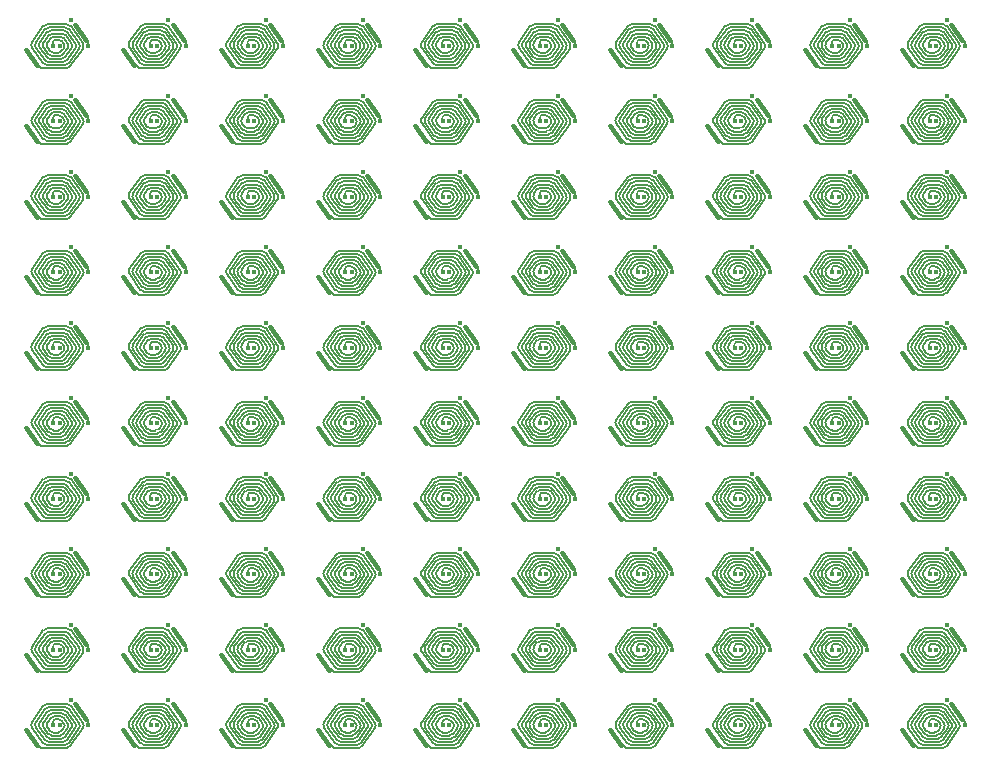
<source format=gbr>
%TF.GenerationSoftware,KiCad,Pcbnew,7.0.1*%
%TF.CreationDate,2024-10-11T23:10:47-04:00*%
%TF.ProjectId,PEST-panel,50455354-2d70-4616-9e65-6c2e6b696361,rev?*%
%TF.SameCoordinates,Original*%
%TF.FileFunction,Copper,L4,Bot*%
%TF.FilePolarity,Positive*%
%FSLAX46Y46*%
G04 Gerber Fmt 4.6, Leading zero omitted, Abs format (unit mm)*
G04 Created by KiCad (PCBNEW 7.0.1) date 2024-10-11 23:10:47*
%MOMM*%
%LPD*%
G01*
G04 APERTURE LIST*
G04 Aperture macros list*
%AMRoundRect*
0 Rectangle with rounded corners*
0 $1 Rounding radius*
0 $2 $3 $4 $5 $6 $7 $8 $9 X,Y pos of 4 corners*
0 Add a 4 corners polygon primitive as box body*
4,1,4,$2,$3,$4,$5,$6,$7,$8,$9,$2,$3,0*
0 Add four circle primitives for the rounded corners*
1,1,$1+$1,$2,$3*
1,1,$1+$1,$4,$5*
1,1,$1+$1,$6,$7*
1,1,$1+$1,$8,$9*
0 Add four rect primitives between the rounded corners*
20,1,$1+$1,$2,$3,$4,$5,0*
20,1,$1+$1,$4,$5,$6,$7,0*
20,1,$1+$1,$6,$7,$8,$9,0*
20,1,$1+$1,$8,$9,$2,$3,0*%
G04 Aperture macros list end*
%TA.AperFunction,SMDPad,CuDef*%
%ADD10RoundRect,0.100000X-0.598134X0.679879X0.434304X-0.794594X0.598134X-0.679879X-0.434304X0.794594X0*%
%TD*%
%TA.AperFunction,ViaPad*%
%ADD11C,0.400000*%
%TD*%
%TA.AperFunction,Conductor*%
%ADD12C,0.127000*%
%TD*%
G04 APERTURE END LIST*
D10*
%TO.P,REF\u002A\u002A197,1*%
%TO.N,Net-(J1-Pin_1)*%
X76277455Y-56449577D03*
%TO.P,REF\u002A\u002A197,2*%
X72099677Y-58642423D03*
%TD*%
%TO.P,REF\u002A\u002A195,1*%
%TO.N,Net-(J1-Pin_1)*%
X68034281Y-56449577D03*
%TO.P,REF\u002A\u002A195,2*%
X63856503Y-58642423D03*
%TD*%
%TO.P,REF\u002A\u002A193,1*%
%TO.N,Net-(J1-Pin_1)*%
X59791107Y-56449577D03*
%TO.P,REF\u002A\u002A193,2*%
X55613329Y-58642423D03*
%TD*%
%TO.P,REF\u002A\u002A192,1*%
%TO.N,Net-(J1-Pin_1)*%
X51547933Y-56449577D03*
%TO.P,REF\u002A\u002A192,2*%
X47370155Y-58642423D03*
%TD*%
%TO.P,REF\u002A\u002A189,1*%
%TO.N,Net-(J1-Pin_1)*%
X43304759Y-56449577D03*
%TO.P,REF\u002A\u002A189,2*%
X39126981Y-58642423D03*
%TD*%
%TO.P,REF\u002A\u002A188,1*%
%TO.N,Net-(J1-Pin_1)*%
X35061585Y-56449577D03*
%TO.P,REF\u002A\u002A188,2*%
X30883807Y-58642423D03*
%TD*%
%TO.P,REF\u002A\u002A186,1*%
%TO.N,Net-(J1-Pin_1)*%
X26818411Y-56449577D03*
%TO.P,REF\u002A\u002A186,2*%
X22640633Y-58642423D03*
%TD*%
%TO.P,REF\u002A\u002A184,1*%
%TO.N,Net-(J1-Pin_1)*%
X18575237Y-56449577D03*
%TO.P,REF\u002A\u002A184,2*%
X14397459Y-58642423D03*
%TD*%
%TO.P,REF\u002A\u002A182,1*%
%TO.N,Net-(J1-Pin_1)*%
X10332063Y-56449577D03*
%TO.P,REF\u002A\u002A182,2*%
X6154285Y-58642423D03*
%TD*%
%TO.P,REF\u002A\u002A180,1*%
%TO.N,Net-(J1-Pin_1)*%
X2088889Y-56449577D03*
%TO.P,REF\u002A\u002A180,2*%
X-2088889Y-58642423D03*
%TD*%
%TO.P,REF\u002A\u002A177,1*%
%TO.N,Net-(J1-Pin_1)*%
X76277455Y-50055577D03*
%TO.P,REF\u002A\u002A177,2*%
X72099677Y-52248423D03*
%TD*%
%TO.P,REF\u002A\u002A175,1*%
%TO.N,Net-(J1-Pin_1)*%
X68034281Y-50055577D03*
%TO.P,REF\u002A\u002A175,2*%
X63856503Y-52248423D03*
%TD*%
%TO.P,REF\u002A\u002A174,1*%
%TO.N,Net-(J1-Pin_1)*%
X59791107Y-50055577D03*
%TO.P,REF\u002A\u002A174,2*%
X55613329Y-52248423D03*
%TD*%
%TO.P,REF\u002A\u002A172,1*%
%TO.N,Net-(J1-Pin_1)*%
X51547933Y-50055577D03*
%TO.P,REF\u002A\u002A172,2*%
X47370155Y-52248423D03*
%TD*%
%TO.P,REF\u002A\u002A170,1*%
%TO.N,Net-(J1-Pin_1)*%
X43304759Y-50055577D03*
%TO.P,REF\u002A\u002A170,2*%
X39126981Y-52248423D03*
%TD*%
%TO.P,REF\u002A\u002A167,1*%
%TO.N,Net-(J1-Pin_1)*%
X35061585Y-50055577D03*
%TO.P,REF\u002A\u002A167,2*%
X30883807Y-52248423D03*
%TD*%
%TO.P,REF\u002A\u002A165,1*%
%TO.N,Net-(J1-Pin_1)*%
X26818411Y-50055577D03*
%TO.P,REF\u002A\u002A165,2*%
X22640633Y-52248423D03*
%TD*%
%TO.P,REF\u002A\u002A163,1*%
%TO.N,Net-(J1-Pin_1)*%
X18575237Y-50055577D03*
%TO.P,REF\u002A\u002A163,2*%
X14397459Y-52248423D03*
%TD*%
%TO.P,REF\u002A\u002A161,1*%
%TO.N,Net-(J1-Pin_1)*%
X10332063Y-50055577D03*
%TO.P,REF\u002A\u002A161,2*%
X6154285Y-52248423D03*
%TD*%
%TO.P,REF\u002A\u002A160,1*%
%TO.N,Net-(J1-Pin_1)*%
X2088889Y-50055577D03*
%TO.P,REF\u002A\u002A160,2*%
X-2088889Y-52248423D03*
%TD*%
%TO.P,REF\u002A\u002A158,1*%
%TO.N,Net-(J1-Pin_1)*%
X76277455Y-43661577D03*
%TO.P,REF\u002A\u002A158,2*%
X72099677Y-45854423D03*
%TD*%
%TO.P,REF\u002A\u002A155,1*%
%TO.N,Net-(J1-Pin_1)*%
X68034281Y-43661577D03*
%TO.P,REF\u002A\u002A155,2*%
X63856503Y-45854423D03*
%TD*%
%TO.P,REF\u002A\u002A154,1*%
%TO.N,Net-(J1-Pin_1)*%
X59791107Y-43661577D03*
%TO.P,REF\u002A\u002A154,2*%
X55613329Y-45854423D03*
%TD*%
%TO.P,REF\u002A\u002A151,1*%
%TO.N,Net-(J1-Pin_1)*%
X51547933Y-43661577D03*
%TO.P,REF\u002A\u002A151,2*%
X47370155Y-45854423D03*
%TD*%
%TO.P,REF\u002A\u002A149,1*%
%TO.N,Net-(J1-Pin_1)*%
X43304759Y-43661577D03*
%TO.P,REF\u002A\u002A149,2*%
X39126981Y-45854423D03*
%TD*%
%TO.P,REF\u002A\u002A147,1*%
%TO.N,Net-(J1-Pin_1)*%
X35061585Y-43661577D03*
%TO.P,REF\u002A\u002A147,2*%
X30883807Y-45854423D03*
%TD*%
%TO.P,REF\u002A\u002A145,1*%
%TO.N,Net-(J1-Pin_1)*%
X26818411Y-43661577D03*
%TO.P,REF\u002A\u002A145,2*%
X22640633Y-45854423D03*
%TD*%
%TO.P,REF\u002A\u002A144,1*%
%TO.N,Net-(J1-Pin_1)*%
X18575237Y-43661577D03*
%TO.P,REF\u002A\u002A144,2*%
X14397459Y-45854423D03*
%TD*%
%TO.P,REF\u002A\u002A141,1*%
%TO.N,Net-(J1-Pin_1)*%
X10332063Y-43661577D03*
%TO.P,REF\u002A\u002A141,2*%
X6154285Y-45854423D03*
%TD*%
%TO.P,REF\u002A\u002A140,1*%
%TO.N,Net-(J1-Pin_1)*%
X2088889Y-43661577D03*
%TO.P,REF\u002A\u002A140,2*%
X-2088889Y-45854423D03*
%TD*%
%TO.P,REF\u002A\u002A138,1*%
%TO.N,Net-(J1-Pin_1)*%
X76277455Y-37267577D03*
%TO.P,REF\u002A\u002A138,2*%
X72099677Y-39460423D03*
%TD*%
%TO.P,REF\u002A\u002A136,1*%
%TO.N,Net-(J1-Pin_1)*%
X68034281Y-37267577D03*
%TO.P,REF\u002A\u002A136,2*%
X63856503Y-39460423D03*
%TD*%
%TO.P,REF\u002A\u002A134,1*%
%TO.N,Net-(J1-Pin_1)*%
X59791107Y-37267577D03*
%TO.P,REF\u002A\u002A134,2*%
X55613329Y-39460423D03*
%TD*%
%TO.P,REF\u002A\u002A132,1*%
%TO.N,Net-(J1-Pin_1)*%
X51547933Y-37267577D03*
%TO.P,REF\u002A\u002A132,2*%
X47370155Y-39460423D03*
%TD*%
%TO.P,REF\u002A\u002A130,1*%
%TO.N,Net-(J1-Pin_1)*%
X43304759Y-37267577D03*
%TO.P,REF\u002A\u002A130,2*%
X39126981Y-39460423D03*
%TD*%
%TO.P,REF\u002A\u002A128,1*%
%TO.N,Net-(J1-Pin_1)*%
X35061585Y-37267577D03*
%TO.P,REF\u002A\u002A128,2*%
X30883807Y-39460423D03*
%TD*%
%TO.P,REF\u002A\u002A125,1*%
%TO.N,Net-(J1-Pin_1)*%
X26818411Y-37267577D03*
%TO.P,REF\u002A\u002A125,2*%
X22640633Y-39460423D03*
%TD*%
%TO.P,REF\u002A\u002A123,1*%
%TO.N,Net-(J1-Pin_1)*%
X18575237Y-37267577D03*
%TO.P,REF\u002A\u002A123,2*%
X14397459Y-39460423D03*
%TD*%
%TO.P,REF\u002A\u002A121,1*%
%TO.N,Net-(J1-Pin_1)*%
X10332063Y-37267577D03*
%TO.P,REF\u002A\u002A121,2*%
X6154285Y-39460423D03*
%TD*%
%TO.P,REF\u002A\u002A120,1*%
%TO.N,Net-(J1-Pin_1)*%
X2088889Y-37267577D03*
%TO.P,REF\u002A\u002A120,2*%
X-2088889Y-39460423D03*
%TD*%
%TO.P,REF\u002A\u002A118,1*%
%TO.N,Net-(J1-Pin_1)*%
X76277455Y-30873577D03*
%TO.P,REF\u002A\u002A118,2*%
X72099677Y-33066423D03*
%TD*%
%TO.P,REF\u002A\u002A116,1*%
%TO.N,Net-(J1-Pin_1)*%
X68034281Y-30873577D03*
%TO.P,REF\u002A\u002A116,2*%
X63856503Y-33066423D03*
%TD*%
%TO.P,REF\u002A\u002A114,1*%
%TO.N,Net-(J1-Pin_1)*%
X59791107Y-30873577D03*
%TO.P,REF\u002A\u002A114,2*%
X55613329Y-33066423D03*
%TD*%
%TO.P,REF\u002A\u002A112,1*%
%TO.N,Net-(J1-Pin_1)*%
X51547933Y-30873577D03*
%TO.P,REF\u002A\u002A112,2*%
X47370155Y-33066423D03*
%TD*%
%TO.P,REF\u002A\u002A110,1*%
%TO.N,Net-(J1-Pin_1)*%
X43304759Y-30873577D03*
%TO.P,REF\u002A\u002A110,2*%
X39126981Y-33066423D03*
%TD*%
%TO.P,REF\u002A\u002A107,1*%
%TO.N,Net-(J1-Pin_1)*%
X35061585Y-30873577D03*
%TO.P,REF\u002A\u002A107,2*%
X30883807Y-33066423D03*
%TD*%
%TO.P,REF\u002A\u002A106,1*%
%TO.N,Net-(J1-Pin_1)*%
X26818411Y-30873577D03*
%TO.P,REF\u002A\u002A106,2*%
X22640633Y-33066423D03*
%TD*%
%TO.P,REF\u002A\u002A103,1*%
%TO.N,Net-(J1-Pin_1)*%
X18575237Y-30873577D03*
%TO.P,REF\u002A\u002A103,2*%
X14397459Y-33066423D03*
%TD*%
%TO.P,REF\u002A\u002A101,1*%
%TO.N,Net-(J1-Pin_1)*%
X10332063Y-30873577D03*
%TO.P,REF\u002A\u002A101,2*%
X6154285Y-33066423D03*
%TD*%
%TO.P,REF\u002A\u002A99,1*%
%TO.N,Net-(J1-Pin_1)*%
X2088889Y-30873577D03*
%TO.P,REF\u002A\u002A99,2*%
X-2088889Y-33066423D03*
%TD*%
%TO.P,REF\u002A\u002A98,1*%
%TO.N,Net-(J1-Pin_1)*%
X76277455Y-24479577D03*
%TO.P,REF\u002A\u002A98,2*%
X72099677Y-26672423D03*
%TD*%
%TO.P,REF\u002A\u002A95,1*%
%TO.N,Net-(J1-Pin_1)*%
X68034281Y-24479577D03*
%TO.P,REF\u002A\u002A95,2*%
X63856503Y-26672423D03*
%TD*%
%TO.P,REF\u002A\u002A94,1*%
%TO.N,Net-(J1-Pin_1)*%
X59791107Y-24479577D03*
%TO.P,REF\u002A\u002A94,2*%
X55613329Y-26672423D03*
%TD*%
%TO.P,REF\u002A\u002A91,1*%
%TO.N,Net-(J1-Pin_1)*%
X51547933Y-24479577D03*
%TO.P,REF\u002A\u002A91,2*%
X47370155Y-26672423D03*
%TD*%
%TO.P,REF\u002A\u002A89,1*%
%TO.N,Net-(J1-Pin_1)*%
X43304759Y-24479577D03*
%TO.P,REF\u002A\u002A89,2*%
X39126981Y-26672423D03*
%TD*%
%TO.P,REF\u002A\u002A88,1*%
%TO.N,Net-(J1-Pin_1)*%
X35061585Y-24479577D03*
%TO.P,REF\u002A\u002A88,2*%
X30883807Y-26672423D03*
%TD*%
%TO.P,REF\u002A\u002A85,1*%
%TO.N,Net-(J1-Pin_1)*%
X26818411Y-24479577D03*
%TO.P,REF\u002A\u002A85,2*%
X22640633Y-26672423D03*
%TD*%
%TO.P,REF\u002A\u002A84,1*%
%TO.N,Net-(J1-Pin_1)*%
X18575237Y-24479577D03*
%TO.P,REF\u002A\u002A84,2*%
X14397459Y-26672423D03*
%TD*%
%TO.P,REF\u002A\u002A81,1*%
%TO.N,Net-(J1-Pin_1)*%
X10332063Y-24479577D03*
%TO.P,REF\u002A\u002A81,2*%
X6154285Y-26672423D03*
%TD*%
%TO.P,REF\u002A\u002A79,1*%
%TO.N,Net-(J1-Pin_1)*%
X2088889Y-24479577D03*
%TO.P,REF\u002A\u002A79,2*%
X-2088889Y-26672423D03*
%TD*%
%TO.P,REF\u002A\u002A77,1*%
%TO.N,Net-(J1-Pin_1)*%
X76277455Y-18085577D03*
%TO.P,REF\u002A\u002A77,2*%
X72099677Y-20278423D03*
%TD*%
%TO.P,REF\u002A\u002A75,1*%
%TO.N,Net-(J1-Pin_1)*%
X68034281Y-18085577D03*
%TO.P,REF\u002A\u002A75,2*%
X63856503Y-20278423D03*
%TD*%
%TO.P,REF\u002A\u002A74,1*%
%TO.N,Net-(J1-Pin_1)*%
X59791107Y-18085577D03*
%TO.P,REF\u002A\u002A74,2*%
X55613329Y-20278423D03*
%TD*%
%TO.P,REF\u002A\u002A72,1*%
%TO.N,Net-(J1-Pin_1)*%
X51547933Y-18085577D03*
%TO.P,REF\u002A\u002A72,2*%
X47370155Y-20278423D03*
%TD*%
%TO.P,REF\u002A\u002A69,1*%
%TO.N,Net-(J1-Pin_1)*%
X43304759Y-18085577D03*
%TO.P,REF\u002A\u002A69,2*%
X39126981Y-20278423D03*
%TD*%
%TO.P,REF\u002A\u002A67,1*%
%TO.N,Net-(J1-Pin_1)*%
X35061585Y-18085577D03*
%TO.P,REF\u002A\u002A67,2*%
X30883807Y-20278423D03*
%TD*%
%TO.P,REF\u002A\u002A66,1*%
%TO.N,Net-(J1-Pin_1)*%
X26818411Y-18085577D03*
%TO.P,REF\u002A\u002A66,2*%
X22640633Y-20278423D03*
%TD*%
%TO.P,REF\u002A\u002A64,1*%
%TO.N,Net-(J1-Pin_1)*%
X18575237Y-18085577D03*
%TO.P,REF\u002A\u002A64,2*%
X14397459Y-20278423D03*
%TD*%
%TO.P,REF\u002A\u002A61,1*%
%TO.N,Net-(J1-Pin_1)*%
X10332063Y-18085577D03*
%TO.P,REF\u002A\u002A61,2*%
X6154285Y-20278423D03*
%TD*%
%TO.P,REF\u002A\u002A59,1*%
%TO.N,Net-(J1-Pin_1)*%
X2088889Y-18085577D03*
%TO.P,REF\u002A\u002A59,2*%
X-2088889Y-20278423D03*
%TD*%
%TO.P,REF\u002A\u002A58,1*%
%TO.N,Net-(J1-Pin_1)*%
X76277455Y-11691577D03*
%TO.P,REF\u002A\u002A58,2*%
X72099677Y-13884423D03*
%TD*%
%TO.P,REF\u002A\u002A56,1*%
%TO.N,Net-(J1-Pin_1)*%
X68034281Y-11691577D03*
%TO.P,REF\u002A\u002A56,2*%
X63856503Y-13884423D03*
%TD*%
%TO.P,REF\u002A\u002A53,1*%
%TO.N,Net-(J1-Pin_1)*%
X59791107Y-11691577D03*
%TO.P,REF\u002A\u002A53,2*%
X55613329Y-13884423D03*
%TD*%
%TO.P,REF\u002A\u002A52,1*%
%TO.N,Net-(J1-Pin_1)*%
X51547933Y-11691577D03*
%TO.P,REF\u002A\u002A52,2*%
X47370155Y-13884423D03*
%TD*%
%TO.P,REF\u002A\u002A49,1*%
%TO.N,Net-(J1-Pin_1)*%
X43304759Y-11691577D03*
%TO.P,REF\u002A\u002A49,2*%
X39126981Y-13884423D03*
%TD*%
%TO.P,REF\u002A\u002A48,1*%
%TO.N,Net-(J1-Pin_1)*%
X35061585Y-11691577D03*
%TO.P,REF\u002A\u002A48,2*%
X30883807Y-13884423D03*
%TD*%
%TO.P,REF\u002A\u002A46,1*%
%TO.N,Net-(J1-Pin_1)*%
X26818411Y-11691577D03*
%TO.P,REF\u002A\u002A46,2*%
X22640633Y-13884423D03*
%TD*%
%TO.P,REF\u002A\u002A44,1*%
%TO.N,Net-(J1-Pin_1)*%
X18575237Y-11691577D03*
%TO.P,REF\u002A\u002A44,2*%
X14397459Y-13884423D03*
%TD*%
%TO.P,REF\u002A\u002A42,1*%
%TO.N,Net-(J1-Pin_1)*%
X10332063Y-11691577D03*
%TO.P,REF\u002A\u002A42,2*%
X6154285Y-13884423D03*
%TD*%
%TO.P,REF\u002A\u002A39,1*%
%TO.N,Net-(J1-Pin_1)*%
X2088889Y-11691577D03*
%TO.P,REF\u002A\u002A39,2*%
X-2088889Y-13884423D03*
%TD*%
%TO.P,REF\u002A\u002A37,1*%
%TO.N,Net-(J1-Pin_1)*%
X76277455Y-5297577D03*
%TO.P,REF\u002A\u002A37,2*%
X72099677Y-7490423D03*
%TD*%
%TO.P,REF\u002A\u002A36,1*%
%TO.N,Net-(J1-Pin_1)*%
X68034281Y-5297577D03*
%TO.P,REF\u002A\u002A36,2*%
X63856503Y-7490423D03*
%TD*%
%TO.P,REF\u002A\u002A34,1*%
%TO.N,Net-(J1-Pin_1)*%
X59791107Y-5297577D03*
%TO.P,REF\u002A\u002A34,2*%
X55613329Y-7490423D03*
%TD*%
%TO.P,REF\u002A\u002A31,1*%
%TO.N,Net-(J1-Pin_1)*%
X51547933Y-5297577D03*
%TO.P,REF\u002A\u002A31,2*%
X47370155Y-7490423D03*
%TD*%
%TO.P,REF\u002A\u002A30,1*%
%TO.N,Net-(J1-Pin_1)*%
X43304759Y-5297577D03*
%TO.P,REF\u002A\u002A30,2*%
X39126981Y-7490423D03*
%TD*%
%TO.P,REF\u002A\u002A28,1*%
%TO.N,Net-(J1-Pin_1)*%
X35061585Y-5297577D03*
%TO.P,REF\u002A\u002A28,2*%
X30883807Y-7490423D03*
%TD*%
%TO.P,REF\u002A\u002A25,1*%
%TO.N,Net-(J1-Pin_1)*%
X26818411Y-5297577D03*
%TO.P,REF\u002A\u002A25,2*%
X22640633Y-7490423D03*
%TD*%
%TO.P,REF\u002A\u002A23,1*%
%TO.N,Net-(J1-Pin_1)*%
X18575237Y-5297577D03*
%TO.P,REF\u002A\u002A23,2*%
X14397459Y-7490423D03*
%TD*%
%TO.P,REF\u002A\u002A22,1*%
%TO.N,Net-(J1-Pin_1)*%
X10332063Y-5297577D03*
%TO.P,REF\u002A\u002A22,2*%
X6154285Y-7490423D03*
%TD*%
%TO.P,REF\u002A\u002A20,1*%
%TO.N,Net-(J1-Pin_1)*%
X2088889Y-5297577D03*
%TO.P,REF\u002A\u002A20,2*%
X-2088889Y-7490423D03*
%TD*%
%TO.P,REF\u002A\u002A17,1*%
%TO.N,Net-(J1-Pin_1)*%
X76277455Y1096423D03*
%TO.P,REF\u002A\u002A17,2*%
X72099677Y-1096423D03*
%TD*%
%TO.P,REF\u002A\u002A15,1*%
%TO.N,Net-(J1-Pin_1)*%
X68034281Y1096423D03*
%TO.P,REF\u002A\u002A15,2*%
X63856503Y-1096423D03*
%TD*%
%TO.P,REF\u002A\u002A13,1*%
%TO.N,Net-(J1-Pin_1)*%
X59791107Y1096423D03*
%TO.P,REF\u002A\u002A13,2*%
X55613329Y-1096423D03*
%TD*%
%TO.P,REF\u002A\u002A12,1*%
%TO.N,Net-(J1-Pin_1)*%
X51547933Y1096423D03*
%TO.P,REF\u002A\u002A12,2*%
X47370155Y-1096423D03*
%TD*%
%TO.P,REF\u002A\u002A9,1*%
%TO.N,Net-(J1-Pin_1)*%
X43304759Y1096423D03*
%TO.P,REF\u002A\u002A9,2*%
X39126981Y-1096423D03*
%TD*%
%TO.P,REF\u002A\u002A7,1*%
%TO.N,Net-(J1-Pin_1)*%
X35061585Y1096423D03*
%TO.P,REF\u002A\u002A7,2*%
X30883807Y-1096423D03*
%TD*%
%TO.P,REF\u002A\u002A6,1*%
%TO.N,Net-(J1-Pin_1)*%
X26818411Y1096423D03*
%TO.P,REF\u002A\u002A6,2*%
X22640633Y-1096423D03*
%TD*%
%TO.P,REF\u002A\u002A3,1*%
%TO.N,Net-(J1-Pin_1)*%
X18575237Y1096423D03*
%TO.P,REF\u002A\u002A3,2*%
X14397459Y-1096423D03*
%TD*%
%TO.P,REF\u002A\u002A2,1*%
%TO.N,Net-(J1-Pin_1)*%
X10332063Y1096423D03*
%TO.P,REF\u002A\u002A2,2*%
X6154285Y-1096423D03*
%TD*%
%TO.P,REF\u002A\u002A,2*%
%TO.N,Net-(J1-Pin_1)*%
X-2088889Y-1096423D03*
%TO.P,REF\u002A\u002A,1*%
X2088889Y1096423D03*
%TD*%
D11*
%TO.N,Net-(J1-Pin_1)*%
X74452566Y-57546000D03*
X75408566Y-55426000D03*
X73924566Y-57546000D03*
X76878566Y-57546000D03*
X66209392Y-57546000D03*
X67165392Y-55426000D03*
X65681392Y-57546000D03*
X68635392Y-57546000D03*
X57966218Y-57546000D03*
X58922218Y-55426000D03*
X57438218Y-57546000D03*
X60392218Y-57546000D03*
X49723044Y-57546000D03*
X50679044Y-55426000D03*
X49195044Y-57546000D03*
X52149044Y-57546000D03*
X41479870Y-57546000D03*
X42435870Y-55426000D03*
X40951870Y-57546000D03*
X43905870Y-57546000D03*
X33236696Y-57546000D03*
X34192696Y-55426000D03*
X32708696Y-57546000D03*
X35662696Y-57546000D03*
X24993522Y-57546000D03*
X25949522Y-55426000D03*
X24465522Y-57546000D03*
X27419522Y-57546000D03*
X16750348Y-57546000D03*
X17706348Y-55426000D03*
X16222348Y-57546000D03*
X19176348Y-57546000D03*
X8507174Y-57546000D03*
X9463174Y-55426000D03*
X7979174Y-57546000D03*
X10933174Y-57546000D03*
X264000Y-57546000D03*
X1220000Y-55426000D03*
X-264000Y-57546000D03*
X2690000Y-57546000D03*
X74452566Y-51152000D03*
X75408566Y-49032000D03*
X73924566Y-51152000D03*
X76878566Y-51152000D03*
X66209392Y-51152000D03*
X67165392Y-49032000D03*
X65681392Y-51152000D03*
X68635392Y-51152000D03*
X57966218Y-51152000D03*
X58922218Y-49032000D03*
X57438218Y-51152000D03*
X60392218Y-51152000D03*
X49723044Y-51152000D03*
X50679044Y-49032000D03*
X49195044Y-51152000D03*
X52149044Y-51152000D03*
X41479870Y-51152000D03*
X42435870Y-49032000D03*
X40951870Y-51152000D03*
X43905870Y-51152000D03*
X33236696Y-51152000D03*
X34192696Y-49032000D03*
X32708696Y-51152000D03*
X35662696Y-51152000D03*
X24993522Y-51152000D03*
X25949522Y-49032000D03*
X24465522Y-51152000D03*
X27419522Y-51152000D03*
X16750348Y-51152000D03*
X17706348Y-49032000D03*
X16222348Y-51152000D03*
X19176348Y-51152000D03*
X8507174Y-51152000D03*
X9463174Y-49032000D03*
X7979174Y-51152000D03*
X10933174Y-51152000D03*
X264000Y-51152000D03*
X1220000Y-49032000D03*
X-264000Y-51152000D03*
X2690000Y-51152000D03*
X74452566Y-44758000D03*
X75408566Y-42638000D03*
X73924566Y-44758000D03*
X76878566Y-44758000D03*
X66209392Y-44758000D03*
X67165392Y-42638000D03*
X65681392Y-44758000D03*
X68635392Y-44758000D03*
X57966218Y-44758000D03*
X58922218Y-42638000D03*
X57438218Y-44758000D03*
X60392218Y-44758000D03*
X49723044Y-44758000D03*
X50679044Y-42638000D03*
X49195044Y-44758000D03*
X52149044Y-44758000D03*
X41479870Y-44758000D03*
X42435870Y-42638000D03*
X40951870Y-44758000D03*
X43905870Y-44758000D03*
X33236696Y-44758000D03*
X34192696Y-42638000D03*
X32708696Y-44758000D03*
X35662696Y-44758000D03*
X24993522Y-44758000D03*
X25949522Y-42638000D03*
X24465522Y-44758000D03*
X27419522Y-44758000D03*
X16750348Y-44758000D03*
X17706348Y-42638000D03*
X16222348Y-44758000D03*
X19176348Y-44758000D03*
X8507174Y-44758000D03*
X9463174Y-42638000D03*
X7979174Y-44758000D03*
X10933174Y-44758000D03*
X264000Y-44758000D03*
X1220000Y-42638000D03*
X-264000Y-44758000D03*
X2690000Y-44758000D03*
X74452566Y-38364000D03*
X75408566Y-36244000D03*
X73924566Y-38364000D03*
X76878566Y-38364000D03*
X66209392Y-38364000D03*
X67165392Y-36244000D03*
X65681392Y-38364000D03*
X68635392Y-38364000D03*
X57966218Y-38364000D03*
X58922218Y-36244000D03*
X57438218Y-38364000D03*
X60392218Y-38364000D03*
X49723044Y-38364000D03*
X50679044Y-36244000D03*
X49195044Y-38364000D03*
X52149044Y-38364000D03*
X41479870Y-38364000D03*
X42435870Y-36244000D03*
X40951870Y-38364000D03*
X43905870Y-38364000D03*
X33236696Y-38364000D03*
X34192696Y-36244000D03*
X32708696Y-38364000D03*
X35662696Y-38364000D03*
X24993522Y-38364000D03*
X25949522Y-36244000D03*
X24465522Y-38364000D03*
X27419522Y-38364000D03*
X16750348Y-38364000D03*
X17706348Y-36244000D03*
X16222348Y-38364000D03*
X19176348Y-38364000D03*
X8507174Y-38364000D03*
X9463174Y-36244000D03*
X7979174Y-38364000D03*
X10933174Y-38364000D03*
X264000Y-38364000D03*
X1220000Y-36244000D03*
X-264000Y-38364000D03*
X2690000Y-38364000D03*
X74452566Y-31970000D03*
X75408566Y-29850000D03*
X73924566Y-31970000D03*
X76878566Y-31970000D03*
X66209392Y-31970000D03*
X67165392Y-29850000D03*
X65681392Y-31970000D03*
X68635392Y-31970000D03*
X57966218Y-31970000D03*
X58922218Y-29850000D03*
X57438218Y-31970000D03*
X60392218Y-31970000D03*
X49723044Y-31970000D03*
X50679044Y-29850000D03*
X49195044Y-31970000D03*
X52149044Y-31970000D03*
X41479870Y-31970000D03*
X42435870Y-29850000D03*
X40951870Y-31970000D03*
X43905870Y-31970000D03*
X33236696Y-31970000D03*
X34192696Y-29850000D03*
X32708696Y-31970000D03*
X35662696Y-31970000D03*
X24993522Y-31970000D03*
X25949522Y-29850000D03*
X24465522Y-31970000D03*
X27419522Y-31970000D03*
X16750348Y-31970000D03*
X17706348Y-29850000D03*
X16222348Y-31970000D03*
X19176348Y-31970000D03*
X8507174Y-31970000D03*
X9463174Y-29850000D03*
X7979174Y-31970000D03*
X10933174Y-31970000D03*
X264000Y-31970000D03*
X1220000Y-29850000D03*
X-264000Y-31970000D03*
X2690000Y-31970000D03*
X74452566Y-25576000D03*
X75408566Y-23456000D03*
X73924566Y-25576000D03*
X76878566Y-25576000D03*
X66209392Y-25576000D03*
X67165392Y-23456000D03*
X65681392Y-25576000D03*
X68635392Y-25576000D03*
X57966218Y-25576000D03*
X58922218Y-23456000D03*
X57438218Y-25576000D03*
X60392218Y-25576000D03*
X49723044Y-25576000D03*
X50679044Y-23456000D03*
X49195044Y-25576000D03*
X52149044Y-25576000D03*
X41479870Y-25576000D03*
X42435870Y-23456000D03*
X40951870Y-25576000D03*
X43905870Y-25576000D03*
X33236696Y-25576000D03*
X34192696Y-23456000D03*
X32708696Y-25576000D03*
X35662696Y-25576000D03*
X24993522Y-25576000D03*
X25949522Y-23456000D03*
X24465522Y-25576000D03*
X27419522Y-25576000D03*
X16750348Y-25576000D03*
X17706348Y-23456000D03*
X16222348Y-25576000D03*
X19176348Y-25576000D03*
X8507174Y-25576000D03*
X9463174Y-23456000D03*
X7979174Y-25576000D03*
X10933174Y-25576000D03*
X264000Y-25576000D03*
X1220000Y-23456000D03*
X-264000Y-25576000D03*
X2690000Y-25576000D03*
X74452566Y-19182000D03*
X75408566Y-17062000D03*
X73924566Y-19182000D03*
X76878566Y-19182000D03*
X66209392Y-19182000D03*
X67165392Y-17062000D03*
X65681392Y-19182000D03*
X68635392Y-19182000D03*
X57966218Y-19182000D03*
X58922218Y-17062000D03*
X57438218Y-19182000D03*
X60392218Y-19182000D03*
X49723044Y-19182000D03*
X50679044Y-17062000D03*
X49195044Y-19182000D03*
X52149044Y-19182000D03*
X41479870Y-19182000D03*
X42435870Y-17062000D03*
X40951870Y-19182000D03*
X43905870Y-19182000D03*
X33236696Y-19182000D03*
X34192696Y-17062000D03*
X32708696Y-19182000D03*
X35662696Y-19182000D03*
X24993522Y-19182000D03*
X25949522Y-17062000D03*
X24465522Y-19182000D03*
X27419522Y-19182000D03*
X16750348Y-19182000D03*
X17706348Y-17062000D03*
X16222348Y-19182000D03*
X19176348Y-19182000D03*
X8507174Y-19182000D03*
X9463174Y-17062000D03*
X7979174Y-19182000D03*
X10933174Y-19182000D03*
X264000Y-19182000D03*
X1220000Y-17062000D03*
X-264000Y-19182000D03*
X2690000Y-19182000D03*
X74452566Y-12788000D03*
X75408566Y-10668000D03*
X73924566Y-12788000D03*
X76878566Y-12788000D03*
X66209392Y-12788000D03*
X67165392Y-10668000D03*
X65681392Y-12788000D03*
X68635392Y-12788000D03*
X57966218Y-12788000D03*
X58922218Y-10668000D03*
X57438218Y-12788000D03*
X60392218Y-12788000D03*
X49723044Y-12788000D03*
X50679044Y-10668000D03*
X49195044Y-12788000D03*
X52149044Y-12788000D03*
X41479870Y-12788000D03*
X42435870Y-10668000D03*
X40951870Y-12788000D03*
X43905870Y-12788000D03*
X33236696Y-12788000D03*
X34192696Y-10668000D03*
X32708696Y-12788000D03*
X35662696Y-12788000D03*
X24993522Y-12788000D03*
X25949522Y-10668000D03*
X24465522Y-12788000D03*
X27419522Y-12788000D03*
X16750348Y-12788000D03*
X17706348Y-10668000D03*
X16222348Y-12788000D03*
X19176348Y-12788000D03*
X8507174Y-12788000D03*
X9463174Y-10668000D03*
X7979174Y-12788000D03*
X10933174Y-12788000D03*
X264000Y-12788000D03*
X1220000Y-10668000D03*
X-264000Y-12788000D03*
X2690000Y-12788000D03*
X74452566Y-6394000D03*
X75408566Y-4274000D03*
X73924566Y-6394000D03*
X76878566Y-6394000D03*
X66209392Y-6394000D03*
X67165392Y-4274000D03*
X65681392Y-6394000D03*
X68635392Y-6394000D03*
X57966218Y-6394000D03*
X58922218Y-4274000D03*
X57438218Y-6394000D03*
X60392218Y-6394000D03*
X49723044Y-6394000D03*
X50679044Y-4274000D03*
X49195044Y-6394000D03*
X52149044Y-6394000D03*
X41479870Y-6394000D03*
X42435870Y-4274000D03*
X40951870Y-6394000D03*
X43905870Y-6394000D03*
X33236696Y-6394000D03*
X34192696Y-4274000D03*
X32708696Y-6394000D03*
X35662696Y-6394000D03*
X24993522Y-6394000D03*
X25949522Y-4274000D03*
X24465522Y-6394000D03*
X27419522Y-6394000D03*
X16750348Y-6394000D03*
X17706348Y-4274000D03*
X16222348Y-6394000D03*
X19176348Y-6394000D03*
X8507174Y-6394000D03*
X9463174Y-4274000D03*
X7979174Y-6394000D03*
X10933174Y-6394000D03*
X264000Y-6394000D03*
X1220000Y-4274000D03*
X-264000Y-6394000D03*
X2690000Y-6394000D03*
X74452566Y0D03*
X75408566Y2120000D03*
X73924566Y0D03*
X76878566Y0D03*
X66209392Y0D03*
X67165392Y2120000D03*
X65681392Y0D03*
X68635392Y0D03*
X57966218Y0D03*
X58922218Y2120000D03*
X57438218Y0D03*
X60392218Y0D03*
X49723044Y0D03*
X50679044Y2120000D03*
X49195044Y0D03*
X52149044Y0D03*
X41479870Y0D03*
X42435870Y2120000D03*
X40951870Y0D03*
X43905870Y0D03*
X33236696Y0D03*
X34192696Y2120000D03*
X32708696Y0D03*
X35662696Y0D03*
X24993522Y0D03*
X25949522Y2120000D03*
X24465522Y0D03*
X27419522Y0D03*
X16750348Y0D03*
X17706348Y2120000D03*
X16222348Y0D03*
X19176348Y0D03*
X8507174Y0D03*
X9463174Y2120000D03*
X7979174Y0D03*
X10933174Y0D03*
X-264000Y0D03*
X2690000Y0D03*
X1220000Y2120000D03*
X264000Y0D03*
%TD*%
D12*
%TO.N,Net-(J1-Pin_1)*%
X72445327Y-57275490D02*
G75*
G03*
X72445708Y-57743439I324473J-233710D01*
G01*
X72125354Y-57277618D02*
G75*
G03*
X72125673Y-57740032I326646J-230982D01*
G01*
X74740974Y-58953272D02*
G75*
G03*
X75064355Y-58788716I-74J400172D01*
G01*
X74889147Y-59213138D02*
G75*
G03*
X75214817Y-59045348I-47J400038D01*
G01*
X74658310Y-57185608D02*
G75*
G03*
X74356412Y-57048035I-301910J-262492D01*
G01*
X74774825Y-57838502D02*
G75*
G03*
X74772256Y-57316713I-304425J259402D01*
G01*
X75401002Y-55918773D02*
G75*
G03*
X75073960Y-55748997I-327002J-230027D01*
G01*
X73497602Y-58277938D02*
G75*
G03*
X73814319Y-58433676I316698J244138D01*
G01*
X73050775Y-59044498D02*
G75*
G03*
X73377061Y-59213099I326325J231498D01*
G01*
X75117952Y-57827535D02*
G75*
G03*
X75116745Y-57331936I-314552J247035D01*
G01*
X73348978Y-58531768D02*
G75*
G03*
X73670320Y-58693484I321222J238168D01*
G01*
X74304470Y-58173862D02*
G75*
G03*
X74608958Y-58033266I-70J400162D01*
G01*
X74447573Y-58433665D02*
G75*
G03*
X74762178Y-58280703I-73J400165D01*
G01*
X74001638Y-56788243D02*
G75*
G03*
X73691190Y-56935993I62J-400157D01*
G01*
X75447341Y-57821587D02*
G75*
G03*
X75446665Y-57340714I-319941J239987D01*
G01*
X73856794Y-56528448D02*
G75*
G03*
X73539125Y-56685346I6J-400052D01*
G01*
X74805513Y-56939640D02*
G75*
G03*
X74492159Y-56788228I-313313J-248460D01*
G01*
X73413708Y-55749008D02*
G75*
G03*
X73087148Y-55918002I92J-400192D01*
G01*
X74593576Y-58693470D02*
G75*
G03*
X74913594Y-58533458I-76J400170D01*
G01*
X75037795Y-59472860D02*
G75*
G03*
X75365122Y-59302813I105J399860D01*
G01*
X75771145Y-57817916D02*
G75*
G03*
X75770652Y-57346407I-323445J235416D01*
G01*
X74953750Y-56687502D02*
G75*
G03*
X74634467Y-56528420I-319250J-240798D01*
G01*
X72767393Y-57272426D02*
G75*
G03*
X72767977Y-57748164I322007J-237474D01*
G01*
X75102526Y-56432574D02*
G75*
G03*
X74779654Y-56268612I-322826J-235826D01*
G01*
X73562145Y-56008840D02*
G75*
G03*
X73237521Y-56175098I-45J-399960D01*
G01*
X73995698Y-57075665D02*
G75*
G03*
X73873181Y-57303310I73102J-186135D01*
G01*
X76091978Y-57815350D02*
G75*
G03*
X76091651Y-57350392I-325578J232250D01*
G01*
X73645398Y-58028218D02*
G75*
G03*
X73954099Y-58173868I308702J254318D01*
G01*
X73093473Y-57267816D02*
G75*
G03*
X73094371Y-57755152I317527J-243084D01*
G01*
X73200024Y-58787545D02*
G75*
G03*
X73524267Y-58953291I324276J234345D01*
G01*
X73709982Y-56268634D02*
G75*
G03*
X73388106Y-56431135I18J-400066D01*
G01*
X75251690Y-56176101D02*
G75*
G03*
X74926358Y-56008805I-325290J-232599D01*
G01*
X73427965Y-57259875D02*
G75*
G03*
X73429747Y-57766504I310535J-252225D01*
G01*
X76411191Y-57813503D02*
G75*
G03*
X76410938Y-57353338I-327491J229903D01*
G01*
X74141962Y-57048022D02*
G75*
G03*
X73995722Y-57075728I-62J-399478D01*
G01*
X74141962Y-57048035D02*
X74356412Y-57048035D01*
X74740974Y-58953291D02*
X73524267Y-58953291D01*
X72915472Y-59472906D02*
X72915472Y-59472145D01*
X76411183Y-57813497D02*
X75365122Y-59302813D01*
X74001638Y-56788228D02*
X74492159Y-56788228D01*
X73856794Y-56528420D02*
X74634467Y-56528420D01*
X74805526Y-56939630D02*
X75116746Y-57331935D01*
X75447385Y-57821620D02*
X74913595Y-58533458D01*
X73497576Y-58277958D02*
X73094371Y-57755152D01*
X74774857Y-57838529D02*
X74608958Y-58033266D01*
X74953767Y-56687489D02*
X75446665Y-57340714D01*
X73428010Y-57259911D02*
X73691190Y-56935993D01*
X74593576Y-58693484D02*
X73670320Y-58693484D01*
X74658300Y-57185617D02*
X74772257Y-57316713D01*
X76878566Y-57261756D02*
X76353059Y-56511254D01*
X76091980Y-57815351D02*
X75214817Y-59045348D01*
X73562145Y-56008805D02*
X74926358Y-56008805D01*
X73200032Y-58787539D02*
X72445708Y-57743439D01*
X72445319Y-57275484D02*
X73237521Y-56175098D01*
X74304470Y-58173868D02*
X73954099Y-58173868D01*
X73413708Y-55748997D02*
X75073960Y-55748997D01*
X75251698Y-56176095D02*
X76091651Y-57350392D01*
X75771121Y-57817899D02*
X75064355Y-58788716D01*
X72915472Y-59472145D02*
X72091486Y-58648159D01*
X73093444Y-57267794D02*
X73539124Y-56685345D01*
X75401043Y-55918744D02*
X76410939Y-57353337D01*
X75102566Y-56432545D02*
X75770652Y-57346407D01*
X73709982Y-56268612D02*
X74779654Y-56268612D01*
X73349018Y-58531738D02*
X72767977Y-57748164D01*
X72125391Y-57277644D02*
X73087148Y-55918002D01*
X74447573Y-58433676D02*
X73814319Y-58433676D01*
X75117985Y-57827561D02*
X74762179Y-58280704D01*
X76353059Y-56511254D02*
X76285646Y-56443841D01*
X73050783Y-59044492D02*
X72125672Y-57740033D01*
X76878566Y-57546000D02*
X76878566Y-57261756D01*
X73924566Y-57546000D02*
X73873180Y-57303310D01*
X75037795Y-59472906D02*
X72915472Y-59472906D01*
X74889147Y-59213099D02*
X73377061Y-59213099D01*
X72767402Y-57272432D02*
X73388106Y-56431135D01*
X73645389Y-58028226D02*
X73429747Y-57766504D01*
X64202153Y-57275490D02*
G75*
G03*
X64202534Y-57743439I324547J-233710D01*
G01*
X63882180Y-57277618D02*
G75*
G03*
X63882499Y-57740033I326620J-230982D01*
G01*
X66497800Y-58953293D02*
G75*
G03*
X66821181Y-58788716I-100J400193D01*
G01*
X66645973Y-59213078D02*
G75*
G03*
X66971643Y-59045348I27J399978D01*
G01*
X66415122Y-57185621D02*
G75*
G03*
X66113238Y-57048035I-301922J-262479D01*
G01*
X66531651Y-57838502D02*
G75*
G03*
X66529083Y-57316713I-304451J259402D01*
G01*
X67157877Y-55918738D02*
G75*
G03*
X66830786Y-55748997I-326977J-230062D01*
G01*
X65254412Y-58277950D02*
G75*
G03*
X65571145Y-58433676I316688J244150D01*
G01*
X64807584Y-59044510D02*
G75*
G03*
X65133887Y-59213099I326316J231510D01*
G01*
X66874779Y-57827536D02*
G75*
G03*
X66873572Y-57331935I-314579J247036D01*
G01*
X65105852Y-58531732D02*
G75*
G03*
X65427146Y-58693484I321248J238132D01*
G01*
X66061296Y-58173882D02*
G75*
G03*
X66365784Y-58033266I-96J400182D01*
G01*
X66204399Y-58433686D02*
G75*
G03*
X66519005Y-58280704I-99J400186D01*
G01*
X65758464Y-56788186D02*
G75*
G03*
X65448016Y-56935993I136J-400214D01*
G01*
X67204167Y-57821587D02*
G75*
G03*
X67203491Y-57340714I-319967J239987D01*
G01*
X65613620Y-56528389D02*
G75*
G03*
X65295951Y-56685345I80J-400111D01*
G01*
X66562385Y-56939604D02*
G75*
G03*
X66248985Y-56788228I-313285J-248496D01*
G01*
X65170534Y-55749029D02*
G75*
G03*
X64843974Y-55918002I66J-400171D01*
G01*
X66350402Y-58693491D02*
G75*
G03*
X66670421Y-58533458I-102J400191D01*
G01*
X66794621Y-59472881D02*
G75*
G03*
X67121948Y-59302813I79J399881D01*
G01*
X67527971Y-57817916D02*
G75*
G03*
X67527478Y-57346407I-323471J235416D01*
G01*
X66710559Y-56687515D02*
G75*
G03*
X66391293Y-56528420I-319259J-240785D01*
G01*
X64524219Y-57272426D02*
G75*
G03*
X64524803Y-57748164I321981J-237474D01*
G01*
X66859400Y-56432539D02*
G75*
G03*
X66536480Y-56268612I-322800J-235861D01*
G01*
X65318971Y-56008780D02*
G75*
G03*
X64994347Y-56175098I29J-400020D01*
G01*
X65752529Y-57075680D02*
G75*
G03*
X65630006Y-57303310I73071J-186120D01*
G01*
X67848804Y-57815350D02*
G75*
G03*
X67848477Y-57350392I-325504J232250D01*
G01*
X65402209Y-58028231D02*
G75*
G03*
X65710925Y-58173868I308691J254331D01*
G01*
X64850300Y-57267817D02*
G75*
G03*
X64851197Y-57755152I317500J-243083D01*
G01*
X64956833Y-58787557D02*
G75*
G03*
X65281093Y-58953291I324267J234357D01*
G01*
X65466808Y-56268655D02*
G75*
G03*
X65144932Y-56431135I-8J-400045D01*
G01*
X67008565Y-56176066D02*
G75*
G03*
X66683184Y-56008805I-325265J-232634D01*
G01*
X65184791Y-57259874D02*
G75*
G03*
X65186573Y-57766504I310509J-252226D01*
G01*
X68168018Y-57813503D02*
G75*
G03*
X68167765Y-57353337I-327418J229903D01*
G01*
X65898788Y-57048031D02*
G75*
G03*
X65752548Y-57075727I-88J-399469D01*
G01*
X65898788Y-57048035D02*
X66113238Y-57048035D01*
X66497800Y-58953291D02*
X65281093Y-58953291D01*
X64672298Y-59472906D02*
X64672298Y-59472145D01*
X68168009Y-57813497D02*
X67121948Y-59302813D01*
X65758464Y-56788228D02*
X66248985Y-56788228D01*
X65613620Y-56528420D02*
X66391293Y-56528420D01*
X66562352Y-56939630D02*
X66873572Y-57331935D01*
X67204211Y-57821620D02*
X66670421Y-58533458D01*
X65254402Y-58277958D02*
X64851197Y-57755152D01*
X66531683Y-57838529D02*
X66365784Y-58033266D01*
X66710593Y-56687489D02*
X67203491Y-57340714D01*
X65184836Y-57259911D02*
X65448016Y-56935993D01*
X66350402Y-58693484D02*
X65427146Y-58693484D01*
X66415126Y-57185617D02*
X66529083Y-57316713D01*
X68635392Y-57261756D02*
X68109885Y-56511254D01*
X67848806Y-57815351D02*
X66971643Y-59045348D01*
X65318971Y-56008805D02*
X66683184Y-56008805D01*
X64956858Y-58787539D02*
X64202534Y-57743439D01*
X64202145Y-57275484D02*
X64994347Y-56175098D01*
X66061296Y-58173868D02*
X65710925Y-58173868D01*
X65170534Y-55748997D02*
X66830786Y-55748997D01*
X67008524Y-56176095D02*
X67848477Y-57350392D01*
X67527947Y-57817899D02*
X66821181Y-58788716D01*
X64672298Y-59472145D02*
X63848312Y-58648159D01*
X64850270Y-57267794D02*
X65295950Y-56685345D01*
X67157869Y-55918744D02*
X68167765Y-57353337D01*
X66859392Y-56432545D02*
X67527478Y-57346407D01*
X65466808Y-56268612D02*
X66536480Y-56268612D01*
X65105844Y-58531738D02*
X64524803Y-57748164D01*
X63882217Y-57277644D02*
X64843974Y-55918002D01*
X66204399Y-58433676D02*
X65571145Y-58433676D01*
X66874811Y-57827561D02*
X66519005Y-58280704D01*
X68109885Y-56511254D02*
X68042472Y-56443841D01*
X64807609Y-59044492D02*
X63882498Y-57740033D01*
X68635392Y-57546000D02*
X68635392Y-57261756D01*
X65681392Y-57546000D02*
X65630006Y-57303310D01*
X66794621Y-59472906D02*
X64672298Y-59472906D01*
X66645973Y-59213099D02*
X65133887Y-59213099D01*
X64524228Y-57272432D02*
X65144932Y-56431135D01*
X65402215Y-58028226D02*
X65186573Y-57766504D01*
X55958979Y-57275490D02*
G75*
G03*
X55959360Y-57743439I324521J-233710D01*
G01*
X55639005Y-57277617D02*
G75*
G03*
X55639324Y-57740033I326695J-230983D01*
G01*
X58254626Y-58953314D02*
G75*
G03*
X58578007Y-58788716I-126J400214D01*
G01*
X58402799Y-59213099D02*
G75*
G03*
X58728469Y-59045348I1J399999D01*
G01*
X58171933Y-57185634D02*
G75*
G03*
X57870064Y-57048035I-301933J-262466D01*
G01*
X58288478Y-57838502D02*
G75*
G03*
X58285909Y-57316713I-304378J259402D01*
G01*
X58914686Y-55918751D02*
G75*
G03*
X58587612Y-55748997I-326986J-230049D01*
G01*
X57011222Y-58277963D02*
G75*
G03*
X57327971Y-58433676I316678J244163D01*
G01*
X56564392Y-59044522D02*
G75*
G03*
X56890713Y-59213099I326308J231522D01*
G01*
X58631605Y-57827536D02*
G75*
G03*
X58630398Y-57331935I-314505J247036D01*
G01*
X56862661Y-58531745D02*
G75*
G03*
X57183972Y-58693484I321239J238145D01*
G01*
X57818122Y-58173826D02*
G75*
G03*
X58122610Y-58033266I-22J400126D01*
G01*
X57961225Y-58433628D02*
G75*
G03*
X58275831Y-58280704I-25J400128D01*
G01*
X57515290Y-56788206D02*
G75*
G03*
X57204842Y-56935993I110J-400194D01*
G01*
X58960993Y-57821587D02*
G75*
G03*
X58960316Y-57340714I-319993J239987D01*
G01*
X57370446Y-56528409D02*
G75*
G03*
X57052776Y-56685345I54J-400091D01*
G01*
X58319195Y-56939617D02*
G75*
G03*
X58005811Y-56788228I-313295J-248483D01*
G01*
X56927360Y-55749050D02*
G75*
G03*
X56600800Y-55918002I40J-400150D01*
G01*
X58107228Y-58693432D02*
G75*
G03*
X58427247Y-58533458I-28J400132D01*
G01*
X58551447Y-59472902D02*
G75*
G03*
X58878773Y-59302813I53J399902D01*
G01*
X59284797Y-57817916D02*
G75*
G03*
X59284303Y-57346407I-323397J235416D01*
G01*
X58467432Y-56687479D02*
G75*
G03*
X58148119Y-56528420I-319232J-240821D01*
G01*
X56281045Y-57272426D02*
G75*
G03*
X56281629Y-57748164I321955J-237474D01*
G01*
X58616209Y-56432551D02*
G75*
G03*
X58293306Y-56268612I-322809J-235849D01*
G01*
X57075797Y-56008801D02*
G75*
G03*
X56751173Y-56175098I3J-399999D01*
G01*
X57509362Y-57075695D02*
G75*
G03*
X57386833Y-57303310I73038J-186105D01*
G01*
X59605630Y-57815350D02*
G75*
G03*
X59605303Y-57350392I-325530J232250D01*
G01*
X57159019Y-58028244D02*
G75*
G03*
X57467751Y-58173868I308681J254344D01*
G01*
X56607125Y-57267817D02*
G75*
G03*
X56608023Y-57755152I317575J-243083D01*
G01*
X56713641Y-58787570D02*
G75*
G03*
X57037919Y-58953291I324259J234370D01*
G01*
X57223634Y-56268596D02*
G75*
G03*
X56901759Y-56431135I66J-400104D01*
G01*
X58765374Y-56176078D02*
G75*
G03*
X58440010Y-56008805I-325274J-232622D01*
G01*
X56941617Y-57259874D02*
G75*
G03*
X56943399Y-57766504I310483J-252226D01*
G01*
X59924843Y-57813503D02*
G75*
G03*
X59924590Y-57353337I-327443J229903D01*
G01*
X57655614Y-57048041D02*
G75*
G03*
X57509374Y-57075728I-114J-399459D01*
G01*
X57655614Y-57048035D02*
X57870064Y-57048035D01*
X58254626Y-58953291D02*
X57037919Y-58953291D01*
X56429124Y-59472906D02*
X56429124Y-59472145D01*
X59924835Y-57813497D02*
X58878774Y-59302813D01*
X57515290Y-56788228D02*
X58005811Y-56788228D01*
X57370446Y-56528420D02*
X58148119Y-56528420D01*
X58319178Y-56939630D02*
X58630398Y-57331935D01*
X58961037Y-57821620D02*
X58427247Y-58533458D01*
X57011228Y-58277958D02*
X56608023Y-57755152D01*
X58288509Y-57838529D02*
X58122610Y-58033266D01*
X58467419Y-56687489D02*
X58960317Y-57340714D01*
X56941662Y-57259911D02*
X57204842Y-56935993D01*
X58107228Y-58693484D02*
X57183972Y-58693484D01*
X58171952Y-57185617D02*
X58285909Y-57316713D01*
X60392218Y-57261756D02*
X59866711Y-56511254D01*
X59605632Y-57815351D02*
X58728469Y-59045348D01*
X57075797Y-56008805D02*
X58440010Y-56008805D01*
X56713684Y-58787539D02*
X55959360Y-57743439D01*
X55958971Y-57275484D02*
X56751173Y-56175098D01*
X57818122Y-58173868D02*
X57467751Y-58173868D01*
X56927360Y-55748997D02*
X58587612Y-55748997D01*
X58765350Y-56176095D02*
X59605303Y-57350392D01*
X59284773Y-57817899D02*
X58578007Y-58788716D01*
X56429124Y-59472145D02*
X55605138Y-58648159D01*
X56607096Y-57267794D02*
X57052776Y-56685345D01*
X58914695Y-55918744D02*
X59924591Y-57353337D01*
X58616218Y-56432545D02*
X59284304Y-57346407D01*
X57223634Y-56268612D02*
X58293306Y-56268612D01*
X56862670Y-58531738D02*
X56281629Y-57748164D01*
X55639043Y-57277644D02*
X56600800Y-55918002D01*
X57961225Y-58433676D02*
X57327971Y-58433676D01*
X58631637Y-57827561D02*
X58275831Y-58280704D01*
X59866711Y-56511254D02*
X59799298Y-56443841D01*
X56564435Y-59044492D02*
X55639324Y-57740033D01*
X60392218Y-57546000D02*
X60392218Y-57261756D01*
X57438218Y-57546000D02*
X57386832Y-57303310D01*
X58551447Y-59472906D02*
X56429124Y-59472906D01*
X58402799Y-59213099D02*
X56890713Y-59213099D01*
X56281054Y-57272432D02*
X56901758Y-56431135D01*
X57159041Y-58028226D02*
X56943399Y-57766504D01*
X47715805Y-57275490D02*
G75*
G03*
X47716186Y-57743439I324495J-233710D01*
G01*
X47395832Y-57277618D02*
G75*
G03*
X47396151Y-57740032I326668J-230982D01*
G01*
X50011452Y-58953254D02*
G75*
G03*
X50334832Y-58788716I-52J400154D01*
G01*
X50159625Y-59213120D02*
G75*
G03*
X50485295Y-59045348I-25J400020D01*
G01*
X49928801Y-57185597D02*
G75*
G03*
X49626890Y-57048035I-301901J-262503D01*
G01*
X50045304Y-57838502D02*
G75*
G03*
X50042735Y-57316713I-304404J259402D01*
G01*
X50671494Y-55918763D02*
G75*
G03*
X50344438Y-55748997I-326994J-230037D01*
G01*
X48768031Y-58277976D02*
G75*
G03*
X49084797Y-58433676I316669J244176D01*
G01*
X48321268Y-59044487D02*
G75*
G03*
X48647539Y-59213099I326332J231487D01*
G01*
X50388431Y-57827536D02*
G75*
G03*
X50387224Y-57331935I-314531J247036D01*
G01*
X48619470Y-58531757D02*
G75*
G03*
X48940798Y-58693484I321230J238157D01*
G01*
X49574948Y-58173845D02*
G75*
G03*
X49879435Y-58033265I-48J400145D01*
G01*
X49718051Y-58433648D02*
G75*
G03*
X50032657Y-58280704I-51J400148D01*
G01*
X49272116Y-56788226D02*
G75*
G03*
X48961668Y-56935993I84J-400174D01*
G01*
X50717819Y-57821587D02*
G75*
G03*
X50717142Y-57340714I-319919J239987D01*
G01*
X49127272Y-56528430D02*
G75*
G03*
X48809602Y-56685345I28J-400070D01*
G01*
X50076005Y-56939629D02*
G75*
G03*
X49762637Y-56788228I-313305J-248471D01*
G01*
X48684186Y-55748990D02*
G75*
G03*
X48357626Y-55918002I114J-400210D01*
G01*
X49864054Y-58693453D02*
G75*
G03*
X50184073Y-58533458I-54J400153D01*
G01*
X50308273Y-59472924D02*
G75*
G03*
X50635600Y-59302813I27J399924D01*
G01*
X51041623Y-57817916D02*
G75*
G03*
X51041130Y-57346407I-323423J235416D01*
G01*
X50224242Y-56687491D02*
G75*
G03*
X49904945Y-56528420I-319242J-240809D01*
G01*
X48037872Y-57272426D02*
G75*
G03*
X48038456Y-57748164I322028J-237474D01*
G01*
X50373018Y-56432564D02*
G75*
G03*
X50050132Y-56268612I-322818J-235836D01*
G01*
X48832623Y-56008822D02*
G75*
G03*
X48507999Y-56175098I-23J-399978D01*
G01*
X49266193Y-57075710D02*
G75*
G03*
X49143658Y-57303310I73007J-186090D01*
G01*
X51362456Y-57815349D02*
G75*
G03*
X51362128Y-57350392I-325556J232249D01*
G01*
X48915890Y-58028207D02*
G75*
G03*
X49224577Y-58173868I308710J254307D01*
G01*
X48363952Y-57267817D02*
G75*
G03*
X48364849Y-57755152I317548J-243083D01*
G01*
X48470516Y-58787535D02*
G75*
G03*
X48794745Y-58953291I324284J234335D01*
G01*
X48980460Y-56268617D02*
G75*
G03*
X48658585Y-56431135I40J-400083D01*
G01*
X50522183Y-56176090D02*
G75*
G03*
X50196836Y-56008805I-325283J-232610D01*
G01*
X48698443Y-57259875D02*
G75*
G03*
X48700225Y-57766504I310557J-252225D01*
G01*
X51681670Y-57813503D02*
G75*
G03*
X51681417Y-57353337I-327470J229903D01*
G01*
X49412440Y-57048050D02*
G75*
G03*
X49266200Y-57075727I-140J-399450D01*
G01*
X49412440Y-57048035D02*
X49626890Y-57048035D01*
X50011452Y-58953291D02*
X48794745Y-58953291D01*
X48185950Y-59472906D02*
X48185950Y-59472145D01*
X51681661Y-57813497D02*
X50635600Y-59302813D01*
X49272116Y-56788228D02*
X49762637Y-56788228D01*
X49127272Y-56528420D02*
X49904945Y-56528420D01*
X50076004Y-56939630D02*
X50387224Y-57331935D01*
X50717863Y-57821620D02*
X50184073Y-58533458D01*
X48768054Y-58277958D02*
X48364849Y-57755152D01*
X50045335Y-57838529D02*
X49879436Y-58033266D01*
X50224245Y-56687489D02*
X50717143Y-57340714D01*
X48698488Y-57259911D02*
X48961668Y-56935993D01*
X49864054Y-58693484D02*
X48940798Y-58693484D01*
X49928778Y-57185617D02*
X50042735Y-57316713D01*
X52149044Y-57261756D02*
X51623537Y-56511254D01*
X51362458Y-57815351D02*
X50485295Y-59045348D01*
X48832623Y-56008805D02*
X50196836Y-56008805D01*
X48470510Y-58787539D02*
X47716186Y-57743439D01*
X47715797Y-57275484D02*
X48507999Y-56175098D01*
X49574948Y-58173868D02*
X49224577Y-58173868D01*
X48684186Y-55748997D02*
X50344438Y-55748997D01*
X50522176Y-56176095D02*
X51362129Y-57350392D01*
X51041599Y-57817899D02*
X50334833Y-58788716D01*
X48185950Y-59472145D02*
X47361964Y-58648159D01*
X48363922Y-57267794D02*
X48809602Y-56685345D01*
X50671521Y-55918744D02*
X51681417Y-57353337D01*
X50373044Y-56432545D02*
X51041130Y-57346407D01*
X48980460Y-56268612D02*
X50050132Y-56268612D01*
X48619496Y-58531738D02*
X48038455Y-57748164D01*
X47395869Y-57277644D02*
X48357626Y-55918002D01*
X49718051Y-58433676D02*
X49084797Y-58433676D01*
X50388463Y-57827561D02*
X50032657Y-58280704D01*
X51623537Y-56511254D02*
X51556124Y-56443841D01*
X48321261Y-59044492D02*
X47396150Y-57740033D01*
X52149044Y-57546000D02*
X52149044Y-57261756D01*
X49195044Y-57546000D02*
X49143658Y-57303310D01*
X50308273Y-59472906D02*
X48185950Y-59472906D01*
X50159625Y-59213099D02*
X48647539Y-59213099D01*
X48037880Y-57272432D02*
X48658584Y-56431135D01*
X48915867Y-58028226D02*
X48700225Y-57766504D01*
X39472631Y-57275490D02*
G75*
G03*
X39473012Y-57743439I324469J-233710D01*
G01*
X39152658Y-57277618D02*
G75*
G03*
X39152977Y-57740033I326642J-230982D01*
G01*
X41768278Y-58953275D02*
G75*
G03*
X42091658Y-58788716I-78J400175D01*
G01*
X41916451Y-59213141D02*
G75*
G03*
X42242120Y-59045348I-51J400041D01*
G01*
X41685612Y-57185610D02*
G75*
G03*
X41383716Y-57048035I-301912J-262490D01*
G01*
X41802129Y-57838502D02*
G75*
G03*
X41799560Y-57316713I-304429J259402D01*
G01*
X42428303Y-55918775D02*
G75*
G03*
X42101264Y-55748997I-327003J-230025D01*
G01*
X40524904Y-58277940D02*
G75*
G03*
X40841623Y-58433676I316696J244140D01*
G01*
X40078076Y-59044500D02*
G75*
G03*
X40404365Y-59213099I326324J231500D01*
G01*
X42145256Y-57827535D02*
G75*
G03*
X42144049Y-57331936I-314556J247035D01*
G01*
X40376344Y-58531722D02*
G75*
G03*
X40697624Y-58693484I321256J238122D01*
G01*
X41331774Y-58173865D02*
G75*
G03*
X41636262Y-58033266I-74J400165D01*
G01*
X41474877Y-58433668D02*
G75*
G03*
X41789482Y-58280703I-77J400168D01*
G01*
X41028942Y-56788246D02*
G75*
G03*
X40718494Y-56935993I58J-400154D01*
G01*
X42474645Y-57821587D02*
G75*
G03*
X42473969Y-57340714I-319945J239987D01*
G01*
X40884098Y-56528451D02*
G75*
G03*
X40566429Y-56685345I2J-400049D01*
G01*
X41832815Y-56939642D02*
G75*
G03*
X41519463Y-56788228I-313315J-248458D01*
G01*
X40441012Y-55749011D02*
G75*
G03*
X40114452Y-55918002I88J-400189D01*
G01*
X41620880Y-58693474D02*
G75*
G03*
X41940899Y-58533458I-80J400174D01*
G01*
X42065099Y-59472863D02*
G75*
G03*
X42392426Y-59302813I101J399863D01*
G01*
X42798449Y-57817916D02*
G75*
G03*
X42797956Y-57346407I-323449J235416D01*
G01*
X41981051Y-56687504D02*
G75*
G03*
X41661771Y-56528420I-319251J-240796D01*
G01*
X39794698Y-57272426D02*
G75*
G03*
X39795282Y-57748163I322002J-237474D01*
G01*
X42129827Y-56432576D02*
G75*
G03*
X41806958Y-56268612I-322827J-235824D01*
G01*
X40589449Y-56008762D02*
G75*
G03*
X40264825Y-56175098I51J-400038D01*
G01*
X41023003Y-57075668D02*
G75*
G03*
X40900485Y-57303310I73097J-186132D01*
G01*
X43119282Y-57815349D02*
G75*
G03*
X43118954Y-57350392I-325582J232249D01*
G01*
X40672700Y-58028220D02*
G75*
G03*
X40981403Y-58173868I308700J254320D01*
G01*
X40120777Y-57267816D02*
G75*
G03*
X40121675Y-57755152I317523J-243084D01*
G01*
X40227325Y-58787547D02*
G75*
G03*
X40551571Y-58953291I324275J234347D01*
G01*
X40737286Y-56268638D02*
G75*
G03*
X40415411Y-56431136I14J-400062D01*
G01*
X42278991Y-56176103D02*
G75*
G03*
X41953662Y-56008805I-325291J-232597D01*
G01*
X40455269Y-57259874D02*
G75*
G03*
X40457051Y-57766504I310531J-252226D01*
G01*
X43438496Y-57813503D02*
G75*
G03*
X43438243Y-57353337I-327396J229903D01*
G01*
X41169266Y-57048023D02*
G75*
G03*
X41023026Y-57075727I-66J-399477D01*
G01*
X41169266Y-57048035D02*
X41383716Y-57048035D01*
X41768278Y-58953291D02*
X40551571Y-58953291D01*
X39942776Y-59472906D02*
X39942776Y-59472145D01*
X43438487Y-57813497D02*
X42392426Y-59302813D01*
X41028942Y-56788228D02*
X41519463Y-56788228D01*
X40884098Y-56528420D02*
X41661771Y-56528420D01*
X41832830Y-56939630D02*
X42144050Y-57331935D01*
X42474689Y-57821620D02*
X41940899Y-58533458D01*
X40524880Y-58277958D02*
X40121675Y-57755152D01*
X41802161Y-57838529D02*
X41636262Y-58033266D01*
X41981071Y-56687489D02*
X42473969Y-57340714D01*
X40455314Y-57259911D02*
X40718494Y-56935993D01*
X41620880Y-58693484D02*
X40697624Y-58693484D01*
X41685604Y-57185617D02*
X41799561Y-57316713D01*
X43905870Y-57261756D02*
X43380363Y-56511254D01*
X43119284Y-57815351D02*
X42242121Y-59045348D01*
X40589449Y-56008805D02*
X41953662Y-56008805D01*
X40227336Y-58787539D02*
X39473012Y-57743439D01*
X39472623Y-57275484D02*
X40264825Y-56175098D01*
X41331774Y-58173868D02*
X40981403Y-58173868D01*
X40441012Y-55748997D02*
X42101264Y-55748997D01*
X42279002Y-56176095D02*
X43118955Y-57350392D01*
X42798425Y-57817899D02*
X42091659Y-58788716D01*
X39942776Y-59472145D02*
X39118790Y-58648159D01*
X40120748Y-57267794D02*
X40566428Y-56685345D01*
X42428347Y-55918744D02*
X43438243Y-57353337D01*
X42129870Y-56432545D02*
X42797956Y-57346407D01*
X40737286Y-56268612D02*
X41806958Y-56268612D01*
X40376322Y-58531738D02*
X39795281Y-57748164D01*
X39152695Y-57277644D02*
X40114452Y-55918002D01*
X41474877Y-58433676D02*
X40841623Y-58433676D01*
X42145289Y-57827561D02*
X41789483Y-58280704D01*
X43380363Y-56511254D02*
X43312950Y-56443841D01*
X40078087Y-59044492D02*
X39152976Y-57740033D01*
X43905870Y-57546000D02*
X43905870Y-57261756D01*
X40951870Y-57546000D02*
X40900484Y-57303310D01*
X42065099Y-59472906D02*
X39942776Y-59472906D01*
X41916451Y-59213099D02*
X40404365Y-59213099D01*
X39794706Y-57272432D02*
X40415410Y-56431135D01*
X40672693Y-58028226D02*
X40457051Y-57766504D01*
X31229457Y-57275490D02*
G75*
G03*
X31229838Y-57743439I324543J-233710D01*
G01*
X30909484Y-57277618D02*
G75*
G03*
X30909802Y-57740033I326616J-230982D01*
G01*
X33525104Y-58953296D02*
G75*
G03*
X33848484Y-58788716I-104J400196D01*
G01*
X33673277Y-59213081D02*
G75*
G03*
X33998947Y-59045348I23J399981D01*
G01*
X33442423Y-57185623D02*
G75*
G03*
X33140542Y-57048035I-301923J-262477D01*
G01*
X33558955Y-57838502D02*
G75*
G03*
X33556386Y-57316714I-304355J259402D01*
G01*
X34185178Y-55918740D02*
G75*
G03*
X33858090Y-55748997I-326978J-230060D01*
G01*
X32281713Y-58277952D02*
G75*
G03*
X32598449Y-58433676I316687J244152D01*
G01*
X31834885Y-59044512D02*
G75*
G03*
X32161191Y-59213099I326315J231512D01*
G01*
X33902083Y-57827536D02*
G75*
G03*
X33900876Y-57331935I-314483J247036D01*
G01*
X32133153Y-58531734D02*
G75*
G03*
X32454450Y-58693484I321247J238134D01*
G01*
X33088600Y-58173885D02*
G75*
G03*
X33393088Y-58033266I-100J400185D01*
G01*
X33231703Y-58433689D02*
G75*
G03*
X33546309Y-58280704I-103J400189D01*
G01*
X32785768Y-56788189D02*
G75*
G03*
X32475320Y-56935993I132J-400211D01*
G01*
X34231471Y-57821587D02*
G75*
G03*
X34230795Y-57340714I-319971J239987D01*
G01*
X32640924Y-56528392D02*
G75*
G03*
X32323254Y-56685345I76J-400108D01*
G01*
X33589686Y-56939606D02*
G75*
G03*
X33276289Y-56788228I-313286J-248494D01*
G01*
X32197838Y-55749032D02*
G75*
G03*
X31871278Y-55918002I62J-400168D01*
G01*
X33377706Y-58693494D02*
G75*
G03*
X33697724Y-58533458I-106J400194D01*
G01*
X33821925Y-59472884D02*
G75*
G03*
X34149251Y-59302813I75J399884D01*
G01*
X34555275Y-57817916D02*
G75*
G03*
X34554782Y-57346407I-323475J235416D01*
G01*
X33737924Y-56687468D02*
G75*
G03*
X33418597Y-56528420I-319224J-240832D01*
G01*
X31551524Y-57272426D02*
G75*
G03*
X31552108Y-57748163I321976J-237474D01*
G01*
X33886702Y-56432541D02*
G75*
G03*
X33563784Y-56268612I-322802J-235859D01*
G01*
X32346275Y-56008784D02*
G75*
G03*
X32021652Y-56175099I25J-400016D01*
G01*
X32779834Y-57075682D02*
G75*
G03*
X32657310Y-57303310I73066J-186118D01*
G01*
X34876108Y-57815349D02*
G75*
G03*
X34875781Y-57350392I-325508J232249D01*
G01*
X32429511Y-58028233D02*
G75*
G03*
X32738229Y-58173868I308689J254333D01*
G01*
X31877603Y-57267817D02*
G75*
G03*
X31878501Y-57755152I317497J-243083D01*
G01*
X31984134Y-58787559D02*
G75*
G03*
X32308397Y-58953291I324266J234359D01*
G01*
X32494112Y-56268659D02*
G75*
G03*
X32172237Y-56431136I-12J-400041D01*
G01*
X34035866Y-56176068D02*
G75*
G03*
X33710488Y-56008805I-325266J-232632D01*
G01*
X32212095Y-57259874D02*
G75*
G03*
X32213877Y-57766504I310505J-252226D01*
G01*
X35195321Y-57813503D02*
G75*
G03*
X35195068Y-57353337I-327421J229903D01*
G01*
X32926092Y-57048033D02*
G75*
G03*
X32779852Y-57075728I-92J-399467D01*
G01*
X32926092Y-57048035D02*
X33140542Y-57048035D01*
X33525104Y-58953291D02*
X32308397Y-58953291D01*
X31699602Y-59472906D02*
X31699602Y-59472145D01*
X35195313Y-57813497D02*
X34149252Y-59302813D01*
X32785768Y-56788228D02*
X33276289Y-56788228D01*
X32640924Y-56528420D02*
X33418597Y-56528420D01*
X33589656Y-56939630D02*
X33900876Y-57331935D01*
X34231515Y-57821620D02*
X33697725Y-58533458D01*
X32281706Y-58277958D02*
X31878501Y-57755152D01*
X33558987Y-57838529D02*
X33393088Y-58033266D01*
X33737897Y-56687489D02*
X34230795Y-57340714D01*
X32212140Y-57259911D02*
X32475320Y-56935993D01*
X33377706Y-58693484D02*
X32454450Y-58693484D01*
X33442430Y-57185617D02*
X33556387Y-57316713D01*
X35662696Y-57261756D02*
X35137189Y-56511254D01*
X34876110Y-57815351D02*
X33998947Y-59045348D01*
X32346275Y-56008805D02*
X33710488Y-56008805D01*
X31984162Y-58787539D02*
X31229838Y-57743439D01*
X31229449Y-57275484D02*
X32021651Y-56175098D01*
X33088600Y-58173868D02*
X32738229Y-58173868D01*
X32197838Y-55748997D02*
X33858090Y-55748997D01*
X34035828Y-56176095D02*
X34875781Y-57350392D01*
X34555251Y-57817899D02*
X33848485Y-58788716D01*
X31699602Y-59472145D02*
X30875616Y-58648159D01*
X31877574Y-57267794D02*
X32323254Y-56685345D01*
X34185173Y-55918744D02*
X35195069Y-57353337D01*
X33886696Y-56432545D02*
X34554782Y-57346407D01*
X32494112Y-56268612D02*
X33563784Y-56268612D01*
X32133148Y-58531738D02*
X31552107Y-57748164D01*
X30909521Y-57277644D02*
X31871278Y-55918002D01*
X33231703Y-58433676D02*
X32598449Y-58433676D01*
X33902115Y-57827561D02*
X33546309Y-58280704D01*
X35137189Y-56511254D02*
X35069776Y-56443841D01*
X31834913Y-59044492D02*
X30909802Y-57740033D01*
X35662696Y-57546000D02*
X35662696Y-57261756D01*
X32708696Y-57546000D02*
X32657310Y-57303310D01*
X33821925Y-59472906D02*
X31699602Y-59472906D01*
X33673277Y-59213099D02*
X32161191Y-59213099D01*
X31551532Y-57272432D02*
X32172236Y-56431135D01*
X32429519Y-58028226D02*
X32213877Y-57766504D01*
X22986283Y-57275490D02*
G75*
G03*
X22986664Y-57743439I324517J-233710D01*
G01*
X22666310Y-57277618D02*
G75*
G03*
X22666629Y-57740032I326690J-230982D01*
G01*
X25281930Y-58953317D02*
G75*
G03*
X25605310Y-58788716I-130J400217D01*
G01*
X25430103Y-59213102D02*
G75*
G03*
X25755773Y-59045348I-3J400002D01*
G01*
X25199235Y-57185636D02*
G75*
G03*
X24897368Y-57048035I-301935J-262464D01*
G01*
X25315782Y-57838502D02*
G75*
G03*
X25313213Y-57316713I-304382J259402D01*
G01*
X25941987Y-55918752D02*
G75*
G03*
X25614916Y-55748997I-326987J-230048D01*
G01*
X24038523Y-58277965D02*
G75*
G03*
X24355275Y-58433676I316677J244165D01*
G01*
X23591694Y-59044524D02*
G75*
G03*
X23918017Y-59213099I326306J231524D01*
G01*
X25658909Y-57827536D02*
G75*
G03*
X25657702Y-57331935I-314509J247036D01*
G01*
X23889963Y-58531746D02*
G75*
G03*
X24211276Y-58693484I321237J238146D01*
G01*
X24845426Y-58173829D02*
G75*
G03*
X25149914Y-58033266I-26J400129D01*
G01*
X24988529Y-58433631D02*
G75*
G03*
X25303135Y-58280704I-29J400131D01*
G01*
X24542594Y-56788209D02*
G75*
G03*
X24232146Y-56935993I106J-400191D01*
G01*
X25988296Y-57821587D02*
G75*
G03*
X25987620Y-57340715I-319996J239987D01*
G01*
X24397750Y-56528413D02*
G75*
G03*
X24080081Y-56685346I50J-400087D01*
G01*
X25346496Y-56939619D02*
G75*
G03*
X25033115Y-56788228I-313296J-248481D01*
G01*
X23954664Y-55749054D02*
G75*
G03*
X23628105Y-55918002I36J-400146D01*
G01*
X25134532Y-58693435D02*
G75*
G03*
X25454551Y-58533458I-32J400135D01*
G01*
X25578751Y-59472906D02*
G75*
G03*
X25906078Y-59302813I49J399906D01*
G01*
X26312101Y-57817916D02*
G75*
G03*
X26311607Y-57346408I-323401J235416D01*
G01*
X25494734Y-56687481D02*
G75*
G03*
X25175423Y-56528420I-319234J-240819D01*
G01*
X23308350Y-57272426D02*
G75*
G03*
X23308933Y-57748164I322050J-237474D01*
G01*
X25643511Y-56432553D02*
G75*
G03*
X25320610Y-56268612I-322811J-235847D01*
G01*
X24103101Y-56008805D02*
G75*
G03*
X23778478Y-56175099I-1J-399995D01*
G01*
X24536666Y-57075698D02*
G75*
G03*
X24414137Y-57303310I73034J-186102D01*
G01*
X26632934Y-57815349D02*
G75*
G03*
X26632606Y-57350392I-325534J232249D01*
G01*
X24186321Y-58028246D02*
G75*
G03*
X24495055Y-58173868I308679J254346D01*
G01*
X23634429Y-57267816D02*
G75*
G03*
X23635327Y-57755152I317571J-243084D01*
G01*
X23740943Y-58787572D02*
G75*
G03*
X24065223Y-58953291I324257J234372D01*
G01*
X24250938Y-56268599D02*
G75*
G03*
X23929062Y-56431135I62J-400101D01*
G01*
X25792675Y-56176080D02*
G75*
G03*
X25467314Y-56008805I-325275J-232620D01*
G01*
X23968921Y-57259874D02*
G75*
G03*
X23970703Y-57766504I310479J-252226D01*
G01*
X26952148Y-57813503D02*
G75*
G03*
X26951895Y-57353337I-327448J229903D01*
G01*
X24682918Y-57048042D02*
G75*
G03*
X24536678Y-57075727I-118J-399458D01*
G01*
X24682918Y-57048035D02*
X24897368Y-57048035D01*
X25281930Y-58953291D02*
X24065223Y-58953291D01*
X23456428Y-59472906D02*
X23456428Y-59472145D01*
X26952139Y-57813497D02*
X25906078Y-59302813D01*
X24542594Y-56788228D02*
X25033115Y-56788228D01*
X24397750Y-56528420D02*
X25175423Y-56528420D01*
X25346482Y-56939630D02*
X25657702Y-57331935D01*
X25988341Y-57821620D02*
X25454551Y-58533458D01*
X24038532Y-58277958D02*
X23635327Y-57755152D01*
X25315813Y-57838529D02*
X25149914Y-58033266D01*
X25494723Y-56687489D02*
X25987621Y-57340714D01*
X23968966Y-57259911D02*
X24232146Y-56935993D01*
X25134532Y-58693484D02*
X24211276Y-58693484D01*
X25199256Y-57185617D02*
X25313213Y-57316713D01*
X27419522Y-57261756D02*
X26894015Y-56511254D01*
X26632936Y-57815351D02*
X25755773Y-59045348D01*
X24103101Y-56008805D02*
X25467314Y-56008805D01*
X23740988Y-58787539D02*
X22986664Y-57743439D01*
X22986275Y-57275484D02*
X23778477Y-56175098D01*
X24845426Y-58173868D02*
X24495055Y-58173868D01*
X23954664Y-55748997D02*
X25614916Y-55748997D01*
X25792654Y-56176095D02*
X26632607Y-57350392D01*
X26312077Y-57817899D02*
X25605311Y-58788716D01*
X23456428Y-59472145D02*
X22632442Y-58648159D01*
X23634400Y-57267794D02*
X24080080Y-56685345D01*
X25941999Y-55918744D02*
X26951895Y-57353337D01*
X25643522Y-56432545D02*
X26311608Y-57346407D01*
X24250938Y-56268612D02*
X25320610Y-56268612D01*
X23889974Y-58531738D02*
X23308933Y-57748164D01*
X22666347Y-57277644D02*
X23628104Y-55918002D01*
X24988529Y-58433676D02*
X24355275Y-58433676D01*
X25658941Y-57827561D02*
X25303135Y-58280704D01*
X26894015Y-56511254D02*
X26826602Y-56443841D01*
X23591739Y-59044492D02*
X22666628Y-57740033D01*
X27419522Y-57546000D02*
X27419522Y-57261756D01*
X24465522Y-57546000D02*
X24414136Y-57303310D01*
X25578751Y-59472906D02*
X23456428Y-59472906D01*
X25430103Y-59213099D02*
X23918017Y-59213099D01*
X23308358Y-57272432D02*
X23929062Y-56431135D01*
X24186345Y-58028226D02*
X23970703Y-57766504D01*
X14743109Y-57275490D02*
G75*
G03*
X14743491Y-57743438I324491J-233710D01*
G01*
X14423173Y-57277644D02*
G75*
G03*
X14423454Y-57740033I326617J-230996D01*
G01*
X17038756Y-58953257D02*
G75*
G03*
X17362136Y-58788715I-56J400157D01*
G01*
X17186929Y-59213123D02*
G75*
G03*
X17512598Y-59045348I-29J400023D01*
G01*
X16956103Y-57185599D02*
G75*
G03*
X16654194Y-57048035I-301903J-262501D01*
G01*
X17072608Y-57838502D02*
G75*
G03*
X17070039Y-57316713I-304408J259402D01*
G01*
X17698796Y-55918765D02*
G75*
G03*
X17371742Y-55748997I-326996J-230035D01*
G01*
X15795333Y-58277977D02*
G75*
G03*
X16112101Y-58433676I316667J244177D01*
G01*
X15348569Y-59044489D02*
G75*
G03*
X15674843Y-59213099I326331J231489D01*
G01*
X17415734Y-57827535D02*
G75*
G03*
X17414527Y-57331935I-314534J247035D01*
G01*
X15646772Y-58531759D02*
G75*
G03*
X15968102Y-58693484I321228J238159D01*
G01*
X16602252Y-58173848D02*
G75*
G03*
X16906739Y-58033265I-52J400148D01*
G01*
X16745355Y-58433651D02*
G75*
G03*
X17059960Y-58280704I-55J400151D01*
G01*
X16299420Y-56788229D02*
G75*
G03*
X15988972Y-56935993I80J-400171D01*
G01*
X17745171Y-57821623D02*
G75*
G03*
X17744446Y-57340715I-320001J239973D01*
G01*
X16154576Y-56528433D02*
G75*
G03*
X15836906Y-56685345I24J-400067D01*
G01*
X17103306Y-56939631D02*
G75*
G03*
X16789941Y-56788228I-313306J-248469D01*
G01*
X15711490Y-55748993D02*
G75*
G03*
X15384930Y-55918002I110J-400207D01*
G01*
X16891358Y-58693456D02*
G75*
G03*
X17211377Y-58533458I-58J400156D01*
G01*
X17335577Y-59472927D02*
G75*
G03*
X17662904Y-59302813I23J399927D01*
G01*
X18068927Y-57817916D02*
G75*
G03*
X18068433Y-57346407I-323427J235416D01*
G01*
X17251543Y-56687493D02*
G75*
G03*
X16932249Y-56528420I-319243J-240807D01*
G01*
X15065176Y-57272426D02*
G75*
G03*
X15065759Y-57748164I322024J-237474D01*
G01*
X17400320Y-56432566D02*
G75*
G03*
X17077436Y-56268612I-322820J-235834D01*
G01*
X15859927Y-56008826D02*
G75*
G03*
X15535304Y-56175098I-27J-399974D01*
G01*
X16293498Y-57075712D02*
G75*
G03*
X16170962Y-57303310I73002J-186088D01*
G01*
X18389760Y-57815349D02*
G75*
G03*
X18389432Y-57350393I-325560J232249D01*
G01*
X15943191Y-58028209D02*
G75*
G03*
X16251881Y-58173868I308709J254309D01*
G01*
X15391256Y-57267817D02*
G75*
G03*
X15392153Y-57755152I317544J-243083D01*
G01*
X15497817Y-58787537D02*
G75*
G03*
X15822049Y-58953291I324283J234337D01*
G01*
X16007764Y-56268620D02*
G75*
G03*
X15685888Y-56431135I36J-400080D01*
G01*
X17549484Y-56176092D02*
G75*
G03*
X17224140Y-56008805I-325284J-232608D01*
G01*
X15725796Y-57259914D02*
G75*
G03*
X15727529Y-57766504I310474J-252236D01*
G01*
X18708974Y-57813503D02*
G75*
G03*
X18708721Y-57353337I-327474J229903D01*
G01*
X16439744Y-57048052D02*
G75*
G03*
X16293504Y-57075728I-144J-399448D01*
G01*
X16439744Y-57048035D02*
X16654194Y-57048035D01*
X17038756Y-58953291D02*
X15822049Y-58953291D01*
X15213254Y-59472906D02*
X15213254Y-59472145D01*
X18708965Y-57813497D02*
X17662904Y-59302813D01*
X16299420Y-56788228D02*
X16789941Y-56788228D01*
X16154576Y-56528420D02*
X16932249Y-56528420D01*
X17103308Y-56939630D02*
X17414528Y-57331935D01*
X17745167Y-57821620D02*
X17211377Y-58533458D01*
X15795358Y-58277958D02*
X15392153Y-57755152D01*
X17072639Y-57838529D02*
X16906740Y-58033266D01*
X17251549Y-56687489D02*
X17744447Y-57340714D01*
X15725792Y-57259911D02*
X15988972Y-56935993D01*
X16891358Y-58693484D02*
X15968102Y-58693484D01*
X16956082Y-57185617D02*
X17070039Y-57316713D01*
X19176348Y-57261756D02*
X18650841Y-56511254D01*
X18389762Y-57815351D02*
X17512599Y-59045348D01*
X15859927Y-56008805D02*
X17224140Y-56008805D01*
X15497814Y-58787539D02*
X14743490Y-57743439D01*
X14743101Y-57275484D02*
X15535303Y-56175098D01*
X16602252Y-58173868D02*
X16251881Y-58173868D01*
X15711490Y-55748997D02*
X17371742Y-55748997D01*
X17549480Y-56176095D02*
X18389433Y-57350392D01*
X18068903Y-57817899D02*
X17362137Y-58788716D01*
X15213254Y-59472145D02*
X14389268Y-58648159D01*
X15391226Y-57267794D02*
X15836906Y-56685345D01*
X17698825Y-55918744D02*
X18708721Y-57353337D01*
X17400348Y-56432545D02*
X18068434Y-57346407D01*
X16007764Y-56268612D02*
X17077436Y-56268612D01*
X15646800Y-58531738D02*
X15065759Y-57748164D01*
X14423173Y-57277644D02*
X15384930Y-55918002D01*
X16745355Y-58433676D02*
X16112101Y-58433676D01*
X17415767Y-57827561D02*
X17059961Y-58280704D01*
X18650841Y-56511254D02*
X18583428Y-56443841D01*
X15348565Y-59044492D02*
X14423454Y-57740033D01*
X19176348Y-57546000D02*
X19176348Y-57261756D01*
X16222348Y-57546000D02*
X16170962Y-57303310D01*
X17335577Y-59472906D02*
X15213254Y-59472906D01*
X17186929Y-59213099D02*
X15674843Y-59213099D01*
X15065184Y-57272432D02*
X15685888Y-56431135D01*
X15943171Y-58028226D02*
X15727529Y-57766504D01*
X6499925Y-57275483D02*
G75*
G03*
X6500316Y-57743439I324525J-233707D01*
G01*
X6179999Y-57277644D02*
G75*
G03*
X6180280Y-57740033I326611J-230996D01*
G01*
X8795582Y-58953278D02*
G75*
G03*
X9118962Y-58788715I-82J400178D01*
G01*
X8943755Y-59213063D02*
G75*
G03*
X9269425Y-59045348I45J399963D01*
G01*
X8712914Y-57185612D02*
G75*
G03*
X8411020Y-57048035I-301914J-262488D01*
G01*
X8829463Y-57838527D02*
G75*
G03*
X8826864Y-57316714I-304433J259397D01*
G01*
X9455604Y-55918777D02*
G75*
G03*
X9128568Y-55748997I-327004J-230023D01*
G01*
X7552205Y-58277942D02*
G75*
G03*
X7868927Y-58433676I316695J244142D01*
G01*
X7105378Y-59044501D02*
G75*
G03*
X7431669Y-59213099I326322J231501D01*
G01*
X9172590Y-57827559D02*
G75*
G03*
X9171354Y-57331935I-314560J247029D01*
G01*
X7403646Y-58531723D02*
G75*
G03*
X7724928Y-58693484I321254J238123D01*
G01*
X8359078Y-58173868D02*
G75*
G03*
X8663565Y-58033266I-78J400168D01*
G01*
X8502181Y-58433672D02*
G75*
G03*
X8816787Y-58280704I-81J400172D01*
G01*
X8056246Y-56788250D02*
G75*
G03*
X7745799Y-56935994I54J-400150D01*
G01*
X9501997Y-57821623D02*
G75*
G03*
X9501272Y-57340714I-320007J239973D01*
G01*
X7911402Y-56528454D02*
G75*
G03*
X7593733Y-56685345I-2J-400046D01*
G01*
X8860116Y-56939644D02*
G75*
G03*
X8546767Y-56788228I-313316J-248456D01*
G01*
X7468316Y-55749015D02*
G75*
G03*
X7141757Y-55918003I84J-400185D01*
G01*
X8648184Y-58693477D02*
G75*
G03*
X8968203Y-58533458I-84J400177D01*
G01*
X9092403Y-59472866D02*
G75*
G03*
X9419729Y-59302813I97J399866D01*
G01*
X9825725Y-57817896D02*
G75*
G03*
X9825260Y-57346407I-323415J235426D01*
G01*
X9008353Y-56687506D02*
G75*
G03*
X8689075Y-56528420I-319253J-240794D01*
G01*
X6822002Y-57272426D02*
G75*
G03*
X6822586Y-57748164I321998J-237474D01*
G01*
X9157129Y-56432578D02*
G75*
G03*
X8834262Y-56268612I-322829J-235822D01*
G01*
X7616753Y-56008766D02*
G75*
G03*
X7292130Y-56175098I47J-400034D01*
G01*
X8050308Y-57075670D02*
G75*
G03*
X7927789Y-57303310I73092J-186130D01*
G01*
X10146586Y-57815350D02*
G75*
G03*
X10146259Y-57350392I-325586J232250D01*
G01*
X7700002Y-58028222D02*
G75*
G03*
X8008707Y-58173868I308698J254322D01*
G01*
X7148052Y-57267794D02*
G75*
G03*
X7148979Y-57755152I317568J-243076D01*
G01*
X7254626Y-58787549D02*
G75*
G03*
X7578875Y-58953291I324274J234349D01*
G01*
X7764590Y-56268641D02*
G75*
G03*
X7442715Y-56431135I10J-400059D01*
G01*
X9306293Y-56176105D02*
G75*
G03*
X8980966Y-56008805I-325293J-232595D01*
G01*
X7482622Y-57259915D02*
G75*
G03*
X7484355Y-57766504I310468J-252235D01*
G01*
X10465799Y-57813503D02*
G75*
G03*
X10465546Y-57353337I-327399J229903D01*
G01*
X8196570Y-57048025D02*
G75*
G03*
X8050330Y-57075728I-70J-399475D01*
G01*
X8196570Y-57048035D02*
X8411020Y-57048035D01*
X8795582Y-58953291D02*
X7578875Y-58953291D01*
X6970080Y-59472906D02*
X6970080Y-59472145D01*
X10465791Y-57813497D02*
X9419730Y-59302813D01*
X8056246Y-56788228D02*
X8546767Y-56788228D01*
X7911402Y-56528420D02*
X8689075Y-56528420D01*
X8860134Y-56939630D02*
X9171354Y-57331935D01*
X9501993Y-57821620D02*
X8968203Y-58533458D01*
X7552184Y-58277958D02*
X7148979Y-57755152D01*
X8829465Y-57838529D02*
X8663566Y-58033266D01*
X9008375Y-56687489D02*
X9501273Y-57340714D01*
X7482618Y-57259911D02*
X7745798Y-56935993D01*
X8648184Y-58693484D02*
X7724928Y-58693484D01*
X8712908Y-57185617D02*
X8826865Y-57316713D01*
X10933174Y-57261756D02*
X10407667Y-56511254D01*
X10146588Y-57815351D02*
X9269425Y-59045348D01*
X7616753Y-56008805D02*
X8980966Y-56008805D01*
X7254640Y-58787539D02*
X6500316Y-57743439D01*
X6499927Y-57275484D02*
X7292129Y-56175098D01*
X8359078Y-58173868D02*
X8008707Y-58173868D01*
X7468316Y-55748997D02*
X9128568Y-55748997D01*
X9306306Y-56176095D02*
X10146259Y-57350392D01*
X9825729Y-57817899D02*
X9118963Y-58788716D01*
X6970080Y-59472145D02*
X6146094Y-58648159D01*
X7148052Y-57267794D02*
X7593732Y-56685345D01*
X9455651Y-55918744D02*
X10465547Y-57353337D01*
X9157174Y-56432545D02*
X9825260Y-57346407D01*
X7764590Y-56268612D02*
X8834262Y-56268612D01*
X7403626Y-58531738D02*
X6822585Y-57748164D01*
X6179999Y-57277644D02*
X7141756Y-55918002D01*
X8502181Y-58433676D02*
X7868927Y-58433676D01*
X9172593Y-57827561D02*
X8816787Y-58280704D01*
X10407667Y-56511254D02*
X10340254Y-56443841D01*
X7105391Y-59044492D02*
X6180280Y-57740033D01*
X10933174Y-57546000D02*
X10933174Y-57261756D01*
X7979174Y-57546000D02*
X7927788Y-57303310D01*
X9092403Y-59472906D02*
X6970080Y-59472906D01*
X8943755Y-59213099D02*
X7431669Y-59213099D01*
X6822010Y-57272432D02*
X7442714Y-56431135D01*
X7699997Y-58028226D02*
X7484355Y-57766504D01*
X-1743247Y-57275484D02*
G75*
G03*
X-1742858Y-57743439I324523J-233708D01*
G01*
X-2063175Y-57277644D02*
G75*
G03*
X-2062894Y-57740033I326613J-230996D01*
G01*
X552408Y-58953292D02*
G75*
G03*
X875789Y-58788716I-88J400172D01*
G01*
X700581Y-59213096D02*
G75*
G03*
X1026250Y-59045348I-1J400006D01*
G01*
X469736Y-57185615D02*
G75*
G03*
X167846Y-57048035I-301926J-262505D01*
G01*
X586289Y-57838527D02*
G75*
G03*
X583690Y-57316714I-304429J259397D01*
G01*
X1212474Y-55918746D02*
G75*
G03*
X885394Y-55748997I-327004J-230094D01*
G01*
X-690990Y-58277958D02*
G75*
G03*
X-374247Y-58433676I316676J244144D01*
G01*
X-1137783Y-59044492D02*
G75*
G03*
X-811505Y-59213099I326311J231457D01*
G01*
X929419Y-57827561D02*
G75*
G03*
X928180Y-57331935I-314562J247028D01*
G01*
X-839548Y-58531738D02*
G75*
G03*
X-518246Y-58693484I321228J238107D01*
G01*
X115904Y-58173868D02*
G75*
G03*
X420392Y-58033266I-64J400138D01*
G01*
X259007Y-58433676D02*
G75*
G03*
X573613Y-58280704I-67J400136D01*
G01*
X-186928Y-56788228D02*
G75*
G03*
X-497376Y-56935993I90J-400190D01*
G01*
X1258819Y-57821620D02*
G75*
G03*
X1258098Y-57340714I-320001J239974D01*
G01*
X-331772Y-56528420D02*
G75*
G03*
X-649442Y-56685345I36J-400071D01*
G01*
X616957Y-56939632D02*
G75*
G03*
X303593Y-56788228I-313297J-248448D01*
G01*
X-774858Y-55748998D02*
G75*
G03*
X-1101418Y-55918002I83J-400161D01*
G01*
X405010Y-58693482D02*
G75*
G03*
X725029Y-58533458I-70J400142D01*
G01*
X849229Y-59472904D02*
G75*
G03*
X1176555Y-59302813I61J399884D01*
G01*
X1582554Y-57817898D02*
G75*
G03*
X1582085Y-57346407I-323421J235424D01*
G01*
X765203Y-56687487D02*
G75*
G03*
X445901Y-56528420I-319243J-240823D01*
G01*
X-1421164Y-57272432D02*
G75*
G03*
X-1420589Y-57748164I321995J-237477D01*
G01*
X913997Y-56432547D02*
G75*
G03*
X591088Y-56268612I-322827J-235893D01*
G01*
X-626421Y-56008806D02*
G75*
G03*
X-951045Y-56175098I2J-400003D01*
G01*
X-192844Y-57075728D02*
G75*
G03*
X-315385Y-57303310I73045J-186113D01*
G01*
X1903412Y-57815350D02*
G75*
G03*
X1903085Y-57350392I-325552J232250D01*
G01*
X-543177Y-58028226D02*
G75*
G03*
X-234467Y-58173868I308686J254307D01*
G01*
X-1095121Y-57267794D02*
G75*
G03*
X-1094195Y-57755152I317569J-243076D01*
G01*
X-988534Y-58787539D02*
G75*
G03*
X-664299Y-58953291I324261J234300D01*
G01*
X-478584Y-56268613D02*
G75*
G03*
X-800459Y-56431136I26J-400049D01*
G01*
X1063131Y-56176096D02*
G75*
G03*
X737792Y-56008805I-325261J-232554D01*
G01*
X-760556Y-57259911D02*
G75*
G03*
X-758819Y-57766504I310476J-252235D01*
G01*
X2222616Y-57813496D02*
G75*
G03*
X2222372Y-57353337I-327436J229906D01*
G01*
X-46604Y-57048035D02*
G75*
G03*
X-192844Y-57075727I-95J-399487D01*
G01*
X-46604Y-57048035D02*
X167846Y-57048035D01*
X552408Y-58953291D02*
X-664299Y-58953291D01*
X-1273094Y-59472906D02*
X-1273094Y-59472145D01*
X2222617Y-57813497D02*
X1176556Y-59302813D01*
X-186928Y-56788228D02*
X303593Y-56788228D01*
X-331772Y-56528420D02*
X445901Y-56528420D01*
X616960Y-56939630D02*
X928180Y-57331935D01*
X1258819Y-57821620D02*
X725029Y-58533458D01*
X-690990Y-58277958D02*
X-1094195Y-57755152D01*
X586291Y-57838529D02*
X420392Y-58033266D01*
X765201Y-56687489D02*
X1258099Y-57340714D01*
X-760556Y-57259911D02*
X-497376Y-56935993D01*
X405010Y-58693484D02*
X-518246Y-58693484D01*
X469734Y-57185617D02*
X583691Y-57316713D01*
X2690000Y-57261756D02*
X2164493Y-56511254D01*
X1903414Y-57815351D02*
X1026251Y-59045348D01*
X-626421Y-56008805D02*
X737792Y-56008805D01*
X-988534Y-58787539D02*
X-1742858Y-57743439D01*
X-1743247Y-57275484D02*
X-951045Y-56175098D01*
X115904Y-58173868D02*
X-234467Y-58173868D01*
X-774858Y-55748997D02*
X885394Y-55748997D01*
X1063132Y-56176095D02*
X1903085Y-57350392D01*
X1582555Y-57817899D02*
X875789Y-58788716D01*
X-1273094Y-59472145D02*
X-2097080Y-58648159D01*
X-1095122Y-57267794D02*
X-649442Y-56685345D01*
X1212477Y-55918744D02*
X2222373Y-57353337D01*
X914000Y-56432545D02*
X1582086Y-57346407D01*
X-478584Y-56268612D02*
X591088Y-56268612D01*
X-839548Y-58531738D02*
X-1420589Y-57748164D01*
X-2063175Y-57277644D02*
X-1101418Y-55918002D01*
X259007Y-58433676D02*
X-374247Y-58433676D01*
X929419Y-57827561D02*
X573613Y-58280704D01*
X2164493Y-56511254D02*
X2097080Y-56443841D01*
X-1137783Y-59044492D02*
X-2062894Y-57740033D01*
X2690000Y-57546000D02*
X2690000Y-57261756D01*
X-264000Y-57546000D02*
X-315386Y-57303310D01*
X849229Y-59472906D02*
X-1273094Y-59472906D01*
X700581Y-59213099D02*
X-811505Y-59213099D01*
X-1421164Y-57272432D02*
X-800460Y-56431135D01*
X-543177Y-58028226D02*
X-758819Y-57766504D01*
X72445327Y-50881490D02*
G75*
G03*
X72445708Y-51349439I324473J-233710D01*
G01*
X72125354Y-50883618D02*
G75*
G03*
X72125673Y-51346032I326646J-230982D01*
G01*
X74740974Y-52559272D02*
G75*
G03*
X75064355Y-52394716I-74J400172D01*
G01*
X74889147Y-52819138D02*
G75*
G03*
X75214817Y-52651348I-47J400038D01*
G01*
X74658310Y-50791608D02*
G75*
G03*
X74356412Y-50654035I-301910J-262492D01*
G01*
X74774825Y-51444502D02*
G75*
G03*
X74772256Y-50922713I-304425J259402D01*
G01*
X75401002Y-49524773D02*
G75*
G03*
X75073960Y-49354997I-327002J-230027D01*
G01*
X73497602Y-51883938D02*
G75*
G03*
X73814319Y-52039676I316698J244138D01*
G01*
X73050775Y-52650498D02*
G75*
G03*
X73377061Y-52819099I326325J231498D01*
G01*
X75117952Y-51433535D02*
G75*
G03*
X75116745Y-50937936I-314552J247035D01*
G01*
X73348978Y-52137768D02*
G75*
G03*
X73670320Y-52299484I321222J238168D01*
G01*
X74304470Y-51779862D02*
G75*
G03*
X74608958Y-51639266I-70J400162D01*
G01*
X74447573Y-52039665D02*
G75*
G03*
X74762178Y-51886703I-73J400165D01*
G01*
X74001638Y-50394243D02*
G75*
G03*
X73691190Y-50541993I62J-400157D01*
G01*
X75447341Y-51427587D02*
G75*
G03*
X75446665Y-50946714I-319941J239987D01*
G01*
X73856794Y-50134448D02*
G75*
G03*
X73539125Y-50291346I6J-400052D01*
G01*
X74805513Y-50545640D02*
G75*
G03*
X74492159Y-50394228I-313313J-248460D01*
G01*
X73413708Y-49355008D02*
G75*
G03*
X73087148Y-49524002I92J-400192D01*
G01*
X74593576Y-52299470D02*
G75*
G03*
X74913594Y-52139458I-76J400170D01*
G01*
X75037795Y-53078860D02*
G75*
G03*
X75365122Y-52908813I105J399860D01*
G01*
X75771145Y-51423916D02*
G75*
G03*
X75770652Y-50952407I-323445J235416D01*
G01*
X74953750Y-50293502D02*
G75*
G03*
X74634467Y-50134420I-319250J-240798D01*
G01*
X72767393Y-50878426D02*
G75*
G03*
X72767977Y-51354164I322007J-237474D01*
G01*
X75102526Y-50038574D02*
G75*
G03*
X74779654Y-49874612I-322826J-235826D01*
G01*
X73562145Y-49614840D02*
G75*
G03*
X73237521Y-49781098I-45J-399960D01*
G01*
X73995698Y-50681665D02*
G75*
G03*
X73873181Y-50909310I73102J-186135D01*
G01*
X76091978Y-51421350D02*
G75*
G03*
X76091651Y-50956392I-325578J232250D01*
G01*
X73645398Y-51634218D02*
G75*
G03*
X73954099Y-51779868I308702J254318D01*
G01*
X73093473Y-50873816D02*
G75*
G03*
X73094371Y-51361152I317527J-243084D01*
G01*
X73200024Y-52393545D02*
G75*
G03*
X73524267Y-52559291I324276J234345D01*
G01*
X73709982Y-49874634D02*
G75*
G03*
X73388106Y-50037135I18J-400066D01*
G01*
X75251690Y-49782101D02*
G75*
G03*
X74926358Y-49614805I-325290J-232599D01*
G01*
X73427965Y-50865875D02*
G75*
G03*
X73429747Y-51372504I310535J-252225D01*
G01*
X76411191Y-51419503D02*
G75*
G03*
X76410938Y-50959338I-327491J229903D01*
G01*
X74141962Y-50654022D02*
G75*
G03*
X73995722Y-50681728I-62J-399478D01*
G01*
X74141962Y-50654035D02*
X74356412Y-50654035D01*
X74740974Y-52559291D02*
X73524267Y-52559291D01*
X72915472Y-53078906D02*
X72915472Y-53078145D01*
X76411183Y-51419497D02*
X75365122Y-52908813D01*
X74001638Y-50394228D02*
X74492159Y-50394228D01*
X73856794Y-50134420D02*
X74634467Y-50134420D01*
X74805526Y-50545630D02*
X75116746Y-50937935D01*
X75447385Y-51427620D02*
X74913595Y-52139458D01*
X73497576Y-51883958D02*
X73094371Y-51361152D01*
X74774857Y-51444529D02*
X74608958Y-51639266D01*
X74953767Y-50293489D02*
X75446665Y-50946714D01*
X73428010Y-50865911D02*
X73691190Y-50541993D01*
X74593576Y-52299484D02*
X73670320Y-52299484D01*
X74658300Y-50791617D02*
X74772257Y-50922713D01*
X76878566Y-50867756D02*
X76353059Y-50117254D01*
X76091980Y-51421351D02*
X75214817Y-52651348D01*
X73562145Y-49614805D02*
X74926358Y-49614805D01*
X73200032Y-52393539D02*
X72445708Y-51349439D01*
X72445319Y-50881484D02*
X73237521Y-49781098D01*
X74304470Y-51779868D02*
X73954099Y-51779868D01*
X73413708Y-49354997D02*
X75073960Y-49354997D01*
X75251698Y-49782095D02*
X76091651Y-50956392D01*
X75771121Y-51423899D02*
X75064355Y-52394716D01*
X72915472Y-53078145D02*
X72091486Y-52254159D01*
X73093444Y-50873794D02*
X73539124Y-50291345D01*
X75401043Y-49524744D02*
X76410939Y-50959337D01*
X75102566Y-50038545D02*
X75770652Y-50952407D01*
X73709982Y-49874612D02*
X74779654Y-49874612D01*
X73349018Y-52137738D02*
X72767977Y-51354164D01*
X72125391Y-50883644D02*
X73087148Y-49524002D01*
X74447573Y-52039676D02*
X73814319Y-52039676D01*
X75117985Y-51433561D02*
X74762179Y-51886704D01*
X76353059Y-50117254D02*
X76285646Y-50049841D01*
X73050783Y-52650492D02*
X72125672Y-51346033D01*
X76878566Y-51152000D02*
X76878566Y-50867756D01*
X73924566Y-51152000D02*
X73873180Y-50909310D01*
X75037795Y-53078906D02*
X72915472Y-53078906D01*
X74889147Y-52819099D02*
X73377061Y-52819099D01*
X72767402Y-50878432D02*
X73388106Y-50037135D01*
X73645389Y-51634226D02*
X73429747Y-51372504D01*
X64202153Y-50881490D02*
G75*
G03*
X64202534Y-51349439I324547J-233710D01*
G01*
X63882180Y-50883618D02*
G75*
G03*
X63882499Y-51346033I326620J-230982D01*
G01*
X66497800Y-52559293D02*
G75*
G03*
X66821181Y-52394716I-100J400193D01*
G01*
X66645973Y-52819078D02*
G75*
G03*
X66971643Y-52651348I27J399978D01*
G01*
X66415122Y-50791621D02*
G75*
G03*
X66113238Y-50654035I-301922J-262479D01*
G01*
X66531651Y-51444502D02*
G75*
G03*
X66529083Y-50922713I-304451J259402D01*
G01*
X67157877Y-49524738D02*
G75*
G03*
X66830786Y-49354997I-326977J-230062D01*
G01*
X65254412Y-51883950D02*
G75*
G03*
X65571145Y-52039676I316688J244150D01*
G01*
X64807584Y-52650510D02*
G75*
G03*
X65133887Y-52819099I326316J231510D01*
G01*
X66874779Y-51433536D02*
G75*
G03*
X66873572Y-50937935I-314579J247036D01*
G01*
X65105852Y-52137732D02*
G75*
G03*
X65427146Y-52299484I321248J238132D01*
G01*
X66061296Y-51779882D02*
G75*
G03*
X66365784Y-51639266I-96J400182D01*
G01*
X66204399Y-52039686D02*
G75*
G03*
X66519005Y-51886704I-99J400186D01*
G01*
X65758464Y-50394186D02*
G75*
G03*
X65448016Y-50541993I136J-400214D01*
G01*
X67204167Y-51427587D02*
G75*
G03*
X67203491Y-50946714I-319967J239987D01*
G01*
X65613620Y-50134389D02*
G75*
G03*
X65295951Y-50291345I80J-400111D01*
G01*
X66562385Y-50545604D02*
G75*
G03*
X66248985Y-50394228I-313285J-248496D01*
G01*
X65170534Y-49355029D02*
G75*
G03*
X64843974Y-49524002I66J-400171D01*
G01*
X66350402Y-52299491D02*
G75*
G03*
X66670421Y-52139458I-102J400191D01*
G01*
X66794621Y-53078881D02*
G75*
G03*
X67121948Y-52908813I79J399881D01*
G01*
X67527971Y-51423916D02*
G75*
G03*
X67527478Y-50952407I-323471J235416D01*
G01*
X66710559Y-50293515D02*
G75*
G03*
X66391293Y-50134420I-319259J-240785D01*
G01*
X64524219Y-50878426D02*
G75*
G03*
X64524803Y-51354164I321981J-237474D01*
G01*
X66859400Y-50038539D02*
G75*
G03*
X66536480Y-49874612I-322800J-235861D01*
G01*
X65318971Y-49614780D02*
G75*
G03*
X64994347Y-49781098I29J-400020D01*
G01*
X65752529Y-50681680D02*
G75*
G03*
X65630006Y-50909310I73071J-186120D01*
G01*
X67848804Y-51421350D02*
G75*
G03*
X67848477Y-50956392I-325504J232250D01*
G01*
X65402209Y-51634231D02*
G75*
G03*
X65710925Y-51779868I308691J254331D01*
G01*
X64850300Y-50873817D02*
G75*
G03*
X64851197Y-51361152I317500J-243083D01*
G01*
X64956833Y-52393557D02*
G75*
G03*
X65281093Y-52559291I324267J234357D01*
G01*
X65466808Y-49874655D02*
G75*
G03*
X65144932Y-50037135I-8J-400045D01*
G01*
X67008565Y-49782066D02*
G75*
G03*
X66683184Y-49614805I-325265J-232634D01*
G01*
X65184791Y-50865874D02*
G75*
G03*
X65186573Y-51372504I310509J-252226D01*
G01*
X68168018Y-51419503D02*
G75*
G03*
X68167765Y-50959337I-327418J229903D01*
G01*
X65898788Y-50654031D02*
G75*
G03*
X65752548Y-50681727I-88J-399469D01*
G01*
X65898788Y-50654035D02*
X66113238Y-50654035D01*
X66497800Y-52559291D02*
X65281093Y-52559291D01*
X64672298Y-53078906D02*
X64672298Y-53078145D01*
X68168009Y-51419497D02*
X67121948Y-52908813D01*
X65758464Y-50394228D02*
X66248985Y-50394228D01*
X65613620Y-50134420D02*
X66391293Y-50134420D01*
X66562352Y-50545630D02*
X66873572Y-50937935D01*
X67204211Y-51427620D02*
X66670421Y-52139458D01*
X65254402Y-51883958D02*
X64851197Y-51361152D01*
X66531683Y-51444529D02*
X66365784Y-51639266D01*
X66710593Y-50293489D02*
X67203491Y-50946714D01*
X65184836Y-50865911D02*
X65448016Y-50541993D01*
X66350402Y-52299484D02*
X65427146Y-52299484D01*
X66415126Y-50791617D02*
X66529083Y-50922713D01*
X68635392Y-50867756D02*
X68109885Y-50117254D01*
X67848806Y-51421351D02*
X66971643Y-52651348D01*
X65318971Y-49614805D02*
X66683184Y-49614805D01*
X64956858Y-52393539D02*
X64202534Y-51349439D01*
X64202145Y-50881484D02*
X64994347Y-49781098D01*
X66061296Y-51779868D02*
X65710925Y-51779868D01*
X65170534Y-49354997D02*
X66830786Y-49354997D01*
X67008524Y-49782095D02*
X67848477Y-50956392D01*
X67527947Y-51423899D02*
X66821181Y-52394716D01*
X64672298Y-53078145D02*
X63848312Y-52254159D01*
X64850270Y-50873794D02*
X65295950Y-50291345D01*
X67157869Y-49524744D02*
X68167765Y-50959337D01*
X66859392Y-50038545D02*
X67527478Y-50952407D01*
X65466808Y-49874612D02*
X66536480Y-49874612D01*
X65105844Y-52137738D02*
X64524803Y-51354164D01*
X63882217Y-50883644D02*
X64843974Y-49524002D01*
X66204399Y-52039676D02*
X65571145Y-52039676D01*
X66874811Y-51433561D02*
X66519005Y-51886704D01*
X68109885Y-50117254D02*
X68042472Y-50049841D01*
X64807609Y-52650492D02*
X63882498Y-51346033D01*
X68635392Y-51152000D02*
X68635392Y-50867756D01*
X65681392Y-51152000D02*
X65630006Y-50909310D01*
X66794621Y-53078906D02*
X64672298Y-53078906D01*
X66645973Y-52819099D02*
X65133887Y-52819099D01*
X64524228Y-50878432D02*
X65144932Y-50037135D01*
X65402215Y-51634226D02*
X65186573Y-51372504D01*
X55958979Y-50881490D02*
G75*
G03*
X55959360Y-51349439I324521J-233710D01*
G01*
X55639005Y-50883617D02*
G75*
G03*
X55639324Y-51346033I326695J-230983D01*
G01*
X58254626Y-52559314D02*
G75*
G03*
X58578007Y-52394716I-126J400214D01*
G01*
X58402799Y-52819099D02*
G75*
G03*
X58728469Y-52651348I1J399999D01*
G01*
X58171933Y-50791634D02*
G75*
G03*
X57870064Y-50654035I-301933J-262466D01*
G01*
X58288478Y-51444502D02*
G75*
G03*
X58285909Y-50922713I-304378J259402D01*
G01*
X58914686Y-49524751D02*
G75*
G03*
X58587612Y-49354997I-326986J-230049D01*
G01*
X57011222Y-51883963D02*
G75*
G03*
X57327971Y-52039676I316678J244163D01*
G01*
X56564392Y-52650522D02*
G75*
G03*
X56890713Y-52819099I326308J231522D01*
G01*
X58631605Y-51433536D02*
G75*
G03*
X58630398Y-50937935I-314505J247036D01*
G01*
X56862661Y-52137745D02*
G75*
G03*
X57183972Y-52299484I321239J238145D01*
G01*
X57818122Y-51779826D02*
G75*
G03*
X58122610Y-51639266I-22J400126D01*
G01*
X57961225Y-52039628D02*
G75*
G03*
X58275831Y-51886704I-25J400128D01*
G01*
X57515290Y-50394206D02*
G75*
G03*
X57204842Y-50541993I110J-400194D01*
G01*
X58960993Y-51427587D02*
G75*
G03*
X58960316Y-50946714I-319993J239987D01*
G01*
X57370446Y-50134409D02*
G75*
G03*
X57052776Y-50291345I54J-400091D01*
G01*
X58319195Y-50545617D02*
G75*
G03*
X58005811Y-50394228I-313295J-248483D01*
G01*
X56927360Y-49355050D02*
G75*
G03*
X56600800Y-49524002I40J-400150D01*
G01*
X58107228Y-52299432D02*
G75*
G03*
X58427247Y-52139458I-28J400132D01*
G01*
X58551447Y-53078902D02*
G75*
G03*
X58878773Y-52908813I53J399902D01*
G01*
X59284797Y-51423916D02*
G75*
G03*
X59284303Y-50952407I-323397J235416D01*
G01*
X58467432Y-50293479D02*
G75*
G03*
X58148119Y-50134420I-319232J-240821D01*
G01*
X56281045Y-50878426D02*
G75*
G03*
X56281629Y-51354164I321955J-237474D01*
G01*
X58616209Y-50038551D02*
G75*
G03*
X58293306Y-49874612I-322809J-235849D01*
G01*
X57075797Y-49614801D02*
G75*
G03*
X56751173Y-49781098I3J-399999D01*
G01*
X57509362Y-50681695D02*
G75*
G03*
X57386833Y-50909310I73038J-186105D01*
G01*
X59605630Y-51421350D02*
G75*
G03*
X59605303Y-50956392I-325530J232250D01*
G01*
X57159019Y-51634244D02*
G75*
G03*
X57467751Y-51779868I308681J254344D01*
G01*
X56607125Y-50873817D02*
G75*
G03*
X56608023Y-51361152I317575J-243083D01*
G01*
X56713641Y-52393570D02*
G75*
G03*
X57037919Y-52559291I324259J234370D01*
G01*
X57223634Y-49874596D02*
G75*
G03*
X56901759Y-50037135I66J-400104D01*
G01*
X58765374Y-49782078D02*
G75*
G03*
X58440010Y-49614805I-325274J-232622D01*
G01*
X56941617Y-50865874D02*
G75*
G03*
X56943399Y-51372504I310483J-252226D01*
G01*
X59924843Y-51419503D02*
G75*
G03*
X59924590Y-50959337I-327443J229903D01*
G01*
X57655614Y-50654041D02*
G75*
G03*
X57509374Y-50681728I-114J-399459D01*
G01*
X57655614Y-50654035D02*
X57870064Y-50654035D01*
X58254626Y-52559291D02*
X57037919Y-52559291D01*
X56429124Y-53078906D02*
X56429124Y-53078145D01*
X59924835Y-51419497D02*
X58878774Y-52908813D01*
X57515290Y-50394228D02*
X58005811Y-50394228D01*
X57370446Y-50134420D02*
X58148119Y-50134420D01*
X58319178Y-50545630D02*
X58630398Y-50937935D01*
X58961037Y-51427620D02*
X58427247Y-52139458D01*
X57011228Y-51883958D02*
X56608023Y-51361152D01*
X58288509Y-51444529D02*
X58122610Y-51639266D01*
X58467419Y-50293489D02*
X58960317Y-50946714D01*
X56941662Y-50865911D02*
X57204842Y-50541993D01*
X58107228Y-52299484D02*
X57183972Y-52299484D01*
X58171952Y-50791617D02*
X58285909Y-50922713D01*
X60392218Y-50867756D02*
X59866711Y-50117254D01*
X59605632Y-51421351D02*
X58728469Y-52651348D01*
X57075797Y-49614805D02*
X58440010Y-49614805D01*
X56713684Y-52393539D02*
X55959360Y-51349439D01*
X55958971Y-50881484D02*
X56751173Y-49781098D01*
X57818122Y-51779868D02*
X57467751Y-51779868D01*
X56927360Y-49354997D02*
X58587612Y-49354997D01*
X58765350Y-49782095D02*
X59605303Y-50956392D01*
X59284773Y-51423899D02*
X58578007Y-52394716D01*
X56429124Y-53078145D02*
X55605138Y-52254159D01*
X56607096Y-50873794D02*
X57052776Y-50291345D01*
X58914695Y-49524744D02*
X59924591Y-50959337D01*
X58616218Y-50038545D02*
X59284304Y-50952407D01*
X57223634Y-49874612D02*
X58293306Y-49874612D01*
X56862670Y-52137738D02*
X56281629Y-51354164D01*
X55639043Y-50883644D02*
X56600800Y-49524002D01*
X57961225Y-52039676D02*
X57327971Y-52039676D01*
X58631637Y-51433561D02*
X58275831Y-51886704D01*
X59866711Y-50117254D02*
X59799298Y-50049841D01*
X56564435Y-52650492D02*
X55639324Y-51346033D01*
X60392218Y-51152000D02*
X60392218Y-50867756D01*
X57438218Y-51152000D02*
X57386832Y-50909310D01*
X58551447Y-53078906D02*
X56429124Y-53078906D01*
X58402799Y-52819099D02*
X56890713Y-52819099D01*
X56281054Y-50878432D02*
X56901758Y-50037135D01*
X57159041Y-51634226D02*
X56943399Y-51372504D01*
X47715805Y-50881490D02*
G75*
G03*
X47716186Y-51349439I324495J-233710D01*
G01*
X47395832Y-50883618D02*
G75*
G03*
X47396151Y-51346032I326668J-230982D01*
G01*
X50011452Y-52559254D02*
G75*
G03*
X50334832Y-52394716I-52J400154D01*
G01*
X50159625Y-52819120D02*
G75*
G03*
X50485295Y-52651348I-25J400020D01*
G01*
X49928801Y-50791597D02*
G75*
G03*
X49626890Y-50654035I-301901J-262503D01*
G01*
X50045304Y-51444502D02*
G75*
G03*
X50042735Y-50922713I-304404J259402D01*
G01*
X50671494Y-49524763D02*
G75*
G03*
X50344438Y-49354997I-326994J-230037D01*
G01*
X48768031Y-51883976D02*
G75*
G03*
X49084797Y-52039676I316669J244176D01*
G01*
X48321268Y-52650487D02*
G75*
G03*
X48647539Y-52819099I326332J231487D01*
G01*
X50388431Y-51433536D02*
G75*
G03*
X50387224Y-50937935I-314531J247036D01*
G01*
X48619470Y-52137757D02*
G75*
G03*
X48940798Y-52299484I321230J238157D01*
G01*
X49574948Y-51779845D02*
G75*
G03*
X49879435Y-51639265I-48J400145D01*
G01*
X49718051Y-52039648D02*
G75*
G03*
X50032657Y-51886704I-51J400148D01*
G01*
X49272116Y-50394226D02*
G75*
G03*
X48961668Y-50541993I84J-400174D01*
G01*
X50717819Y-51427587D02*
G75*
G03*
X50717142Y-50946714I-319919J239987D01*
G01*
X49127272Y-50134430D02*
G75*
G03*
X48809602Y-50291345I28J-400070D01*
G01*
X50076005Y-50545629D02*
G75*
G03*
X49762637Y-50394228I-313305J-248471D01*
G01*
X48684186Y-49354990D02*
G75*
G03*
X48357626Y-49524002I114J-400210D01*
G01*
X49864054Y-52299453D02*
G75*
G03*
X50184073Y-52139458I-54J400153D01*
G01*
X50308273Y-53078924D02*
G75*
G03*
X50635600Y-52908813I27J399924D01*
G01*
X51041623Y-51423916D02*
G75*
G03*
X51041130Y-50952407I-323423J235416D01*
G01*
X50224242Y-50293491D02*
G75*
G03*
X49904945Y-50134420I-319242J-240809D01*
G01*
X48037872Y-50878426D02*
G75*
G03*
X48038456Y-51354164I322028J-237474D01*
G01*
X50373018Y-50038564D02*
G75*
G03*
X50050132Y-49874612I-322818J-235836D01*
G01*
X48832623Y-49614822D02*
G75*
G03*
X48507999Y-49781098I-23J-399978D01*
G01*
X49266193Y-50681710D02*
G75*
G03*
X49143658Y-50909310I73007J-186090D01*
G01*
X51362456Y-51421349D02*
G75*
G03*
X51362128Y-50956392I-325556J232249D01*
G01*
X48915890Y-51634207D02*
G75*
G03*
X49224577Y-51779868I308710J254307D01*
G01*
X48363952Y-50873817D02*
G75*
G03*
X48364849Y-51361152I317548J-243083D01*
G01*
X48470516Y-52393535D02*
G75*
G03*
X48794745Y-52559291I324284J234335D01*
G01*
X48980460Y-49874617D02*
G75*
G03*
X48658585Y-50037135I40J-400083D01*
G01*
X50522183Y-49782090D02*
G75*
G03*
X50196836Y-49614805I-325283J-232610D01*
G01*
X48698443Y-50865875D02*
G75*
G03*
X48700225Y-51372504I310557J-252225D01*
G01*
X51681670Y-51419503D02*
G75*
G03*
X51681417Y-50959337I-327470J229903D01*
G01*
X49412440Y-50654050D02*
G75*
G03*
X49266200Y-50681727I-140J-399450D01*
G01*
X49412440Y-50654035D02*
X49626890Y-50654035D01*
X50011452Y-52559291D02*
X48794745Y-52559291D01*
X48185950Y-53078906D02*
X48185950Y-53078145D01*
X51681661Y-51419497D02*
X50635600Y-52908813D01*
X49272116Y-50394228D02*
X49762637Y-50394228D01*
X49127272Y-50134420D02*
X49904945Y-50134420D01*
X50076004Y-50545630D02*
X50387224Y-50937935D01*
X50717863Y-51427620D02*
X50184073Y-52139458D01*
X48768054Y-51883958D02*
X48364849Y-51361152D01*
X50045335Y-51444529D02*
X49879436Y-51639266D01*
X50224245Y-50293489D02*
X50717143Y-50946714D01*
X48698488Y-50865911D02*
X48961668Y-50541993D01*
X49864054Y-52299484D02*
X48940798Y-52299484D01*
X49928778Y-50791617D02*
X50042735Y-50922713D01*
X52149044Y-50867756D02*
X51623537Y-50117254D01*
X51362458Y-51421351D02*
X50485295Y-52651348D01*
X48832623Y-49614805D02*
X50196836Y-49614805D01*
X48470510Y-52393539D02*
X47716186Y-51349439D01*
X47715797Y-50881484D02*
X48507999Y-49781098D01*
X49574948Y-51779868D02*
X49224577Y-51779868D01*
X48684186Y-49354997D02*
X50344438Y-49354997D01*
X50522176Y-49782095D02*
X51362129Y-50956392D01*
X51041599Y-51423899D02*
X50334833Y-52394716D01*
X48185950Y-53078145D02*
X47361964Y-52254159D01*
X48363922Y-50873794D02*
X48809602Y-50291345D01*
X50671521Y-49524744D02*
X51681417Y-50959337D01*
X50373044Y-50038545D02*
X51041130Y-50952407D01*
X48980460Y-49874612D02*
X50050132Y-49874612D01*
X48619496Y-52137738D02*
X48038455Y-51354164D01*
X47395869Y-50883644D02*
X48357626Y-49524002D01*
X49718051Y-52039676D02*
X49084797Y-52039676D01*
X50388463Y-51433561D02*
X50032657Y-51886704D01*
X51623537Y-50117254D02*
X51556124Y-50049841D01*
X48321261Y-52650492D02*
X47396150Y-51346033D01*
X52149044Y-51152000D02*
X52149044Y-50867756D01*
X49195044Y-51152000D02*
X49143658Y-50909310D01*
X50308273Y-53078906D02*
X48185950Y-53078906D01*
X50159625Y-52819099D02*
X48647539Y-52819099D01*
X48037880Y-50878432D02*
X48658584Y-50037135D01*
X48915867Y-51634226D02*
X48700225Y-51372504D01*
X39472631Y-50881490D02*
G75*
G03*
X39473012Y-51349439I324469J-233710D01*
G01*
X39152658Y-50883618D02*
G75*
G03*
X39152977Y-51346033I326642J-230982D01*
G01*
X41768278Y-52559275D02*
G75*
G03*
X42091658Y-52394716I-78J400175D01*
G01*
X41916451Y-52819141D02*
G75*
G03*
X42242120Y-52651348I-51J400041D01*
G01*
X41685612Y-50791610D02*
G75*
G03*
X41383716Y-50654035I-301912J-262490D01*
G01*
X41802129Y-51444502D02*
G75*
G03*
X41799560Y-50922713I-304429J259402D01*
G01*
X42428303Y-49524775D02*
G75*
G03*
X42101264Y-49354997I-327003J-230025D01*
G01*
X40524904Y-51883940D02*
G75*
G03*
X40841623Y-52039676I316696J244140D01*
G01*
X40078076Y-52650500D02*
G75*
G03*
X40404365Y-52819099I326324J231500D01*
G01*
X42145256Y-51433535D02*
G75*
G03*
X42144049Y-50937936I-314556J247035D01*
G01*
X40376344Y-52137722D02*
G75*
G03*
X40697624Y-52299484I321256J238122D01*
G01*
X41331774Y-51779865D02*
G75*
G03*
X41636262Y-51639266I-74J400165D01*
G01*
X41474877Y-52039668D02*
G75*
G03*
X41789482Y-51886703I-77J400168D01*
G01*
X41028942Y-50394246D02*
G75*
G03*
X40718494Y-50541993I58J-400154D01*
G01*
X42474645Y-51427587D02*
G75*
G03*
X42473969Y-50946714I-319945J239987D01*
G01*
X40884098Y-50134451D02*
G75*
G03*
X40566429Y-50291345I2J-400049D01*
G01*
X41832815Y-50545642D02*
G75*
G03*
X41519463Y-50394228I-313315J-248458D01*
G01*
X40441012Y-49355011D02*
G75*
G03*
X40114452Y-49524002I88J-400189D01*
G01*
X41620880Y-52299474D02*
G75*
G03*
X41940899Y-52139458I-80J400174D01*
G01*
X42065099Y-53078863D02*
G75*
G03*
X42392426Y-52908813I101J399863D01*
G01*
X42798449Y-51423916D02*
G75*
G03*
X42797956Y-50952407I-323449J235416D01*
G01*
X41981051Y-50293504D02*
G75*
G03*
X41661771Y-50134420I-319251J-240796D01*
G01*
X39794698Y-50878426D02*
G75*
G03*
X39795282Y-51354163I322002J-237474D01*
G01*
X42129827Y-50038576D02*
G75*
G03*
X41806958Y-49874612I-322827J-235824D01*
G01*
X40589449Y-49614762D02*
G75*
G03*
X40264825Y-49781098I51J-400038D01*
G01*
X41023003Y-50681668D02*
G75*
G03*
X40900485Y-50909310I73097J-186132D01*
G01*
X43119282Y-51421349D02*
G75*
G03*
X43118954Y-50956392I-325582J232249D01*
G01*
X40672700Y-51634220D02*
G75*
G03*
X40981403Y-51779868I308700J254320D01*
G01*
X40120777Y-50873816D02*
G75*
G03*
X40121675Y-51361152I317523J-243084D01*
G01*
X40227325Y-52393547D02*
G75*
G03*
X40551571Y-52559291I324275J234347D01*
G01*
X40737286Y-49874638D02*
G75*
G03*
X40415411Y-50037136I14J-400062D01*
G01*
X42278991Y-49782103D02*
G75*
G03*
X41953662Y-49614805I-325291J-232597D01*
G01*
X40455269Y-50865874D02*
G75*
G03*
X40457051Y-51372504I310531J-252226D01*
G01*
X43438496Y-51419503D02*
G75*
G03*
X43438243Y-50959337I-327396J229903D01*
G01*
X41169266Y-50654023D02*
G75*
G03*
X41023026Y-50681727I-66J-399477D01*
G01*
X41169266Y-50654035D02*
X41383716Y-50654035D01*
X41768278Y-52559291D02*
X40551571Y-52559291D01*
X39942776Y-53078906D02*
X39942776Y-53078145D01*
X43438487Y-51419497D02*
X42392426Y-52908813D01*
X41028942Y-50394228D02*
X41519463Y-50394228D01*
X40884098Y-50134420D02*
X41661771Y-50134420D01*
X41832830Y-50545630D02*
X42144050Y-50937935D01*
X42474689Y-51427620D02*
X41940899Y-52139458D01*
X40524880Y-51883958D02*
X40121675Y-51361152D01*
X41802161Y-51444529D02*
X41636262Y-51639266D01*
X41981071Y-50293489D02*
X42473969Y-50946714D01*
X40455314Y-50865911D02*
X40718494Y-50541993D01*
X41620880Y-52299484D02*
X40697624Y-52299484D01*
X41685604Y-50791617D02*
X41799561Y-50922713D01*
X43905870Y-50867756D02*
X43380363Y-50117254D01*
X43119284Y-51421351D02*
X42242121Y-52651348D01*
X40589449Y-49614805D02*
X41953662Y-49614805D01*
X40227336Y-52393539D02*
X39473012Y-51349439D01*
X39472623Y-50881484D02*
X40264825Y-49781098D01*
X41331774Y-51779868D02*
X40981403Y-51779868D01*
X40441012Y-49354997D02*
X42101264Y-49354997D01*
X42279002Y-49782095D02*
X43118955Y-50956392D01*
X42798425Y-51423899D02*
X42091659Y-52394716D01*
X39942776Y-53078145D02*
X39118790Y-52254159D01*
X40120748Y-50873794D02*
X40566428Y-50291345D01*
X42428347Y-49524744D02*
X43438243Y-50959337D01*
X42129870Y-50038545D02*
X42797956Y-50952407D01*
X40737286Y-49874612D02*
X41806958Y-49874612D01*
X40376322Y-52137738D02*
X39795281Y-51354164D01*
X39152695Y-50883644D02*
X40114452Y-49524002D01*
X41474877Y-52039676D02*
X40841623Y-52039676D01*
X42145289Y-51433561D02*
X41789483Y-51886704D01*
X43380363Y-50117254D02*
X43312950Y-50049841D01*
X40078087Y-52650492D02*
X39152976Y-51346033D01*
X43905870Y-51152000D02*
X43905870Y-50867756D01*
X40951870Y-51152000D02*
X40900484Y-50909310D01*
X42065099Y-53078906D02*
X39942776Y-53078906D01*
X41916451Y-52819099D02*
X40404365Y-52819099D01*
X39794706Y-50878432D02*
X40415410Y-50037135D01*
X40672693Y-51634226D02*
X40457051Y-51372504D01*
X31229457Y-50881490D02*
G75*
G03*
X31229838Y-51349439I324543J-233710D01*
G01*
X30909484Y-50883618D02*
G75*
G03*
X30909802Y-51346033I326616J-230982D01*
G01*
X33525104Y-52559296D02*
G75*
G03*
X33848484Y-52394716I-104J400196D01*
G01*
X33673277Y-52819081D02*
G75*
G03*
X33998947Y-52651348I23J399981D01*
G01*
X33442423Y-50791623D02*
G75*
G03*
X33140542Y-50654035I-301923J-262477D01*
G01*
X33558955Y-51444502D02*
G75*
G03*
X33556386Y-50922714I-304355J259402D01*
G01*
X34185178Y-49524740D02*
G75*
G03*
X33858090Y-49354997I-326978J-230060D01*
G01*
X32281713Y-51883952D02*
G75*
G03*
X32598449Y-52039676I316687J244152D01*
G01*
X31834885Y-52650512D02*
G75*
G03*
X32161191Y-52819099I326315J231512D01*
G01*
X33902083Y-51433536D02*
G75*
G03*
X33900876Y-50937935I-314483J247036D01*
G01*
X32133153Y-52137734D02*
G75*
G03*
X32454450Y-52299484I321247J238134D01*
G01*
X33088600Y-51779885D02*
G75*
G03*
X33393088Y-51639266I-100J400185D01*
G01*
X33231703Y-52039689D02*
G75*
G03*
X33546309Y-51886704I-103J400189D01*
G01*
X32785768Y-50394189D02*
G75*
G03*
X32475320Y-50541993I132J-400211D01*
G01*
X34231471Y-51427587D02*
G75*
G03*
X34230795Y-50946714I-319971J239987D01*
G01*
X32640924Y-50134392D02*
G75*
G03*
X32323254Y-50291345I76J-400108D01*
G01*
X33589686Y-50545606D02*
G75*
G03*
X33276289Y-50394228I-313286J-248494D01*
G01*
X32197838Y-49355032D02*
G75*
G03*
X31871278Y-49524002I62J-400168D01*
G01*
X33377706Y-52299494D02*
G75*
G03*
X33697724Y-52139458I-106J400194D01*
G01*
X33821925Y-53078884D02*
G75*
G03*
X34149251Y-52908813I75J399884D01*
G01*
X34555275Y-51423916D02*
G75*
G03*
X34554782Y-50952407I-323475J235416D01*
G01*
X33737924Y-50293468D02*
G75*
G03*
X33418597Y-50134420I-319224J-240832D01*
G01*
X31551524Y-50878426D02*
G75*
G03*
X31552108Y-51354163I321976J-237474D01*
G01*
X33886702Y-50038541D02*
G75*
G03*
X33563784Y-49874612I-322802J-235859D01*
G01*
X32346275Y-49614784D02*
G75*
G03*
X32021652Y-49781099I25J-400016D01*
G01*
X32779834Y-50681682D02*
G75*
G03*
X32657310Y-50909310I73066J-186118D01*
G01*
X34876108Y-51421349D02*
G75*
G03*
X34875781Y-50956392I-325508J232249D01*
G01*
X32429511Y-51634233D02*
G75*
G03*
X32738229Y-51779868I308689J254333D01*
G01*
X31877603Y-50873817D02*
G75*
G03*
X31878501Y-51361152I317497J-243083D01*
G01*
X31984134Y-52393559D02*
G75*
G03*
X32308397Y-52559291I324266J234359D01*
G01*
X32494112Y-49874659D02*
G75*
G03*
X32172237Y-50037136I-12J-400041D01*
G01*
X34035866Y-49782068D02*
G75*
G03*
X33710488Y-49614805I-325266J-232632D01*
G01*
X32212095Y-50865874D02*
G75*
G03*
X32213877Y-51372504I310505J-252226D01*
G01*
X35195321Y-51419503D02*
G75*
G03*
X35195068Y-50959337I-327421J229903D01*
G01*
X32926092Y-50654033D02*
G75*
G03*
X32779852Y-50681728I-92J-399467D01*
G01*
X32926092Y-50654035D02*
X33140542Y-50654035D01*
X33525104Y-52559291D02*
X32308397Y-52559291D01*
X31699602Y-53078906D02*
X31699602Y-53078145D01*
X35195313Y-51419497D02*
X34149252Y-52908813D01*
X32785768Y-50394228D02*
X33276289Y-50394228D01*
X32640924Y-50134420D02*
X33418597Y-50134420D01*
X33589656Y-50545630D02*
X33900876Y-50937935D01*
X34231515Y-51427620D02*
X33697725Y-52139458D01*
X32281706Y-51883958D02*
X31878501Y-51361152D01*
X33558987Y-51444529D02*
X33393088Y-51639266D01*
X33737897Y-50293489D02*
X34230795Y-50946714D01*
X32212140Y-50865911D02*
X32475320Y-50541993D01*
X33377706Y-52299484D02*
X32454450Y-52299484D01*
X33442430Y-50791617D02*
X33556387Y-50922713D01*
X35662696Y-50867756D02*
X35137189Y-50117254D01*
X34876110Y-51421351D02*
X33998947Y-52651348D01*
X32346275Y-49614805D02*
X33710488Y-49614805D01*
X31984162Y-52393539D02*
X31229838Y-51349439D01*
X31229449Y-50881484D02*
X32021651Y-49781098D01*
X33088600Y-51779868D02*
X32738229Y-51779868D01*
X32197838Y-49354997D02*
X33858090Y-49354997D01*
X34035828Y-49782095D02*
X34875781Y-50956392D01*
X34555251Y-51423899D02*
X33848485Y-52394716D01*
X31699602Y-53078145D02*
X30875616Y-52254159D01*
X31877574Y-50873794D02*
X32323254Y-50291345D01*
X34185173Y-49524744D02*
X35195069Y-50959337D01*
X33886696Y-50038545D02*
X34554782Y-50952407D01*
X32494112Y-49874612D02*
X33563784Y-49874612D01*
X32133148Y-52137738D02*
X31552107Y-51354164D01*
X30909521Y-50883644D02*
X31871278Y-49524002D01*
X33231703Y-52039676D02*
X32598449Y-52039676D01*
X33902115Y-51433561D02*
X33546309Y-51886704D01*
X35137189Y-50117254D02*
X35069776Y-50049841D01*
X31834913Y-52650492D02*
X30909802Y-51346033D01*
X35662696Y-51152000D02*
X35662696Y-50867756D01*
X32708696Y-51152000D02*
X32657310Y-50909310D01*
X33821925Y-53078906D02*
X31699602Y-53078906D01*
X33673277Y-52819099D02*
X32161191Y-52819099D01*
X31551532Y-50878432D02*
X32172236Y-50037135D01*
X32429519Y-51634226D02*
X32213877Y-51372504D01*
X22986283Y-50881490D02*
G75*
G03*
X22986664Y-51349439I324517J-233710D01*
G01*
X22666310Y-50883618D02*
G75*
G03*
X22666629Y-51346032I326690J-230982D01*
G01*
X25281930Y-52559317D02*
G75*
G03*
X25605310Y-52394716I-130J400217D01*
G01*
X25430103Y-52819102D02*
G75*
G03*
X25755773Y-52651348I-3J400002D01*
G01*
X25199235Y-50791636D02*
G75*
G03*
X24897368Y-50654035I-301935J-262464D01*
G01*
X25315782Y-51444502D02*
G75*
G03*
X25313213Y-50922713I-304382J259402D01*
G01*
X25941987Y-49524752D02*
G75*
G03*
X25614916Y-49354997I-326987J-230048D01*
G01*
X24038523Y-51883965D02*
G75*
G03*
X24355275Y-52039676I316677J244165D01*
G01*
X23591694Y-52650524D02*
G75*
G03*
X23918017Y-52819099I326306J231524D01*
G01*
X25658909Y-51433536D02*
G75*
G03*
X25657702Y-50937935I-314509J247036D01*
G01*
X23889963Y-52137746D02*
G75*
G03*
X24211276Y-52299484I321237J238146D01*
G01*
X24845426Y-51779829D02*
G75*
G03*
X25149914Y-51639266I-26J400129D01*
G01*
X24988529Y-52039631D02*
G75*
G03*
X25303135Y-51886704I-29J400131D01*
G01*
X24542594Y-50394209D02*
G75*
G03*
X24232146Y-50541993I106J-400191D01*
G01*
X25988296Y-51427587D02*
G75*
G03*
X25987620Y-50946715I-319996J239987D01*
G01*
X24397750Y-50134413D02*
G75*
G03*
X24080081Y-50291346I50J-400087D01*
G01*
X25346496Y-50545619D02*
G75*
G03*
X25033115Y-50394228I-313296J-248481D01*
G01*
X23954664Y-49355054D02*
G75*
G03*
X23628105Y-49524002I36J-400146D01*
G01*
X25134532Y-52299435D02*
G75*
G03*
X25454551Y-52139458I-32J400135D01*
G01*
X25578751Y-53078906D02*
G75*
G03*
X25906078Y-52908813I49J399906D01*
G01*
X26312101Y-51423916D02*
G75*
G03*
X26311607Y-50952408I-323401J235416D01*
G01*
X25494734Y-50293481D02*
G75*
G03*
X25175423Y-50134420I-319234J-240819D01*
G01*
X23308350Y-50878426D02*
G75*
G03*
X23308933Y-51354164I322050J-237474D01*
G01*
X25643511Y-50038553D02*
G75*
G03*
X25320610Y-49874612I-322811J-235847D01*
G01*
X24103101Y-49614805D02*
G75*
G03*
X23778478Y-49781099I-1J-399995D01*
G01*
X24536666Y-50681698D02*
G75*
G03*
X24414137Y-50909310I73034J-186102D01*
G01*
X26632934Y-51421349D02*
G75*
G03*
X26632606Y-50956392I-325534J232249D01*
G01*
X24186321Y-51634246D02*
G75*
G03*
X24495055Y-51779868I308679J254346D01*
G01*
X23634429Y-50873816D02*
G75*
G03*
X23635327Y-51361152I317571J-243084D01*
G01*
X23740943Y-52393572D02*
G75*
G03*
X24065223Y-52559291I324257J234372D01*
G01*
X24250938Y-49874599D02*
G75*
G03*
X23929062Y-50037135I62J-400101D01*
G01*
X25792675Y-49782080D02*
G75*
G03*
X25467314Y-49614805I-325275J-232620D01*
G01*
X23968921Y-50865874D02*
G75*
G03*
X23970703Y-51372504I310479J-252226D01*
G01*
X26952148Y-51419503D02*
G75*
G03*
X26951895Y-50959337I-327448J229903D01*
G01*
X24682918Y-50654042D02*
G75*
G03*
X24536678Y-50681727I-118J-399458D01*
G01*
X24682918Y-50654035D02*
X24897368Y-50654035D01*
X25281930Y-52559291D02*
X24065223Y-52559291D01*
X23456428Y-53078906D02*
X23456428Y-53078145D01*
X26952139Y-51419497D02*
X25906078Y-52908813D01*
X24542594Y-50394228D02*
X25033115Y-50394228D01*
X24397750Y-50134420D02*
X25175423Y-50134420D01*
X25346482Y-50545630D02*
X25657702Y-50937935D01*
X25988341Y-51427620D02*
X25454551Y-52139458D01*
X24038532Y-51883958D02*
X23635327Y-51361152D01*
X25315813Y-51444529D02*
X25149914Y-51639266D01*
X25494723Y-50293489D02*
X25987621Y-50946714D01*
X23968966Y-50865911D02*
X24232146Y-50541993D01*
X25134532Y-52299484D02*
X24211276Y-52299484D01*
X25199256Y-50791617D02*
X25313213Y-50922713D01*
X27419522Y-50867756D02*
X26894015Y-50117254D01*
X26632936Y-51421351D02*
X25755773Y-52651348D01*
X24103101Y-49614805D02*
X25467314Y-49614805D01*
X23740988Y-52393539D02*
X22986664Y-51349439D01*
X22986275Y-50881484D02*
X23778477Y-49781098D01*
X24845426Y-51779868D02*
X24495055Y-51779868D01*
X23954664Y-49354997D02*
X25614916Y-49354997D01*
X25792654Y-49782095D02*
X26632607Y-50956392D01*
X26312077Y-51423899D02*
X25605311Y-52394716D01*
X23456428Y-53078145D02*
X22632442Y-52254159D01*
X23634400Y-50873794D02*
X24080080Y-50291345D01*
X25941999Y-49524744D02*
X26951895Y-50959337D01*
X25643522Y-50038545D02*
X26311608Y-50952407D01*
X24250938Y-49874612D02*
X25320610Y-49874612D01*
X23889974Y-52137738D02*
X23308933Y-51354164D01*
X22666347Y-50883644D02*
X23628104Y-49524002D01*
X24988529Y-52039676D02*
X24355275Y-52039676D01*
X25658941Y-51433561D02*
X25303135Y-51886704D01*
X26894015Y-50117254D02*
X26826602Y-50049841D01*
X23591739Y-52650492D02*
X22666628Y-51346033D01*
X27419522Y-51152000D02*
X27419522Y-50867756D01*
X24465522Y-51152000D02*
X24414136Y-50909310D01*
X25578751Y-53078906D02*
X23456428Y-53078906D01*
X25430103Y-52819099D02*
X23918017Y-52819099D01*
X23308358Y-50878432D02*
X23929062Y-50037135D01*
X24186345Y-51634226D02*
X23970703Y-51372504D01*
X14743109Y-50881490D02*
G75*
G03*
X14743491Y-51349438I324491J-233710D01*
G01*
X14423173Y-50883644D02*
G75*
G03*
X14423454Y-51346033I326617J-230996D01*
G01*
X17038756Y-52559257D02*
G75*
G03*
X17362136Y-52394715I-56J400157D01*
G01*
X17186929Y-52819123D02*
G75*
G03*
X17512598Y-52651348I-29J400023D01*
G01*
X16956103Y-50791599D02*
G75*
G03*
X16654194Y-50654035I-301903J-262501D01*
G01*
X17072608Y-51444502D02*
G75*
G03*
X17070039Y-50922713I-304408J259402D01*
G01*
X17698796Y-49524765D02*
G75*
G03*
X17371742Y-49354997I-326996J-230035D01*
G01*
X15795333Y-51883977D02*
G75*
G03*
X16112101Y-52039676I316667J244177D01*
G01*
X15348569Y-52650489D02*
G75*
G03*
X15674843Y-52819099I326331J231489D01*
G01*
X17415734Y-51433535D02*
G75*
G03*
X17414527Y-50937935I-314534J247035D01*
G01*
X15646772Y-52137759D02*
G75*
G03*
X15968102Y-52299484I321228J238159D01*
G01*
X16602252Y-51779848D02*
G75*
G03*
X16906739Y-51639265I-52J400148D01*
G01*
X16745355Y-52039651D02*
G75*
G03*
X17059960Y-51886704I-55J400151D01*
G01*
X16299420Y-50394229D02*
G75*
G03*
X15988972Y-50541993I80J-400171D01*
G01*
X17745171Y-51427623D02*
G75*
G03*
X17744446Y-50946715I-320001J239973D01*
G01*
X16154576Y-50134433D02*
G75*
G03*
X15836906Y-50291345I24J-400067D01*
G01*
X17103306Y-50545631D02*
G75*
G03*
X16789941Y-50394228I-313306J-248469D01*
G01*
X15711490Y-49354993D02*
G75*
G03*
X15384930Y-49524002I110J-400207D01*
G01*
X16891358Y-52299456D02*
G75*
G03*
X17211377Y-52139458I-58J400156D01*
G01*
X17335577Y-53078927D02*
G75*
G03*
X17662904Y-52908813I23J399927D01*
G01*
X18068927Y-51423916D02*
G75*
G03*
X18068433Y-50952407I-323427J235416D01*
G01*
X17251543Y-50293493D02*
G75*
G03*
X16932249Y-50134420I-319243J-240807D01*
G01*
X15065176Y-50878426D02*
G75*
G03*
X15065759Y-51354164I322024J-237474D01*
G01*
X17400320Y-50038566D02*
G75*
G03*
X17077436Y-49874612I-322820J-235834D01*
G01*
X15859927Y-49614826D02*
G75*
G03*
X15535304Y-49781098I-27J-399974D01*
G01*
X16293498Y-50681712D02*
G75*
G03*
X16170962Y-50909310I73002J-186088D01*
G01*
X18389760Y-51421349D02*
G75*
G03*
X18389432Y-50956393I-325560J232249D01*
G01*
X15943191Y-51634209D02*
G75*
G03*
X16251881Y-51779868I308709J254309D01*
G01*
X15391256Y-50873817D02*
G75*
G03*
X15392153Y-51361152I317544J-243083D01*
G01*
X15497817Y-52393537D02*
G75*
G03*
X15822049Y-52559291I324283J234337D01*
G01*
X16007764Y-49874620D02*
G75*
G03*
X15685888Y-50037135I36J-400080D01*
G01*
X17549484Y-49782092D02*
G75*
G03*
X17224140Y-49614805I-325284J-232608D01*
G01*
X15725796Y-50865914D02*
G75*
G03*
X15727529Y-51372504I310474J-252236D01*
G01*
X18708974Y-51419503D02*
G75*
G03*
X18708721Y-50959337I-327474J229903D01*
G01*
X16439744Y-50654052D02*
G75*
G03*
X16293504Y-50681728I-144J-399448D01*
G01*
X16439744Y-50654035D02*
X16654194Y-50654035D01*
X17038756Y-52559291D02*
X15822049Y-52559291D01*
X15213254Y-53078906D02*
X15213254Y-53078145D01*
X18708965Y-51419497D02*
X17662904Y-52908813D01*
X16299420Y-50394228D02*
X16789941Y-50394228D01*
X16154576Y-50134420D02*
X16932249Y-50134420D01*
X17103308Y-50545630D02*
X17414528Y-50937935D01*
X17745167Y-51427620D02*
X17211377Y-52139458D01*
X15795358Y-51883958D02*
X15392153Y-51361152D01*
X17072639Y-51444529D02*
X16906740Y-51639266D01*
X17251549Y-50293489D02*
X17744447Y-50946714D01*
X15725792Y-50865911D02*
X15988972Y-50541993D01*
X16891358Y-52299484D02*
X15968102Y-52299484D01*
X16956082Y-50791617D02*
X17070039Y-50922713D01*
X19176348Y-50867756D02*
X18650841Y-50117254D01*
X18389762Y-51421351D02*
X17512599Y-52651348D01*
X15859927Y-49614805D02*
X17224140Y-49614805D01*
X15497814Y-52393539D02*
X14743490Y-51349439D01*
X14743101Y-50881484D02*
X15535303Y-49781098D01*
X16602252Y-51779868D02*
X16251881Y-51779868D01*
X15711490Y-49354997D02*
X17371742Y-49354997D01*
X17549480Y-49782095D02*
X18389433Y-50956392D01*
X18068903Y-51423899D02*
X17362137Y-52394716D01*
X15213254Y-53078145D02*
X14389268Y-52254159D01*
X15391226Y-50873794D02*
X15836906Y-50291345D01*
X17698825Y-49524744D02*
X18708721Y-50959337D01*
X17400348Y-50038545D02*
X18068434Y-50952407D01*
X16007764Y-49874612D02*
X17077436Y-49874612D01*
X15646800Y-52137738D02*
X15065759Y-51354164D01*
X14423173Y-50883644D02*
X15384930Y-49524002D01*
X16745355Y-52039676D02*
X16112101Y-52039676D01*
X17415767Y-51433561D02*
X17059961Y-51886704D01*
X18650841Y-50117254D02*
X18583428Y-50049841D01*
X15348565Y-52650492D02*
X14423454Y-51346033D01*
X19176348Y-51152000D02*
X19176348Y-50867756D01*
X16222348Y-51152000D02*
X16170962Y-50909310D01*
X17335577Y-53078906D02*
X15213254Y-53078906D01*
X17186929Y-52819099D02*
X15674843Y-52819099D01*
X15065184Y-50878432D02*
X15685888Y-50037135D01*
X15943171Y-51634226D02*
X15727529Y-51372504D01*
X6499925Y-50881483D02*
G75*
G03*
X6500316Y-51349439I324525J-233707D01*
G01*
X6179999Y-50883644D02*
G75*
G03*
X6180280Y-51346033I326611J-230996D01*
G01*
X8795582Y-52559278D02*
G75*
G03*
X9118962Y-52394715I-82J400178D01*
G01*
X8943755Y-52819063D02*
G75*
G03*
X9269425Y-52651348I45J399963D01*
G01*
X8712914Y-50791612D02*
G75*
G03*
X8411020Y-50654035I-301914J-262488D01*
G01*
X8829463Y-51444527D02*
G75*
G03*
X8826864Y-50922714I-304433J259397D01*
G01*
X9455604Y-49524777D02*
G75*
G03*
X9128568Y-49354997I-327004J-230023D01*
G01*
X7552205Y-51883942D02*
G75*
G03*
X7868927Y-52039676I316695J244142D01*
G01*
X7105378Y-52650501D02*
G75*
G03*
X7431669Y-52819099I326322J231501D01*
G01*
X9172590Y-51433559D02*
G75*
G03*
X9171354Y-50937935I-314560J247029D01*
G01*
X7403646Y-52137723D02*
G75*
G03*
X7724928Y-52299484I321254J238123D01*
G01*
X8359078Y-51779868D02*
G75*
G03*
X8663565Y-51639266I-78J400168D01*
G01*
X8502181Y-52039672D02*
G75*
G03*
X8816787Y-51886704I-81J400172D01*
G01*
X8056246Y-50394250D02*
G75*
G03*
X7745799Y-50541994I54J-400150D01*
G01*
X9501997Y-51427623D02*
G75*
G03*
X9501272Y-50946714I-320007J239973D01*
G01*
X7911402Y-50134454D02*
G75*
G03*
X7593733Y-50291345I-2J-400046D01*
G01*
X8860116Y-50545644D02*
G75*
G03*
X8546767Y-50394228I-313316J-248456D01*
G01*
X7468316Y-49355015D02*
G75*
G03*
X7141757Y-49524003I84J-400185D01*
G01*
X8648184Y-52299477D02*
G75*
G03*
X8968203Y-52139458I-84J400177D01*
G01*
X9092403Y-53078866D02*
G75*
G03*
X9419729Y-52908813I97J399866D01*
G01*
X9825725Y-51423896D02*
G75*
G03*
X9825260Y-50952407I-323415J235426D01*
G01*
X9008353Y-50293506D02*
G75*
G03*
X8689075Y-50134420I-319253J-240794D01*
G01*
X6822002Y-50878426D02*
G75*
G03*
X6822586Y-51354164I321998J-237474D01*
G01*
X9157129Y-50038578D02*
G75*
G03*
X8834262Y-49874612I-322829J-235822D01*
G01*
X7616753Y-49614766D02*
G75*
G03*
X7292130Y-49781098I47J-400034D01*
G01*
X8050308Y-50681670D02*
G75*
G03*
X7927789Y-50909310I73092J-186130D01*
G01*
X10146586Y-51421350D02*
G75*
G03*
X10146259Y-50956392I-325586J232250D01*
G01*
X7700002Y-51634222D02*
G75*
G03*
X8008707Y-51779868I308698J254322D01*
G01*
X7148052Y-50873794D02*
G75*
G03*
X7148979Y-51361152I317568J-243076D01*
G01*
X7254626Y-52393549D02*
G75*
G03*
X7578875Y-52559291I324274J234349D01*
G01*
X7764590Y-49874641D02*
G75*
G03*
X7442715Y-50037135I10J-400059D01*
G01*
X9306293Y-49782105D02*
G75*
G03*
X8980966Y-49614805I-325293J-232595D01*
G01*
X7482622Y-50865915D02*
G75*
G03*
X7484355Y-51372504I310468J-252235D01*
G01*
X10465799Y-51419503D02*
G75*
G03*
X10465546Y-50959337I-327399J229903D01*
G01*
X8196570Y-50654025D02*
G75*
G03*
X8050330Y-50681728I-70J-399475D01*
G01*
X8196570Y-50654035D02*
X8411020Y-50654035D01*
X8795582Y-52559291D02*
X7578875Y-52559291D01*
X6970080Y-53078906D02*
X6970080Y-53078145D01*
X10465791Y-51419497D02*
X9419730Y-52908813D01*
X8056246Y-50394228D02*
X8546767Y-50394228D01*
X7911402Y-50134420D02*
X8689075Y-50134420D01*
X8860134Y-50545630D02*
X9171354Y-50937935D01*
X9501993Y-51427620D02*
X8968203Y-52139458D01*
X7552184Y-51883958D02*
X7148979Y-51361152D01*
X8829465Y-51444529D02*
X8663566Y-51639266D01*
X9008375Y-50293489D02*
X9501273Y-50946714D01*
X7482618Y-50865911D02*
X7745798Y-50541993D01*
X8648184Y-52299484D02*
X7724928Y-52299484D01*
X8712908Y-50791617D02*
X8826865Y-50922713D01*
X10933174Y-50867756D02*
X10407667Y-50117254D01*
X10146588Y-51421351D02*
X9269425Y-52651348D01*
X7616753Y-49614805D02*
X8980966Y-49614805D01*
X7254640Y-52393539D02*
X6500316Y-51349439D01*
X6499927Y-50881484D02*
X7292129Y-49781098D01*
X8359078Y-51779868D02*
X8008707Y-51779868D01*
X7468316Y-49354997D02*
X9128568Y-49354997D01*
X9306306Y-49782095D02*
X10146259Y-50956392D01*
X9825729Y-51423899D02*
X9118963Y-52394716D01*
X6970080Y-53078145D02*
X6146094Y-52254159D01*
X7148052Y-50873794D02*
X7593732Y-50291345D01*
X9455651Y-49524744D02*
X10465547Y-50959337D01*
X9157174Y-50038545D02*
X9825260Y-50952407D01*
X7764590Y-49874612D02*
X8834262Y-49874612D01*
X7403626Y-52137738D02*
X6822585Y-51354164D01*
X6179999Y-50883644D02*
X7141756Y-49524002D01*
X8502181Y-52039676D02*
X7868927Y-52039676D01*
X9172593Y-51433561D02*
X8816787Y-51886704D01*
X10407667Y-50117254D02*
X10340254Y-50049841D01*
X7105391Y-52650492D02*
X6180280Y-51346033D01*
X10933174Y-51152000D02*
X10933174Y-50867756D01*
X7979174Y-51152000D02*
X7927788Y-50909310D01*
X9092403Y-53078906D02*
X6970080Y-53078906D01*
X8943755Y-52819099D02*
X7431669Y-52819099D01*
X6822010Y-50878432D02*
X7442714Y-50037135D01*
X7699997Y-51634226D02*
X7484355Y-51372504D01*
X-1743247Y-50881484D02*
G75*
G03*
X-1742858Y-51349439I324523J-233708D01*
G01*
X-2063175Y-50883644D02*
G75*
G03*
X-2062894Y-51346033I326613J-230996D01*
G01*
X552408Y-52559292D02*
G75*
G03*
X875789Y-52394716I-88J400172D01*
G01*
X700581Y-52819096D02*
G75*
G03*
X1026250Y-52651348I-1J400006D01*
G01*
X469736Y-50791615D02*
G75*
G03*
X167846Y-50654035I-301926J-262505D01*
G01*
X586289Y-51444527D02*
G75*
G03*
X583690Y-50922714I-304429J259397D01*
G01*
X1212474Y-49524746D02*
G75*
G03*
X885394Y-49354997I-327004J-230094D01*
G01*
X-690990Y-51883958D02*
G75*
G03*
X-374247Y-52039676I316676J244144D01*
G01*
X-1137783Y-52650492D02*
G75*
G03*
X-811505Y-52819099I326311J231457D01*
G01*
X929419Y-51433561D02*
G75*
G03*
X928180Y-50937935I-314562J247028D01*
G01*
X-839548Y-52137738D02*
G75*
G03*
X-518246Y-52299484I321228J238107D01*
G01*
X115904Y-51779868D02*
G75*
G03*
X420392Y-51639266I-64J400138D01*
G01*
X259007Y-52039676D02*
G75*
G03*
X573613Y-51886704I-67J400136D01*
G01*
X-186928Y-50394228D02*
G75*
G03*
X-497376Y-50541993I90J-400190D01*
G01*
X1258819Y-51427620D02*
G75*
G03*
X1258098Y-50946714I-320001J239974D01*
G01*
X-331772Y-50134420D02*
G75*
G03*
X-649442Y-50291345I36J-400071D01*
G01*
X616957Y-50545632D02*
G75*
G03*
X303593Y-50394228I-313297J-248448D01*
G01*
X-774858Y-49354998D02*
G75*
G03*
X-1101418Y-49524002I83J-400161D01*
G01*
X405010Y-52299482D02*
G75*
G03*
X725029Y-52139458I-70J400142D01*
G01*
X849229Y-53078904D02*
G75*
G03*
X1176555Y-52908813I61J399884D01*
G01*
X1582554Y-51423898D02*
G75*
G03*
X1582085Y-50952407I-323421J235424D01*
G01*
X765203Y-50293487D02*
G75*
G03*
X445901Y-50134420I-319243J-240823D01*
G01*
X-1421164Y-50878432D02*
G75*
G03*
X-1420589Y-51354164I321995J-237477D01*
G01*
X913997Y-50038547D02*
G75*
G03*
X591088Y-49874612I-322827J-235893D01*
G01*
X-626421Y-49614806D02*
G75*
G03*
X-951045Y-49781098I2J-400003D01*
G01*
X-192844Y-50681728D02*
G75*
G03*
X-315385Y-50909310I73045J-186113D01*
G01*
X1903412Y-51421350D02*
G75*
G03*
X1903085Y-50956392I-325552J232250D01*
G01*
X-543177Y-51634226D02*
G75*
G03*
X-234467Y-51779868I308686J254307D01*
G01*
X-1095121Y-50873794D02*
G75*
G03*
X-1094195Y-51361152I317569J-243076D01*
G01*
X-988534Y-52393539D02*
G75*
G03*
X-664299Y-52559291I324261J234300D01*
G01*
X-478584Y-49874613D02*
G75*
G03*
X-800459Y-50037136I26J-400049D01*
G01*
X1063131Y-49782096D02*
G75*
G03*
X737792Y-49614805I-325261J-232554D01*
G01*
X-760556Y-50865911D02*
G75*
G03*
X-758819Y-51372504I310476J-252235D01*
G01*
X2222616Y-51419496D02*
G75*
G03*
X2222372Y-50959337I-327436J229906D01*
G01*
X-46604Y-50654035D02*
G75*
G03*
X-192844Y-50681727I-95J-399487D01*
G01*
X-46604Y-50654035D02*
X167846Y-50654035D01*
X552408Y-52559291D02*
X-664299Y-52559291D01*
X-1273094Y-53078906D02*
X-1273094Y-53078145D01*
X2222617Y-51419497D02*
X1176556Y-52908813D01*
X-186928Y-50394228D02*
X303593Y-50394228D01*
X-331772Y-50134420D02*
X445901Y-50134420D01*
X616960Y-50545630D02*
X928180Y-50937935D01*
X1258819Y-51427620D02*
X725029Y-52139458D01*
X-690990Y-51883958D02*
X-1094195Y-51361152D01*
X586291Y-51444529D02*
X420392Y-51639266D01*
X765201Y-50293489D02*
X1258099Y-50946714D01*
X-760556Y-50865911D02*
X-497376Y-50541993D01*
X405010Y-52299484D02*
X-518246Y-52299484D01*
X469734Y-50791617D02*
X583691Y-50922713D01*
X2690000Y-50867756D02*
X2164493Y-50117254D01*
X1903414Y-51421351D02*
X1026251Y-52651348D01*
X-626421Y-49614805D02*
X737792Y-49614805D01*
X-988534Y-52393539D02*
X-1742858Y-51349439D01*
X-1743247Y-50881484D02*
X-951045Y-49781098D01*
X115904Y-51779868D02*
X-234467Y-51779868D01*
X-774858Y-49354997D02*
X885394Y-49354997D01*
X1063132Y-49782095D02*
X1903085Y-50956392D01*
X1582555Y-51423899D02*
X875789Y-52394716D01*
X-1273094Y-53078145D02*
X-2097080Y-52254159D01*
X-1095122Y-50873794D02*
X-649442Y-50291345D01*
X1212477Y-49524744D02*
X2222373Y-50959337D01*
X914000Y-50038545D02*
X1582086Y-50952407D01*
X-478584Y-49874612D02*
X591088Y-49874612D01*
X-839548Y-52137738D02*
X-1420589Y-51354164D01*
X-2063175Y-50883644D02*
X-1101418Y-49524002D01*
X259007Y-52039676D02*
X-374247Y-52039676D01*
X929419Y-51433561D02*
X573613Y-51886704D01*
X2164493Y-50117254D02*
X2097080Y-50049841D01*
X-1137783Y-52650492D02*
X-2062894Y-51346033D01*
X2690000Y-51152000D02*
X2690000Y-50867756D01*
X-264000Y-51152000D02*
X-315386Y-50909310D01*
X849229Y-53078906D02*
X-1273094Y-53078906D01*
X700581Y-52819099D02*
X-811505Y-52819099D01*
X-1421164Y-50878432D02*
X-800460Y-50037135D01*
X-543177Y-51634226D02*
X-758819Y-51372504D01*
X72445327Y-44487490D02*
G75*
G03*
X72445708Y-44955439I324473J-233710D01*
G01*
X72125354Y-44489618D02*
G75*
G03*
X72125673Y-44952032I326646J-230982D01*
G01*
X74740974Y-46165272D02*
G75*
G03*
X75064355Y-46000716I-74J400172D01*
G01*
X74889147Y-46425138D02*
G75*
G03*
X75214817Y-46257348I-47J400038D01*
G01*
X74658310Y-44397608D02*
G75*
G03*
X74356412Y-44260035I-301910J-262492D01*
G01*
X74774825Y-45050502D02*
G75*
G03*
X74772256Y-44528713I-304425J259402D01*
G01*
X75401002Y-43130773D02*
G75*
G03*
X75073960Y-42960997I-327002J-230027D01*
G01*
X73497602Y-45489938D02*
G75*
G03*
X73814319Y-45645676I316698J244138D01*
G01*
X73050775Y-46256498D02*
G75*
G03*
X73377061Y-46425099I326325J231498D01*
G01*
X75117952Y-45039535D02*
G75*
G03*
X75116745Y-44543936I-314552J247035D01*
G01*
X73348978Y-45743768D02*
G75*
G03*
X73670320Y-45905484I321222J238168D01*
G01*
X74304470Y-45385862D02*
G75*
G03*
X74608958Y-45245266I-70J400162D01*
G01*
X74447573Y-45645665D02*
G75*
G03*
X74762178Y-45492703I-73J400165D01*
G01*
X74001638Y-44000243D02*
G75*
G03*
X73691190Y-44147993I62J-400157D01*
G01*
X75447341Y-45033587D02*
G75*
G03*
X75446665Y-44552714I-319941J239987D01*
G01*
X73856794Y-43740448D02*
G75*
G03*
X73539125Y-43897346I6J-400052D01*
G01*
X74805513Y-44151640D02*
G75*
G03*
X74492159Y-44000228I-313313J-248460D01*
G01*
X73413708Y-42961008D02*
G75*
G03*
X73087148Y-43130002I92J-400192D01*
G01*
X74593576Y-45905470D02*
G75*
G03*
X74913594Y-45745458I-76J400170D01*
G01*
X75037795Y-46684860D02*
G75*
G03*
X75365122Y-46514813I105J399860D01*
G01*
X75771145Y-45029916D02*
G75*
G03*
X75770652Y-44558407I-323445J235416D01*
G01*
X74953750Y-43899502D02*
G75*
G03*
X74634467Y-43740420I-319250J-240798D01*
G01*
X72767393Y-44484426D02*
G75*
G03*
X72767977Y-44960164I322007J-237474D01*
G01*
X75102526Y-43644574D02*
G75*
G03*
X74779654Y-43480612I-322826J-235826D01*
G01*
X73562145Y-43220840D02*
G75*
G03*
X73237521Y-43387098I-45J-399960D01*
G01*
X73995698Y-44287665D02*
G75*
G03*
X73873181Y-44515310I73102J-186135D01*
G01*
X76091978Y-45027350D02*
G75*
G03*
X76091651Y-44562392I-325578J232250D01*
G01*
X73645398Y-45240218D02*
G75*
G03*
X73954099Y-45385868I308702J254318D01*
G01*
X73093473Y-44479816D02*
G75*
G03*
X73094371Y-44967152I317527J-243084D01*
G01*
X73200024Y-45999545D02*
G75*
G03*
X73524267Y-46165291I324276J234345D01*
G01*
X73709982Y-43480634D02*
G75*
G03*
X73388106Y-43643135I18J-400066D01*
G01*
X75251690Y-43388101D02*
G75*
G03*
X74926358Y-43220805I-325290J-232599D01*
G01*
X73427965Y-44471875D02*
G75*
G03*
X73429747Y-44978504I310535J-252225D01*
G01*
X76411191Y-45025503D02*
G75*
G03*
X76410938Y-44565338I-327491J229903D01*
G01*
X74141962Y-44260022D02*
G75*
G03*
X73995722Y-44287728I-62J-399478D01*
G01*
X74141962Y-44260035D02*
X74356412Y-44260035D01*
X74740974Y-46165291D02*
X73524267Y-46165291D01*
X72915472Y-46684906D02*
X72915472Y-46684145D01*
X76411183Y-45025497D02*
X75365122Y-46514813D01*
X74001638Y-44000228D02*
X74492159Y-44000228D01*
X73856794Y-43740420D02*
X74634467Y-43740420D01*
X74805526Y-44151630D02*
X75116746Y-44543935D01*
X75447385Y-45033620D02*
X74913595Y-45745458D01*
X73497576Y-45489958D02*
X73094371Y-44967152D01*
X74774857Y-45050529D02*
X74608958Y-45245266D01*
X74953767Y-43899489D02*
X75446665Y-44552714D01*
X73428010Y-44471911D02*
X73691190Y-44147993D01*
X74593576Y-45905484D02*
X73670320Y-45905484D01*
X74658300Y-44397617D02*
X74772257Y-44528713D01*
X76878566Y-44473756D02*
X76353059Y-43723254D01*
X76091980Y-45027351D02*
X75214817Y-46257348D01*
X73562145Y-43220805D02*
X74926358Y-43220805D01*
X73200032Y-45999539D02*
X72445708Y-44955439D01*
X72445319Y-44487484D02*
X73237521Y-43387098D01*
X74304470Y-45385868D02*
X73954099Y-45385868D01*
X73413708Y-42960997D02*
X75073960Y-42960997D01*
X75251698Y-43388095D02*
X76091651Y-44562392D01*
X75771121Y-45029899D02*
X75064355Y-46000716D01*
X72915472Y-46684145D02*
X72091486Y-45860159D01*
X73093444Y-44479794D02*
X73539124Y-43897345D01*
X75401043Y-43130744D02*
X76410939Y-44565337D01*
X75102566Y-43644545D02*
X75770652Y-44558407D01*
X73709982Y-43480612D02*
X74779654Y-43480612D01*
X73349018Y-45743738D02*
X72767977Y-44960164D01*
X72125391Y-44489644D02*
X73087148Y-43130002D01*
X74447573Y-45645676D02*
X73814319Y-45645676D01*
X75117985Y-45039561D02*
X74762179Y-45492704D01*
X76353059Y-43723254D02*
X76285646Y-43655841D01*
X73050783Y-46256492D02*
X72125672Y-44952033D01*
X76878566Y-44758000D02*
X76878566Y-44473756D01*
X73924566Y-44758000D02*
X73873180Y-44515310D01*
X75037795Y-46684906D02*
X72915472Y-46684906D01*
X74889147Y-46425099D02*
X73377061Y-46425099D01*
X72767402Y-44484432D02*
X73388106Y-43643135D01*
X73645389Y-45240226D02*
X73429747Y-44978504D01*
X64202153Y-44487490D02*
G75*
G03*
X64202534Y-44955439I324547J-233710D01*
G01*
X63882180Y-44489618D02*
G75*
G03*
X63882499Y-44952033I326620J-230982D01*
G01*
X66497800Y-46165293D02*
G75*
G03*
X66821181Y-46000716I-100J400193D01*
G01*
X66645973Y-46425078D02*
G75*
G03*
X66971643Y-46257348I27J399978D01*
G01*
X66415122Y-44397621D02*
G75*
G03*
X66113238Y-44260035I-301922J-262479D01*
G01*
X66531651Y-45050502D02*
G75*
G03*
X66529083Y-44528713I-304451J259402D01*
G01*
X67157877Y-43130738D02*
G75*
G03*
X66830786Y-42960997I-326977J-230062D01*
G01*
X65254412Y-45489950D02*
G75*
G03*
X65571145Y-45645676I316688J244150D01*
G01*
X64807584Y-46256510D02*
G75*
G03*
X65133887Y-46425099I326316J231510D01*
G01*
X66874779Y-45039536D02*
G75*
G03*
X66873572Y-44543935I-314579J247036D01*
G01*
X65105852Y-45743732D02*
G75*
G03*
X65427146Y-45905484I321248J238132D01*
G01*
X66061296Y-45385882D02*
G75*
G03*
X66365784Y-45245266I-96J400182D01*
G01*
X66204399Y-45645686D02*
G75*
G03*
X66519005Y-45492704I-99J400186D01*
G01*
X65758464Y-44000186D02*
G75*
G03*
X65448016Y-44147993I136J-400214D01*
G01*
X67204167Y-45033587D02*
G75*
G03*
X67203491Y-44552714I-319967J239987D01*
G01*
X65613620Y-43740389D02*
G75*
G03*
X65295951Y-43897345I80J-400111D01*
G01*
X66562385Y-44151604D02*
G75*
G03*
X66248985Y-44000228I-313285J-248496D01*
G01*
X65170534Y-42961029D02*
G75*
G03*
X64843974Y-43130002I66J-400171D01*
G01*
X66350402Y-45905491D02*
G75*
G03*
X66670421Y-45745458I-102J400191D01*
G01*
X66794621Y-46684881D02*
G75*
G03*
X67121948Y-46514813I79J399881D01*
G01*
X67527971Y-45029916D02*
G75*
G03*
X67527478Y-44558407I-323471J235416D01*
G01*
X66710559Y-43899515D02*
G75*
G03*
X66391293Y-43740420I-319259J-240785D01*
G01*
X64524219Y-44484426D02*
G75*
G03*
X64524803Y-44960164I321981J-237474D01*
G01*
X66859400Y-43644539D02*
G75*
G03*
X66536480Y-43480612I-322800J-235861D01*
G01*
X65318971Y-43220780D02*
G75*
G03*
X64994347Y-43387098I29J-400020D01*
G01*
X65752529Y-44287680D02*
G75*
G03*
X65630006Y-44515310I73071J-186120D01*
G01*
X67848804Y-45027350D02*
G75*
G03*
X67848477Y-44562392I-325504J232250D01*
G01*
X65402209Y-45240231D02*
G75*
G03*
X65710925Y-45385868I308691J254331D01*
G01*
X64850300Y-44479817D02*
G75*
G03*
X64851197Y-44967152I317500J-243083D01*
G01*
X64956833Y-45999557D02*
G75*
G03*
X65281093Y-46165291I324267J234357D01*
G01*
X65466808Y-43480655D02*
G75*
G03*
X65144932Y-43643135I-8J-400045D01*
G01*
X67008565Y-43388066D02*
G75*
G03*
X66683184Y-43220805I-325265J-232634D01*
G01*
X65184791Y-44471874D02*
G75*
G03*
X65186573Y-44978504I310509J-252226D01*
G01*
X68168018Y-45025503D02*
G75*
G03*
X68167765Y-44565337I-327418J229903D01*
G01*
X65898788Y-44260031D02*
G75*
G03*
X65752548Y-44287727I-88J-399469D01*
G01*
X65898788Y-44260035D02*
X66113238Y-44260035D01*
X66497800Y-46165291D02*
X65281093Y-46165291D01*
X64672298Y-46684906D02*
X64672298Y-46684145D01*
X68168009Y-45025497D02*
X67121948Y-46514813D01*
X65758464Y-44000228D02*
X66248985Y-44000228D01*
X65613620Y-43740420D02*
X66391293Y-43740420D01*
X66562352Y-44151630D02*
X66873572Y-44543935D01*
X67204211Y-45033620D02*
X66670421Y-45745458D01*
X65254402Y-45489958D02*
X64851197Y-44967152D01*
X66531683Y-45050529D02*
X66365784Y-45245266D01*
X66710593Y-43899489D02*
X67203491Y-44552714D01*
X65184836Y-44471911D02*
X65448016Y-44147993D01*
X66350402Y-45905484D02*
X65427146Y-45905484D01*
X66415126Y-44397617D02*
X66529083Y-44528713D01*
X68635392Y-44473756D02*
X68109885Y-43723254D01*
X67848806Y-45027351D02*
X66971643Y-46257348D01*
X65318971Y-43220805D02*
X66683184Y-43220805D01*
X64956858Y-45999539D02*
X64202534Y-44955439D01*
X64202145Y-44487484D02*
X64994347Y-43387098D01*
X66061296Y-45385868D02*
X65710925Y-45385868D01*
X65170534Y-42960997D02*
X66830786Y-42960997D01*
X67008524Y-43388095D02*
X67848477Y-44562392D01*
X67527947Y-45029899D02*
X66821181Y-46000716D01*
X64672298Y-46684145D02*
X63848312Y-45860159D01*
X64850270Y-44479794D02*
X65295950Y-43897345D01*
X67157869Y-43130744D02*
X68167765Y-44565337D01*
X66859392Y-43644545D02*
X67527478Y-44558407D01*
X65466808Y-43480612D02*
X66536480Y-43480612D01*
X65105844Y-45743738D02*
X64524803Y-44960164D01*
X63882217Y-44489644D02*
X64843974Y-43130002D01*
X66204399Y-45645676D02*
X65571145Y-45645676D01*
X66874811Y-45039561D02*
X66519005Y-45492704D01*
X68109885Y-43723254D02*
X68042472Y-43655841D01*
X64807609Y-46256492D02*
X63882498Y-44952033D01*
X68635392Y-44758000D02*
X68635392Y-44473756D01*
X65681392Y-44758000D02*
X65630006Y-44515310D01*
X66794621Y-46684906D02*
X64672298Y-46684906D01*
X66645973Y-46425099D02*
X65133887Y-46425099D01*
X64524228Y-44484432D02*
X65144932Y-43643135D01*
X65402215Y-45240226D02*
X65186573Y-44978504D01*
X55958979Y-44487490D02*
G75*
G03*
X55959360Y-44955439I324521J-233710D01*
G01*
X55639005Y-44489617D02*
G75*
G03*
X55639324Y-44952033I326695J-230983D01*
G01*
X58254626Y-46165314D02*
G75*
G03*
X58578007Y-46000716I-126J400214D01*
G01*
X58402799Y-46425099D02*
G75*
G03*
X58728469Y-46257348I1J399999D01*
G01*
X58171933Y-44397634D02*
G75*
G03*
X57870064Y-44260035I-301933J-262466D01*
G01*
X58288478Y-45050502D02*
G75*
G03*
X58285909Y-44528713I-304378J259402D01*
G01*
X58914686Y-43130751D02*
G75*
G03*
X58587612Y-42960997I-326986J-230049D01*
G01*
X57011222Y-45489963D02*
G75*
G03*
X57327971Y-45645676I316678J244163D01*
G01*
X56564392Y-46256522D02*
G75*
G03*
X56890713Y-46425099I326308J231522D01*
G01*
X58631605Y-45039536D02*
G75*
G03*
X58630398Y-44543935I-314505J247036D01*
G01*
X56862661Y-45743745D02*
G75*
G03*
X57183972Y-45905484I321239J238145D01*
G01*
X57818122Y-45385826D02*
G75*
G03*
X58122610Y-45245266I-22J400126D01*
G01*
X57961225Y-45645628D02*
G75*
G03*
X58275831Y-45492704I-25J400128D01*
G01*
X57515290Y-44000206D02*
G75*
G03*
X57204842Y-44147993I110J-400194D01*
G01*
X58960993Y-45033587D02*
G75*
G03*
X58960316Y-44552714I-319993J239987D01*
G01*
X57370446Y-43740409D02*
G75*
G03*
X57052776Y-43897345I54J-400091D01*
G01*
X58319195Y-44151617D02*
G75*
G03*
X58005811Y-44000228I-313295J-248483D01*
G01*
X56927360Y-42961050D02*
G75*
G03*
X56600800Y-43130002I40J-400150D01*
G01*
X58107228Y-45905432D02*
G75*
G03*
X58427247Y-45745458I-28J400132D01*
G01*
X58551447Y-46684902D02*
G75*
G03*
X58878773Y-46514813I53J399902D01*
G01*
X59284797Y-45029916D02*
G75*
G03*
X59284303Y-44558407I-323397J235416D01*
G01*
X58467432Y-43899479D02*
G75*
G03*
X58148119Y-43740420I-319232J-240821D01*
G01*
X56281045Y-44484426D02*
G75*
G03*
X56281629Y-44960164I321955J-237474D01*
G01*
X58616209Y-43644551D02*
G75*
G03*
X58293306Y-43480612I-322809J-235849D01*
G01*
X57075797Y-43220801D02*
G75*
G03*
X56751173Y-43387098I3J-399999D01*
G01*
X57509362Y-44287695D02*
G75*
G03*
X57386833Y-44515310I73038J-186105D01*
G01*
X59605630Y-45027350D02*
G75*
G03*
X59605303Y-44562392I-325530J232250D01*
G01*
X57159019Y-45240244D02*
G75*
G03*
X57467751Y-45385868I308681J254344D01*
G01*
X56607125Y-44479817D02*
G75*
G03*
X56608023Y-44967152I317575J-243083D01*
G01*
X56713641Y-45999570D02*
G75*
G03*
X57037919Y-46165291I324259J234370D01*
G01*
X57223634Y-43480596D02*
G75*
G03*
X56901759Y-43643135I66J-400104D01*
G01*
X58765374Y-43388078D02*
G75*
G03*
X58440010Y-43220805I-325274J-232622D01*
G01*
X56941617Y-44471874D02*
G75*
G03*
X56943399Y-44978504I310483J-252226D01*
G01*
X59924843Y-45025503D02*
G75*
G03*
X59924590Y-44565337I-327443J229903D01*
G01*
X57655614Y-44260041D02*
G75*
G03*
X57509374Y-44287728I-114J-399459D01*
G01*
X57655614Y-44260035D02*
X57870064Y-44260035D01*
X58254626Y-46165291D02*
X57037919Y-46165291D01*
X56429124Y-46684906D02*
X56429124Y-46684145D01*
X59924835Y-45025497D02*
X58878774Y-46514813D01*
X57515290Y-44000228D02*
X58005811Y-44000228D01*
X57370446Y-43740420D02*
X58148119Y-43740420D01*
X58319178Y-44151630D02*
X58630398Y-44543935D01*
X58961037Y-45033620D02*
X58427247Y-45745458D01*
X57011228Y-45489958D02*
X56608023Y-44967152D01*
X58288509Y-45050529D02*
X58122610Y-45245266D01*
X58467419Y-43899489D02*
X58960317Y-44552714D01*
X56941662Y-44471911D02*
X57204842Y-44147993D01*
X58107228Y-45905484D02*
X57183972Y-45905484D01*
X58171952Y-44397617D02*
X58285909Y-44528713D01*
X60392218Y-44473756D02*
X59866711Y-43723254D01*
X59605632Y-45027351D02*
X58728469Y-46257348D01*
X57075797Y-43220805D02*
X58440010Y-43220805D01*
X56713684Y-45999539D02*
X55959360Y-44955439D01*
X55958971Y-44487484D02*
X56751173Y-43387098D01*
X57818122Y-45385868D02*
X57467751Y-45385868D01*
X56927360Y-42960997D02*
X58587612Y-42960997D01*
X58765350Y-43388095D02*
X59605303Y-44562392D01*
X59284773Y-45029899D02*
X58578007Y-46000716D01*
X56429124Y-46684145D02*
X55605138Y-45860159D01*
X56607096Y-44479794D02*
X57052776Y-43897345D01*
X58914695Y-43130744D02*
X59924591Y-44565337D01*
X58616218Y-43644545D02*
X59284304Y-44558407D01*
X57223634Y-43480612D02*
X58293306Y-43480612D01*
X56862670Y-45743738D02*
X56281629Y-44960164D01*
X55639043Y-44489644D02*
X56600800Y-43130002D01*
X57961225Y-45645676D02*
X57327971Y-45645676D01*
X58631637Y-45039561D02*
X58275831Y-45492704D01*
X59866711Y-43723254D02*
X59799298Y-43655841D01*
X56564435Y-46256492D02*
X55639324Y-44952033D01*
X60392218Y-44758000D02*
X60392218Y-44473756D01*
X57438218Y-44758000D02*
X57386832Y-44515310D01*
X58551447Y-46684906D02*
X56429124Y-46684906D01*
X58402799Y-46425099D02*
X56890713Y-46425099D01*
X56281054Y-44484432D02*
X56901758Y-43643135D01*
X57159041Y-45240226D02*
X56943399Y-44978504D01*
X47715805Y-44487490D02*
G75*
G03*
X47716186Y-44955439I324495J-233710D01*
G01*
X47395832Y-44489618D02*
G75*
G03*
X47396151Y-44952032I326668J-230982D01*
G01*
X50011452Y-46165254D02*
G75*
G03*
X50334832Y-46000716I-52J400154D01*
G01*
X50159625Y-46425120D02*
G75*
G03*
X50485295Y-46257348I-25J400020D01*
G01*
X49928801Y-44397597D02*
G75*
G03*
X49626890Y-44260035I-301901J-262503D01*
G01*
X50045304Y-45050502D02*
G75*
G03*
X50042735Y-44528713I-304404J259402D01*
G01*
X50671494Y-43130763D02*
G75*
G03*
X50344438Y-42960997I-326994J-230037D01*
G01*
X48768031Y-45489976D02*
G75*
G03*
X49084797Y-45645676I316669J244176D01*
G01*
X48321268Y-46256487D02*
G75*
G03*
X48647539Y-46425099I326332J231487D01*
G01*
X50388431Y-45039536D02*
G75*
G03*
X50387224Y-44543935I-314531J247036D01*
G01*
X48619470Y-45743757D02*
G75*
G03*
X48940798Y-45905484I321230J238157D01*
G01*
X49574948Y-45385845D02*
G75*
G03*
X49879435Y-45245265I-48J400145D01*
G01*
X49718051Y-45645648D02*
G75*
G03*
X50032657Y-45492704I-51J400148D01*
G01*
X49272116Y-44000226D02*
G75*
G03*
X48961668Y-44147993I84J-400174D01*
G01*
X50717819Y-45033587D02*
G75*
G03*
X50717142Y-44552714I-319919J239987D01*
G01*
X49127272Y-43740430D02*
G75*
G03*
X48809602Y-43897345I28J-400070D01*
G01*
X50076005Y-44151629D02*
G75*
G03*
X49762637Y-44000228I-313305J-248471D01*
G01*
X48684186Y-42960990D02*
G75*
G03*
X48357626Y-43130002I114J-400210D01*
G01*
X49864054Y-45905453D02*
G75*
G03*
X50184073Y-45745458I-54J400153D01*
G01*
X50308273Y-46684924D02*
G75*
G03*
X50635600Y-46514813I27J399924D01*
G01*
X51041623Y-45029916D02*
G75*
G03*
X51041130Y-44558407I-323423J235416D01*
G01*
X50224242Y-43899491D02*
G75*
G03*
X49904945Y-43740420I-319242J-240809D01*
G01*
X48037872Y-44484426D02*
G75*
G03*
X48038456Y-44960164I322028J-237474D01*
G01*
X50373018Y-43644564D02*
G75*
G03*
X50050132Y-43480612I-322818J-235836D01*
G01*
X48832623Y-43220822D02*
G75*
G03*
X48507999Y-43387098I-23J-399978D01*
G01*
X49266193Y-44287710D02*
G75*
G03*
X49143658Y-44515310I73007J-186090D01*
G01*
X51362456Y-45027349D02*
G75*
G03*
X51362128Y-44562392I-325556J232249D01*
G01*
X48915890Y-45240207D02*
G75*
G03*
X49224577Y-45385868I308710J254307D01*
G01*
X48363952Y-44479817D02*
G75*
G03*
X48364849Y-44967152I317548J-243083D01*
G01*
X48470516Y-45999535D02*
G75*
G03*
X48794745Y-46165291I324284J234335D01*
G01*
X48980460Y-43480617D02*
G75*
G03*
X48658585Y-43643135I40J-400083D01*
G01*
X50522183Y-43388090D02*
G75*
G03*
X50196836Y-43220805I-325283J-232610D01*
G01*
X48698443Y-44471875D02*
G75*
G03*
X48700225Y-44978504I310557J-252225D01*
G01*
X51681670Y-45025503D02*
G75*
G03*
X51681417Y-44565337I-327470J229903D01*
G01*
X49412440Y-44260050D02*
G75*
G03*
X49266200Y-44287727I-140J-399450D01*
G01*
X49412440Y-44260035D02*
X49626890Y-44260035D01*
X50011452Y-46165291D02*
X48794745Y-46165291D01*
X48185950Y-46684906D02*
X48185950Y-46684145D01*
X51681661Y-45025497D02*
X50635600Y-46514813D01*
X49272116Y-44000228D02*
X49762637Y-44000228D01*
X49127272Y-43740420D02*
X49904945Y-43740420D01*
X50076004Y-44151630D02*
X50387224Y-44543935D01*
X50717863Y-45033620D02*
X50184073Y-45745458D01*
X48768054Y-45489958D02*
X48364849Y-44967152D01*
X50045335Y-45050529D02*
X49879436Y-45245266D01*
X50224245Y-43899489D02*
X50717143Y-44552714D01*
X48698488Y-44471911D02*
X48961668Y-44147993D01*
X49864054Y-45905484D02*
X48940798Y-45905484D01*
X49928778Y-44397617D02*
X50042735Y-44528713D01*
X52149044Y-44473756D02*
X51623537Y-43723254D01*
X51362458Y-45027351D02*
X50485295Y-46257348D01*
X48832623Y-43220805D02*
X50196836Y-43220805D01*
X48470510Y-45999539D02*
X47716186Y-44955439D01*
X47715797Y-44487484D02*
X48507999Y-43387098D01*
X49574948Y-45385868D02*
X49224577Y-45385868D01*
X48684186Y-42960997D02*
X50344438Y-42960997D01*
X50522176Y-43388095D02*
X51362129Y-44562392D01*
X51041599Y-45029899D02*
X50334833Y-46000716D01*
X48185950Y-46684145D02*
X47361964Y-45860159D01*
X48363922Y-44479794D02*
X48809602Y-43897345D01*
X50671521Y-43130744D02*
X51681417Y-44565337D01*
X50373044Y-43644545D02*
X51041130Y-44558407D01*
X48980460Y-43480612D02*
X50050132Y-43480612D01*
X48619496Y-45743738D02*
X48038455Y-44960164D01*
X47395869Y-44489644D02*
X48357626Y-43130002D01*
X49718051Y-45645676D02*
X49084797Y-45645676D01*
X50388463Y-45039561D02*
X50032657Y-45492704D01*
X51623537Y-43723254D02*
X51556124Y-43655841D01*
X48321261Y-46256492D02*
X47396150Y-44952033D01*
X52149044Y-44758000D02*
X52149044Y-44473756D01*
X49195044Y-44758000D02*
X49143658Y-44515310D01*
X50308273Y-46684906D02*
X48185950Y-46684906D01*
X50159625Y-46425099D02*
X48647539Y-46425099D01*
X48037880Y-44484432D02*
X48658584Y-43643135D01*
X48915867Y-45240226D02*
X48700225Y-44978504D01*
X39472631Y-44487490D02*
G75*
G03*
X39473012Y-44955439I324469J-233710D01*
G01*
X39152658Y-44489618D02*
G75*
G03*
X39152977Y-44952033I326642J-230982D01*
G01*
X41768278Y-46165275D02*
G75*
G03*
X42091658Y-46000716I-78J400175D01*
G01*
X41916451Y-46425141D02*
G75*
G03*
X42242120Y-46257348I-51J400041D01*
G01*
X41685612Y-44397610D02*
G75*
G03*
X41383716Y-44260035I-301912J-262490D01*
G01*
X41802129Y-45050502D02*
G75*
G03*
X41799560Y-44528713I-304429J259402D01*
G01*
X42428303Y-43130775D02*
G75*
G03*
X42101264Y-42960997I-327003J-230025D01*
G01*
X40524904Y-45489940D02*
G75*
G03*
X40841623Y-45645676I316696J244140D01*
G01*
X40078076Y-46256500D02*
G75*
G03*
X40404365Y-46425099I326324J231500D01*
G01*
X42145256Y-45039535D02*
G75*
G03*
X42144049Y-44543936I-314556J247035D01*
G01*
X40376344Y-45743722D02*
G75*
G03*
X40697624Y-45905484I321256J238122D01*
G01*
X41331774Y-45385865D02*
G75*
G03*
X41636262Y-45245266I-74J400165D01*
G01*
X41474877Y-45645668D02*
G75*
G03*
X41789482Y-45492703I-77J400168D01*
G01*
X41028942Y-44000246D02*
G75*
G03*
X40718494Y-44147993I58J-400154D01*
G01*
X42474645Y-45033587D02*
G75*
G03*
X42473969Y-44552714I-319945J239987D01*
G01*
X40884098Y-43740451D02*
G75*
G03*
X40566429Y-43897345I2J-400049D01*
G01*
X41832815Y-44151642D02*
G75*
G03*
X41519463Y-44000228I-313315J-248458D01*
G01*
X40441012Y-42961011D02*
G75*
G03*
X40114452Y-43130002I88J-400189D01*
G01*
X41620880Y-45905474D02*
G75*
G03*
X41940899Y-45745458I-80J400174D01*
G01*
X42065099Y-46684863D02*
G75*
G03*
X42392426Y-46514813I101J399863D01*
G01*
X42798449Y-45029916D02*
G75*
G03*
X42797956Y-44558407I-323449J235416D01*
G01*
X41981051Y-43899504D02*
G75*
G03*
X41661771Y-43740420I-319251J-240796D01*
G01*
X39794698Y-44484426D02*
G75*
G03*
X39795282Y-44960163I322002J-237474D01*
G01*
X42129827Y-43644576D02*
G75*
G03*
X41806958Y-43480612I-322827J-235824D01*
G01*
X40589449Y-43220762D02*
G75*
G03*
X40264825Y-43387098I51J-400038D01*
G01*
X41023003Y-44287668D02*
G75*
G03*
X40900485Y-44515310I73097J-186132D01*
G01*
X43119282Y-45027349D02*
G75*
G03*
X43118954Y-44562392I-325582J232249D01*
G01*
X40672700Y-45240220D02*
G75*
G03*
X40981403Y-45385868I308700J254320D01*
G01*
X40120777Y-44479816D02*
G75*
G03*
X40121675Y-44967152I317523J-243084D01*
G01*
X40227325Y-45999547D02*
G75*
G03*
X40551571Y-46165291I324275J234347D01*
G01*
X40737286Y-43480638D02*
G75*
G03*
X40415411Y-43643136I14J-400062D01*
G01*
X42278991Y-43388103D02*
G75*
G03*
X41953662Y-43220805I-325291J-232597D01*
G01*
X40455269Y-44471874D02*
G75*
G03*
X40457051Y-44978504I310531J-252226D01*
G01*
X43438496Y-45025503D02*
G75*
G03*
X43438243Y-44565337I-327396J229903D01*
G01*
X41169266Y-44260023D02*
G75*
G03*
X41023026Y-44287727I-66J-399477D01*
G01*
X41169266Y-44260035D02*
X41383716Y-44260035D01*
X41768278Y-46165291D02*
X40551571Y-46165291D01*
X39942776Y-46684906D02*
X39942776Y-46684145D01*
X43438487Y-45025497D02*
X42392426Y-46514813D01*
X41028942Y-44000228D02*
X41519463Y-44000228D01*
X40884098Y-43740420D02*
X41661771Y-43740420D01*
X41832830Y-44151630D02*
X42144050Y-44543935D01*
X42474689Y-45033620D02*
X41940899Y-45745458D01*
X40524880Y-45489958D02*
X40121675Y-44967152D01*
X41802161Y-45050529D02*
X41636262Y-45245266D01*
X41981071Y-43899489D02*
X42473969Y-44552714D01*
X40455314Y-44471911D02*
X40718494Y-44147993D01*
X41620880Y-45905484D02*
X40697624Y-45905484D01*
X41685604Y-44397617D02*
X41799561Y-44528713D01*
X43905870Y-44473756D02*
X43380363Y-43723254D01*
X43119284Y-45027351D02*
X42242121Y-46257348D01*
X40589449Y-43220805D02*
X41953662Y-43220805D01*
X40227336Y-45999539D02*
X39473012Y-44955439D01*
X39472623Y-44487484D02*
X40264825Y-43387098D01*
X41331774Y-45385868D02*
X40981403Y-45385868D01*
X40441012Y-42960997D02*
X42101264Y-42960997D01*
X42279002Y-43388095D02*
X43118955Y-44562392D01*
X42798425Y-45029899D02*
X42091659Y-46000716D01*
X39942776Y-46684145D02*
X39118790Y-45860159D01*
X40120748Y-44479794D02*
X40566428Y-43897345D01*
X42428347Y-43130744D02*
X43438243Y-44565337D01*
X42129870Y-43644545D02*
X42797956Y-44558407D01*
X40737286Y-43480612D02*
X41806958Y-43480612D01*
X40376322Y-45743738D02*
X39795281Y-44960164D01*
X39152695Y-44489644D02*
X40114452Y-43130002D01*
X41474877Y-45645676D02*
X40841623Y-45645676D01*
X42145289Y-45039561D02*
X41789483Y-45492704D01*
X43380363Y-43723254D02*
X43312950Y-43655841D01*
X40078087Y-46256492D02*
X39152976Y-44952033D01*
X43905870Y-44758000D02*
X43905870Y-44473756D01*
X40951870Y-44758000D02*
X40900484Y-44515310D01*
X42065099Y-46684906D02*
X39942776Y-46684906D01*
X41916451Y-46425099D02*
X40404365Y-46425099D01*
X39794706Y-44484432D02*
X40415410Y-43643135D01*
X40672693Y-45240226D02*
X40457051Y-44978504D01*
X31229457Y-44487490D02*
G75*
G03*
X31229838Y-44955439I324543J-233710D01*
G01*
X30909484Y-44489618D02*
G75*
G03*
X30909802Y-44952033I326616J-230982D01*
G01*
X33525104Y-46165296D02*
G75*
G03*
X33848484Y-46000716I-104J400196D01*
G01*
X33673277Y-46425081D02*
G75*
G03*
X33998947Y-46257348I23J399981D01*
G01*
X33442423Y-44397623D02*
G75*
G03*
X33140542Y-44260035I-301923J-262477D01*
G01*
X33558955Y-45050502D02*
G75*
G03*
X33556386Y-44528714I-304355J259402D01*
G01*
X34185178Y-43130740D02*
G75*
G03*
X33858090Y-42960997I-326978J-230060D01*
G01*
X32281713Y-45489952D02*
G75*
G03*
X32598449Y-45645676I316687J244152D01*
G01*
X31834885Y-46256512D02*
G75*
G03*
X32161191Y-46425099I326315J231512D01*
G01*
X33902083Y-45039536D02*
G75*
G03*
X33900876Y-44543935I-314483J247036D01*
G01*
X32133153Y-45743734D02*
G75*
G03*
X32454450Y-45905484I321247J238134D01*
G01*
X33088600Y-45385885D02*
G75*
G03*
X33393088Y-45245266I-100J400185D01*
G01*
X33231703Y-45645689D02*
G75*
G03*
X33546309Y-45492704I-103J400189D01*
G01*
X32785768Y-44000189D02*
G75*
G03*
X32475320Y-44147993I132J-400211D01*
G01*
X34231471Y-45033587D02*
G75*
G03*
X34230795Y-44552714I-319971J239987D01*
G01*
X32640924Y-43740392D02*
G75*
G03*
X32323254Y-43897345I76J-400108D01*
G01*
X33589686Y-44151606D02*
G75*
G03*
X33276289Y-44000228I-313286J-248494D01*
G01*
X32197838Y-42961032D02*
G75*
G03*
X31871278Y-43130002I62J-400168D01*
G01*
X33377706Y-45905494D02*
G75*
G03*
X33697724Y-45745458I-106J400194D01*
G01*
X33821925Y-46684884D02*
G75*
G03*
X34149251Y-46514813I75J399884D01*
G01*
X34555275Y-45029916D02*
G75*
G03*
X34554782Y-44558407I-323475J235416D01*
G01*
X33737924Y-43899468D02*
G75*
G03*
X33418597Y-43740420I-319224J-240832D01*
G01*
X31551524Y-44484426D02*
G75*
G03*
X31552108Y-44960163I321976J-237474D01*
G01*
X33886702Y-43644541D02*
G75*
G03*
X33563784Y-43480612I-322802J-235859D01*
G01*
X32346275Y-43220784D02*
G75*
G03*
X32021652Y-43387099I25J-400016D01*
G01*
X32779834Y-44287682D02*
G75*
G03*
X32657310Y-44515310I73066J-186118D01*
G01*
X34876108Y-45027349D02*
G75*
G03*
X34875781Y-44562392I-325508J232249D01*
G01*
X32429511Y-45240233D02*
G75*
G03*
X32738229Y-45385868I308689J254333D01*
G01*
X31877603Y-44479817D02*
G75*
G03*
X31878501Y-44967152I317497J-243083D01*
G01*
X31984134Y-45999559D02*
G75*
G03*
X32308397Y-46165291I324266J234359D01*
G01*
X32494112Y-43480659D02*
G75*
G03*
X32172237Y-43643136I-12J-400041D01*
G01*
X34035866Y-43388068D02*
G75*
G03*
X33710488Y-43220805I-325266J-232632D01*
G01*
X32212095Y-44471874D02*
G75*
G03*
X32213877Y-44978504I310505J-252226D01*
G01*
X35195321Y-45025503D02*
G75*
G03*
X35195068Y-44565337I-327421J229903D01*
G01*
X32926092Y-44260033D02*
G75*
G03*
X32779852Y-44287728I-92J-399467D01*
G01*
X32926092Y-44260035D02*
X33140542Y-44260035D01*
X33525104Y-46165291D02*
X32308397Y-46165291D01*
X31699602Y-46684906D02*
X31699602Y-46684145D01*
X35195313Y-45025497D02*
X34149252Y-46514813D01*
X32785768Y-44000228D02*
X33276289Y-44000228D01*
X32640924Y-43740420D02*
X33418597Y-43740420D01*
X33589656Y-44151630D02*
X33900876Y-44543935D01*
X34231515Y-45033620D02*
X33697725Y-45745458D01*
X32281706Y-45489958D02*
X31878501Y-44967152D01*
X33558987Y-45050529D02*
X33393088Y-45245266D01*
X33737897Y-43899489D02*
X34230795Y-44552714D01*
X32212140Y-44471911D02*
X32475320Y-44147993D01*
X33377706Y-45905484D02*
X32454450Y-45905484D01*
X33442430Y-44397617D02*
X33556387Y-44528713D01*
X35662696Y-44473756D02*
X35137189Y-43723254D01*
X34876110Y-45027351D02*
X33998947Y-46257348D01*
X32346275Y-43220805D02*
X33710488Y-43220805D01*
X31984162Y-45999539D02*
X31229838Y-44955439D01*
X31229449Y-44487484D02*
X32021651Y-43387098D01*
X33088600Y-45385868D02*
X32738229Y-45385868D01*
X32197838Y-42960997D02*
X33858090Y-42960997D01*
X34035828Y-43388095D02*
X34875781Y-44562392D01*
X34555251Y-45029899D02*
X33848485Y-46000716D01*
X31699602Y-46684145D02*
X30875616Y-45860159D01*
X31877574Y-44479794D02*
X32323254Y-43897345D01*
X34185173Y-43130744D02*
X35195069Y-44565337D01*
X33886696Y-43644545D02*
X34554782Y-44558407D01*
X32494112Y-43480612D02*
X33563784Y-43480612D01*
X32133148Y-45743738D02*
X31552107Y-44960164D01*
X30909521Y-44489644D02*
X31871278Y-43130002D01*
X33231703Y-45645676D02*
X32598449Y-45645676D01*
X33902115Y-45039561D02*
X33546309Y-45492704D01*
X35137189Y-43723254D02*
X35069776Y-43655841D01*
X31834913Y-46256492D02*
X30909802Y-44952033D01*
X35662696Y-44758000D02*
X35662696Y-44473756D01*
X32708696Y-44758000D02*
X32657310Y-44515310D01*
X33821925Y-46684906D02*
X31699602Y-46684906D01*
X33673277Y-46425099D02*
X32161191Y-46425099D01*
X31551532Y-44484432D02*
X32172236Y-43643135D01*
X32429519Y-45240226D02*
X32213877Y-44978504D01*
X22986283Y-44487490D02*
G75*
G03*
X22986664Y-44955439I324517J-233710D01*
G01*
X22666310Y-44489618D02*
G75*
G03*
X22666629Y-44952032I326690J-230982D01*
G01*
X25281930Y-46165317D02*
G75*
G03*
X25605310Y-46000716I-130J400217D01*
G01*
X25430103Y-46425102D02*
G75*
G03*
X25755773Y-46257348I-3J400002D01*
G01*
X25199235Y-44397636D02*
G75*
G03*
X24897368Y-44260035I-301935J-262464D01*
G01*
X25315782Y-45050502D02*
G75*
G03*
X25313213Y-44528713I-304382J259402D01*
G01*
X25941987Y-43130752D02*
G75*
G03*
X25614916Y-42960997I-326987J-230048D01*
G01*
X24038523Y-45489965D02*
G75*
G03*
X24355275Y-45645676I316677J244165D01*
G01*
X23591694Y-46256524D02*
G75*
G03*
X23918017Y-46425099I326306J231524D01*
G01*
X25658909Y-45039536D02*
G75*
G03*
X25657702Y-44543935I-314509J247036D01*
G01*
X23889963Y-45743746D02*
G75*
G03*
X24211276Y-45905484I321237J238146D01*
G01*
X24845426Y-45385829D02*
G75*
G03*
X25149914Y-45245266I-26J400129D01*
G01*
X24988529Y-45645631D02*
G75*
G03*
X25303135Y-45492704I-29J400131D01*
G01*
X24542594Y-44000209D02*
G75*
G03*
X24232146Y-44147993I106J-400191D01*
G01*
X25988296Y-45033587D02*
G75*
G03*
X25987620Y-44552715I-319996J239987D01*
G01*
X24397750Y-43740413D02*
G75*
G03*
X24080081Y-43897346I50J-400087D01*
G01*
X25346496Y-44151619D02*
G75*
G03*
X25033115Y-44000228I-313296J-248481D01*
G01*
X23954664Y-42961054D02*
G75*
G03*
X23628105Y-43130002I36J-400146D01*
G01*
X25134532Y-45905435D02*
G75*
G03*
X25454551Y-45745458I-32J400135D01*
G01*
X25578751Y-46684906D02*
G75*
G03*
X25906078Y-46514813I49J399906D01*
G01*
X26312101Y-45029916D02*
G75*
G03*
X26311607Y-44558408I-323401J235416D01*
G01*
X25494734Y-43899481D02*
G75*
G03*
X25175423Y-43740420I-319234J-240819D01*
G01*
X23308350Y-44484426D02*
G75*
G03*
X23308933Y-44960164I322050J-237474D01*
G01*
X25643511Y-43644553D02*
G75*
G03*
X25320610Y-43480612I-322811J-235847D01*
G01*
X24103101Y-43220805D02*
G75*
G03*
X23778478Y-43387099I-1J-399995D01*
G01*
X24536666Y-44287698D02*
G75*
G03*
X24414137Y-44515310I73034J-186102D01*
G01*
X26632934Y-45027349D02*
G75*
G03*
X26632606Y-44562392I-325534J232249D01*
G01*
X24186321Y-45240246D02*
G75*
G03*
X24495055Y-45385868I308679J254346D01*
G01*
X23634429Y-44479816D02*
G75*
G03*
X23635327Y-44967152I317571J-243084D01*
G01*
X23740943Y-45999572D02*
G75*
G03*
X24065223Y-46165291I324257J234372D01*
G01*
X24250938Y-43480599D02*
G75*
G03*
X23929062Y-43643135I62J-400101D01*
G01*
X25792675Y-43388080D02*
G75*
G03*
X25467314Y-43220805I-325275J-232620D01*
G01*
X23968921Y-44471874D02*
G75*
G03*
X23970703Y-44978504I310479J-252226D01*
G01*
X26952148Y-45025503D02*
G75*
G03*
X26951895Y-44565337I-327448J229903D01*
G01*
X24682918Y-44260042D02*
G75*
G03*
X24536678Y-44287727I-118J-399458D01*
G01*
X24682918Y-44260035D02*
X24897368Y-44260035D01*
X25281930Y-46165291D02*
X24065223Y-46165291D01*
X23456428Y-46684906D02*
X23456428Y-46684145D01*
X26952139Y-45025497D02*
X25906078Y-46514813D01*
X24542594Y-44000228D02*
X25033115Y-44000228D01*
X24397750Y-43740420D02*
X25175423Y-43740420D01*
X25346482Y-44151630D02*
X25657702Y-44543935D01*
X25988341Y-45033620D02*
X25454551Y-45745458D01*
X24038532Y-45489958D02*
X23635327Y-44967152D01*
X25315813Y-45050529D02*
X25149914Y-45245266D01*
X25494723Y-43899489D02*
X25987621Y-44552714D01*
X23968966Y-44471911D02*
X24232146Y-44147993D01*
X25134532Y-45905484D02*
X24211276Y-45905484D01*
X25199256Y-44397617D02*
X25313213Y-44528713D01*
X27419522Y-44473756D02*
X26894015Y-43723254D01*
X26632936Y-45027351D02*
X25755773Y-46257348D01*
X24103101Y-43220805D02*
X25467314Y-43220805D01*
X23740988Y-45999539D02*
X22986664Y-44955439D01*
X22986275Y-44487484D02*
X23778477Y-43387098D01*
X24845426Y-45385868D02*
X24495055Y-45385868D01*
X23954664Y-42960997D02*
X25614916Y-42960997D01*
X25792654Y-43388095D02*
X26632607Y-44562392D01*
X26312077Y-45029899D02*
X25605311Y-46000716D01*
X23456428Y-46684145D02*
X22632442Y-45860159D01*
X23634400Y-44479794D02*
X24080080Y-43897345D01*
X25941999Y-43130744D02*
X26951895Y-44565337D01*
X25643522Y-43644545D02*
X26311608Y-44558407D01*
X24250938Y-43480612D02*
X25320610Y-43480612D01*
X23889974Y-45743738D02*
X23308933Y-44960164D01*
X22666347Y-44489644D02*
X23628104Y-43130002D01*
X24988529Y-45645676D02*
X24355275Y-45645676D01*
X25658941Y-45039561D02*
X25303135Y-45492704D01*
X26894015Y-43723254D02*
X26826602Y-43655841D01*
X23591739Y-46256492D02*
X22666628Y-44952033D01*
X27419522Y-44758000D02*
X27419522Y-44473756D01*
X24465522Y-44758000D02*
X24414136Y-44515310D01*
X25578751Y-46684906D02*
X23456428Y-46684906D01*
X25430103Y-46425099D02*
X23918017Y-46425099D01*
X23308358Y-44484432D02*
X23929062Y-43643135D01*
X24186345Y-45240226D02*
X23970703Y-44978504D01*
X14743109Y-44487490D02*
G75*
G03*
X14743491Y-44955438I324491J-233710D01*
G01*
X14423173Y-44489644D02*
G75*
G03*
X14423454Y-44952033I326617J-230996D01*
G01*
X17038756Y-46165257D02*
G75*
G03*
X17362136Y-46000715I-56J400157D01*
G01*
X17186929Y-46425123D02*
G75*
G03*
X17512598Y-46257348I-29J400023D01*
G01*
X16956103Y-44397599D02*
G75*
G03*
X16654194Y-44260035I-301903J-262501D01*
G01*
X17072608Y-45050502D02*
G75*
G03*
X17070039Y-44528713I-304408J259402D01*
G01*
X17698796Y-43130765D02*
G75*
G03*
X17371742Y-42960997I-326996J-230035D01*
G01*
X15795333Y-45489977D02*
G75*
G03*
X16112101Y-45645676I316667J244177D01*
G01*
X15348569Y-46256489D02*
G75*
G03*
X15674843Y-46425099I326331J231489D01*
G01*
X17415734Y-45039535D02*
G75*
G03*
X17414527Y-44543935I-314534J247035D01*
G01*
X15646772Y-45743759D02*
G75*
G03*
X15968102Y-45905484I321228J238159D01*
G01*
X16602252Y-45385848D02*
G75*
G03*
X16906739Y-45245265I-52J400148D01*
G01*
X16745355Y-45645651D02*
G75*
G03*
X17059960Y-45492704I-55J400151D01*
G01*
X16299420Y-44000229D02*
G75*
G03*
X15988972Y-44147993I80J-400171D01*
G01*
X17745171Y-45033623D02*
G75*
G03*
X17744446Y-44552715I-320001J239973D01*
G01*
X16154576Y-43740433D02*
G75*
G03*
X15836906Y-43897345I24J-400067D01*
G01*
X17103306Y-44151631D02*
G75*
G03*
X16789941Y-44000228I-313306J-248469D01*
G01*
X15711490Y-42960993D02*
G75*
G03*
X15384930Y-43130002I110J-400207D01*
G01*
X16891358Y-45905456D02*
G75*
G03*
X17211377Y-45745458I-58J400156D01*
G01*
X17335577Y-46684927D02*
G75*
G03*
X17662904Y-46514813I23J399927D01*
G01*
X18068927Y-45029916D02*
G75*
G03*
X18068433Y-44558407I-323427J235416D01*
G01*
X17251543Y-43899493D02*
G75*
G03*
X16932249Y-43740420I-319243J-240807D01*
G01*
X15065176Y-44484426D02*
G75*
G03*
X15065759Y-44960164I322024J-237474D01*
G01*
X17400320Y-43644566D02*
G75*
G03*
X17077436Y-43480612I-322820J-235834D01*
G01*
X15859927Y-43220826D02*
G75*
G03*
X15535304Y-43387098I-27J-399974D01*
G01*
X16293498Y-44287712D02*
G75*
G03*
X16170962Y-44515310I73002J-186088D01*
G01*
X18389760Y-45027349D02*
G75*
G03*
X18389432Y-44562393I-325560J232249D01*
G01*
X15943191Y-45240209D02*
G75*
G03*
X16251881Y-45385868I308709J254309D01*
G01*
X15391256Y-44479817D02*
G75*
G03*
X15392153Y-44967152I317544J-243083D01*
G01*
X15497817Y-45999537D02*
G75*
G03*
X15822049Y-46165291I324283J234337D01*
G01*
X16007764Y-43480620D02*
G75*
G03*
X15685888Y-43643135I36J-400080D01*
G01*
X17549484Y-43388092D02*
G75*
G03*
X17224140Y-43220805I-325284J-232608D01*
G01*
X15725796Y-44471914D02*
G75*
G03*
X15727529Y-44978504I310474J-252236D01*
G01*
X18708974Y-45025503D02*
G75*
G03*
X18708721Y-44565337I-327474J229903D01*
G01*
X16439744Y-44260052D02*
G75*
G03*
X16293504Y-44287728I-144J-399448D01*
G01*
X16439744Y-44260035D02*
X16654194Y-44260035D01*
X17038756Y-46165291D02*
X15822049Y-46165291D01*
X15213254Y-46684906D02*
X15213254Y-46684145D01*
X18708965Y-45025497D02*
X17662904Y-46514813D01*
X16299420Y-44000228D02*
X16789941Y-44000228D01*
X16154576Y-43740420D02*
X16932249Y-43740420D01*
X17103308Y-44151630D02*
X17414528Y-44543935D01*
X17745167Y-45033620D02*
X17211377Y-45745458D01*
X15795358Y-45489958D02*
X15392153Y-44967152D01*
X17072639Y-45050529D02*
X16906740Y-45245266D01*
X17251549Y-43899489D02*
X17744447Y-44552714D01*
X15725792Y-44471911D02*
X15988972Y-44147993D01*
X16891358Y-45905484D02*
X15968102Y-45905484D01*
X16956082Y-44397617D02*
X17070039Y-44528713D01*
X19176348Y-44473756D02*
X18650841Y-43723254D01*
X18389762Y-45027351D02*
X17512599Y-46257348D01*
X15859927Y-43220805D02*
X17224140Y-43220805D01*
X15497814Y-45999539D02*
X14743490Y-44955439D01*
X14743101Y-44487484D02*
X15535303Y-43387098D01*
X16602252Y-45385868D02*
X16251881Y-45385868D01*
X15711490Y-42960997D02*
X17371742Y-42960997D01*
X17549480Y-43388095D02*
X18389433Y-44562392D01*
X18068903Y-45029899D02*
X17362137Y-46000716D01*
X15213254Y-46684145D02*
X14389268Y-45860159D01*
X15391226Y-44479794D02*
X15836906Y-43897345D01*
X17698825Y-43130744D02*
X18708721Y-44565337D01*
X17400348Y-43644545D02*
X18068434Y-44558407D01*
X16007764Y-43480612D02*
X17077436Y-43480612D01*
X15646800Y-45743738D02*
X15065759Y-44960164D01*
X14423173Y-44489644D02*
X15384930Y-43130002D01*
X16745355Y-45645676D02*
X16112101Y-45645676D01*
X17415767Y-45039561D02*
X17059961Y-45492704D01*
X18650841Y-43723254D02*
X18583428Y-43655841D01*
X15348565Y-46256492D02*
X14423454Y-44952033D01*
X19176348Y-44758000D02*
X19176348Y-44473756D01*
X16222348Y-44758000D02*
X16170962Y-44515310D01*
X17335577Y-46684906D02*
X15213254Y-46684906D01*
X17186929Y-46425099D02*
X15674843Y-46425099D01*
X15065184Y-44484432D02*
X15685888Y-43643135D01*
X15943171Y-45240226D02*
X15727529Y-44978504D01*
X6499925Y-44487483D02*
G75*
G03*
X6500316Y-44955439I324525J-233707D01*
G01*
X6179999Y-44489644D02*
G75*
G03*
X6180280Y-44952033I326611J-230996D01*
G01*
X8795582Y-46165278D02*
G75*
G03*
X9118962Y-46000715I-82J400178D01*
G01*
X8943755Y-46425063D02*
G75*
G03*
X9269425Y-46257348I45J399963D01*
G01*
X8712914Y-44397612D02*
G75*
G03*
X8411020Y-44260035I-301914J-262488D01*
G01*
X8829463Y-45050527D02*
G75*
G03*
X8826864Y-44528714I-304433J259397D01*
G01*
X9455604Y-43130777D02*
G75*
G03*
X9128568Y-42960997I-327004J-230023D01*
G01*
X7552205Y-45489942D02*
G75*
G03*
X7868927Y-45645676I316695J244142D01*
G01*
X7105378Y-46256501D02*
G75*
G03*
X7431669Y-46425099I326322J231501D01*
G01*
X9172590Y-45039559D02*
G75*
G03*
X9171354Y-44543935I-314560J247029D01*
G01*
X7403646Y-45743723D02*
G75*
G03*
X7724928Y-45905484I321254J238123D01*
G01*
X8359078Y-45385868D02*
G75*
G03*
X8663565Y-45245266I-78J400168D01*
G01*
X8502181Y-45645672D02*
G75*
G03*
X8816787Y-45492704I-81J400172D01*
G01*
X8056246Y-44000250D02*
G75*
G03*
X7745799Y-44147994I54J-400150D01*
G01*
X9501997Y-45033623D02*
G75*
G03*
X9501272Y-44552714I-320007J239973D01*
G01*
X7911402Y-43740454D02*
G75*
G03*
X7593733Y-43897345I-2J-400046D01*
G01*
X8860116Y-44151644D02*
G75*
G03*
X8546767Y-44000228I-313316J-248456D01*
G01*
X7468316Y-42961015D02*
G75*
G03*
X7141757Y-43130003I84J-400185D01*
G01*
X8648184Y-45905477D02*
G75*
G03*
X8968203Y-45745458I-84J400177D01*
G01*
X9092403Y-46684866D02*
G75*
G03*
X9419729Y-46514813I97J399866D01*
G01*
X9825725Y-45029896D02*
G75*
G03*
X9825260Y-44558407I-323415J235426D01*
G01*
X9008353Y-43899506D02*
G75*
G03*
X8689075Y-43740420I-319253J-240794D01*
G01*
X6822002Y-44484426D02*
G75*
G03*
X6822586Y-44960164I321998J-237474D01*
G01*
X9157129Y-43644578D02*
G75*
G03*
X8834262Y-43480612I-322829J-235822D01*
G01*
X7616753Y-43220766D02*
G75*
G03*
X7292130Y-43387098I47J-400034D01*
G01*
X8050308Y-44287670D02*
G75*
G03*
X7927789Y-44515310I73092J-186130D01*
G01*
X10146586Y-45027350D02*
G75*
G03*
X10146259Y-44562392I-325586J232250D01*
G01*
X7700002Y-45240222D02*
G75*
G03*
X8008707Y-45385868I308698J254322D01*
G01*
X7148052Y-44479794D02*
G75*
G03*
X7148979Y-44967152I317568J-243076D01*
G01*
X7254626Y-45999549D02*
G75*
G03*
X7578875Y-46165291I324274J234349D01*
G01*
X7764590Y-43480641D02*
G75*
G03*
X7442715Y-43643135I10J-400059D01*
G01*
X9306293Y-43388105D02*
G75*
G03*
X8980966Y-43220805I-325293J-232595D01*
G01*
X7482622Y-44471915D02*
G75*
G03*
X7484355Y-44978504I310468J-252235D01*
G01*
X10465799Y-45025503D02*
G75*
G03*
X10465546Y-44565337I-327399J229903D01*
G01*
X8196570Y-44260025D02*
G75*
G03*
X8050330Y-44287728I-70J-399475D01*
G01*
X8196570Y-44260035D02*
X8411020Y-44260035D01*
X8795582Y-46165291D02*
X7578875Y-46165291D01*
X6970080Y-46684906D02*
X6970080Y-46684145D01*
X10465791Y-45025497D02*
X9419730Y-46514813D01*
X8056246Y-44000228D02*
X8546767Y-44000228D01*
X7911402Y-43740420D02*
X8689075Y-43740420D01*
X8860134Y-44151630D02*
X9171354Y-44543935D01*
X9501993Y-45033620D02*
X8968203Y-45745458D01*
X7552184Y-45489958D02*
X7148979Y-44967152D01*
X8829465Y-45050529D02*
X8663566Y-45245266D01*
X9008375Y-43899489D02*
X9501273Y-44552714D01*
X7482618Y-44471911D02*
X7745798Y-44147993D01*
X8648184Y-45905484D02*
X7724928Y-45905484D01*
X8712908Y-44397617D02*
X8826865Y-44528713D01*
X10933174Y-44473756D02*
X10407667Y-43723254D01*
X10146588Y-45027351D02*
X9269425Y-46257348D01*
X7616753Y-43220805D02*
X8980966Y-43220805D01*
X7254640Y-45999539D02*
X6500316Y-44955439D01*
X6499927Y-44487484D02*
X7292129Y-43387098D01*
X8359078Y-45385868D02*
X8008707Y-45385868D01*
X7468316Y-42960997D02*
X9128568Y-42960997D01*
X9306306Y-43388095D02*
X10146259Y-44562392D01*
X9825729Y-45029899D02*
X9118963Y-46000716D01*
X6970080Y-46684145D02*
X6146094Y-45860159D01*
X7148052Y-44479794D02*
X7593732Y-43897345D01*
X9455651Y-43130744D02*
X10465547Y-44565337D01*
X9157174Y-43644545D02*
X9825260Y-44558407D01*
X7764590Y-43480612D02*
X8834262Y-43480612D01*
X7403626Y-45743738D02*
X6822585Y-44960164D01*
X6179999Y-44489644D02*
X7141756Y-43130002D01*
X8502181Y-45645676D02*
X7868927Y-45645676D01*
X9172593Y-45039561D02*
X8816787Y-45492704D01*
X10407667Y-43723254D02*
X10340254Y-43655841D01*
X7105391Y-46256492D02*
X6180280Y-44952033D01*
X10933174Y-44758000D02*
X10933174Y-44473756D01*
X7979174Y-44758000D02*
X7927788Y-44515310D01*
X9092403Y-46684906D02*
X6970080Y-46684906D01*
X8943755Y-46425099D02*
X7431669Y-46425099D01*
X6822010Y-44484432D02*
X7442714Y-43643135D01*
X7699997Y-45240226D02*
X7484355Y-44978504D01*
X-1743247Y-44487484D02*
G75*
G03*
X-1742858Y-44955439I324523J-233708D01*
G01*
X-2063175Y-44489644D02*
G75*
G03*
X-2062894Y-44952033I326613J-230996D01*
G01*
X552408Y-46165292D02*
G75*
G03*
X875789Y-46000716I-88J400172D01*
G01*
X700581Y-46425096D02*
G75*
G03*
X1026250Y-46257348I-1J400006D01*
G01*
X469736Y-44397615D02*
G75*
G03*
X167846Y-44260035I-301926J-262505D01*
G01*
X586289Y-45050527D02*
G75*
G03*
X583690Y-44528714I-304429J259397D01*
G01*
X1212474Y-43130746D02*
G75*
G03*
X885394Y-42960997I-327004J-230094D01*
G01*
X-690990Y-45489958D02*
G75*
G03*
X-374247Y-45645676I316676J244144D01*
G01*
X-1137783Y-46256492D02*
G75*
G03*
X-811505Y-46425099I326311J231457D01*
G01*
X929419Y-45039561D02*
G75*
G03*
X928180Y-44543935I-314562J247028D01*
G01*
X-839548Y-45743738D02*
G75*
G03*
X-518246Y-45905484I321228J238107D01*
G01*
X115904Y-45385868D02*
G75*
G03*
X420392Y-45245266I-64J400138D01*
G01*
X259007Y-45645676D02*
G75*
G03*
X573613Y-45492704I-67J400136D01*
G01*
X-186928Y-44000228D02*
G75*
G03*
X-497376Y-44147993I90J-400190D01*
G01*
X1258819Y-45033620D02*
G75*
G03*
X1258098Y-44552714I-320001J239974D01*
G01*
X-331772Y-43740420D02*
G75*
G03*
X-649442Y-43897345I36J-400071D01*
G01*
X616957Y-44151632D02*
G75*
G03*
X303593Y-44000228I-313297J-248448D01*
G01*
X-774858Y-42960998D02*
G75*
G03*
X-1101418Y-43130002I83J-400161D01*
G01*
X405010Y-45905482D02*
G75*
G03*
X725029Y-45745458I-70J400142D01*
G01*
X849229Y-46684904D02*
G75*
G03*
X1176555Y-46514813I61J399884D01*
G01*
X1582554Y-45029898D02*
G75*
G03*
X1582085Y-44558407I-323421J235424D01*
G01*
X765203Y-43899487D02*
G75*
G03*
X445901Y-43740420I-319243J-240823D01*
G01*
X-1421164Y-44484432D02*
G75*
G03*
X-1420589Y-44960164I321995J-237477D01*
G01*
X913997Y-43644547D02*
G75*
G03*
X591088Y-43480612I-322827J-235893D01*
G01*
X-626421Y-43220806D02*
G75*
G03*
X-951045Y-43387098I2J-400003D01*
G01*
X-192844Y-44287728D02*
G75*
G03*
X-315385Y-44515310I73045J-186113D01*
G01*
X1903412Y-45027350D02*
G75*
G03*
X1903085Y-44562392I-325552J232250D01*
G01*
X-543177Y-45240226D02*
G75*
G03*
X-234467Y-45385868I308686J254307D01*
G01*
X-1095121Y-44479794D02*
G75*
G03*
X-1094195Y-44967152I317569J-243076D01*
G01*
X-988534Y-45999539D02*
G75*
G03*
X-664299Y-46165291I324261J234300D01*
G01*
X-478584Y-43480613D02*
G75*
G03*
X-800459Y-43643136I26J-400049D01*
G01*
X1063131Y-43388096D02*
G75*
G03*
X737792Y-43220805I-325261J-232554D01*
G01*
X-760556Y-44471911D02*
G75*
G03*
X-758819Y-44978504I310476J-252235D01*
G01*
X2222616Y-45025496D02*
G75*
G03*
X2222372Y-44565337I-327436J229906D01*
G01*
X-46604Y-44260035D02*
G75*
G03*
X-192844Y-44287727I-95J-399487D01*
G01*
X-46604Y-44260035D02*
X167846Y-44260035D01*
X552408Y-46165291D02*
X-664299Y-46165291D01*
X-1273094Y-46684906D02*
X-1273094Y-46684145D01*
X2222617Y-45025497D02*
X1176556Y-46514813D01*
X-186928Y-44000228D02*
X303593Y-44000228D01*
X-331772Y-43740420D02*
X445901Y-43740420D01*
X616960Y-44151630D02*
X928180Y-44543935D01*
X1258819Y-45033620D02*
X725029Y-45745458D01*
X-690990Y-45489958D02*
X-1094195Y-44967152D01*
X586291Y-45050529D02*
X420392Y-45245266D01*
X765201Y-43899489D02*
X1258099Y-44552714D01*
X-760556Y-44471911D02*
X-497376Y-44147993D01*
X405010Y-45905484D02*
X-518246Y-45905484D01*
X469734Y-44397617D02*
X583691Y-44528713D01*
X2690000Y-44473756D02*
X2164493Y-43723254D01*
X1903414Y-45027351D02*
X1026251Y-46257348D01*
X-626421Y-43220805D02*
X737792Y-43220805D01*
X-988534Y-45999539D02*
X-1742858Y-44955439D01*
X-1743247Y-44487484D02*
X-951045Y-43387098D01*
X115904Y-45385868D02*
X-234467Y-45385868D01*
X-774858Y-42960997D02*
X885394Y-42960997D01*
X1063132Y-43388095D02*
X1903085Y-44562392D01*
X1582555Y-45029899D02*
X875789Y-46000716D01*
X-1273094Y-46684145D02*
X-2097080Y-45860159D01*
X-1095122Y-44479794D02*
X-649442Y-43897345D01*
X1212477Y-43130744D02*
X2222373Y-44565337D01*
X914000Y-43644545D02*
X1582086Y-44558407D01*
X-478584Y-43480612D02*
X591088Y-43480612D01*
X-839548Y-45743738D02*
X-1420589Y-44960164D01*
X-2063175Y-44489644D02*
X-1101418Y-43130002D01*
X259007Y-45645676D02*
X-374247Y-45645676D01*
X929419Y-45039561D02*
X573613Y-45492704D01*
X2164493Y-43723254D02*
X2097080Y-43655841D01*
X-1137783Y-46256492D02*
X-2062894Y-44952033D01*
X2690000Y-44758000D02*
X2690000Y-44473756D01*
X-264000Y-44758000D02*
X-315386Y-44515310D01*
X849229Y-46684906D02*
X-1273094Y-46684906D01*
X700581Y-46425099D02*
X-811505Y-46425099D01*
X-1421164Y-44484432D02*
X-800460Y-43643135D01*
X-543177Y-45240226D02*
X-758819Y-44978504D01*
X72445327Y-38093490D02*
G75*
G03*
X72445708Y-38561439I324473J-233710D01*
G01*
X72125354Y-38095618D02*
G75*
G03*
X72125673Y-38558032I326646J-230982D01*
G01*
X74740974Y-39771272D02*
G75*
G03*
X75064355Y-39606716I-74J400172D01*
G01*
X74889147Y-40031138D02*
G75*
G03*
X75214817Y-39863348I-47J400038D01*
G01*
X74658310Y-38003608D02*
G75*
G03*
X74356412Y-37866035I-301910J-262492D01*
G01*
X74774825Y-38656502D02*
G75*
G03*
X74772256Y-38134713I-304425J259402D01*
G01*
X75401002Y-36736773D02*
G75*
G03*
X75073960Y-36566997I-327002J-230027D01*
G01*
X73497602Y-39095938D02*
G75*
G03*
X73814319Y-39251676I316698J244138D01*
G01*
X73050775Y-39862498D02*
G75*
G03*
X73377061Y-40031099I326325J231498D01*
G01*
X75117952Y-38645535D02*
G75*
G03*
X75116745Y-38149936I-314552J247035D01*
G01*
X73348978Y-39349768D02*
G75*
G03*
X73670320Y-39511484I321222J238168D01*
G01*
X74304470Y-38991862D02*
G75*
G03*
X74608958Y-38851266I-70J400162D01*
G01*
X74447573Y-39251665D02*
G75*
G03*
X74762178Y-39098703I-73J400165D01*
G01*
X74001638Y-37606243D02*
G75*
G03*
X73691190Y-37753993I62J-400157D01*
G01*
X75447341Y-38639587D02*
G75*
G03*
X75446665Y-38158714I-319941J239987D01*
G01*
X73856794Y-37346448D02*
G75*
G03*
X73539125Y-37503346I6J-400052D01*
G01*
X74805513Y-37757640D02*
G75*
G03*
X74492159Y-37606228I-313313J-248460D01*
G01*
X73413708Y-36567008D02*
G75*
G03*
X73087148Y-36736002I92J-400192D01*
G01*
X74593576Y-39511470D02*
G75*
G03*
X74913594Y-39351458I-76J400170D01*
G01*
X75037795Y-40290860D02*
G75*
G03*
X75365122Y-40120813I105J399860D01*
G01*
X75771145Y-38635916D02*
G75*
G03*
X75770652Y-38164407I-323445J235416D01*
G01*
X74953750Y-37505502D02*
G75*
G03*
X74634467Y-37346420I-319250J-240798D01*
G01*
X72767393Y-38090426D02*
G75*
G03*
X72767977Y-38566164I322007J-237474D01*
G01*
X75102526Y-37250574D02*
G75*
G03*
X74779654Y-37086612I-322826J-235826D01*
G01*
X73562145Y-36826840D02*
G75*
G03*
X73237521Y-36993098I-45J-399960D01*
G01*
X73995698Y-37893665D02*
G75*
G03*
X73873181Y-38121310I73102J-186135D01*
G01*
X76091978Y-38633350D02*
G75*
G03*
X76091651Y-38168392I-325578J232250D01*
G01*
X73645398Y-38846218D02*
G75*
G03*
X73954099Y-38991868I308702J254318D01*
G01*
X73093473Y-38085816D02*
G75*
G03*
X73094371Y-38573152I317527J-243084D01*
G01*
X73200024Y-39605545D02*
G75*
G03*
X73524267Y-39771291I324276J234345D01*
G01*
X73709982Y-37086634D02*
G75*
G03*
X73388106Y-37249135I18J-400066D01*
G01*
X75251690Y-36994101D02*
G75*
G03*
X74926358Y-36826805I-325290J-232599D01*
G01*
X73427965Y-38077875D02*
G75*
G03*
X73429747Y-38584504I310535J-252225D01*
G01*
X76411191Y-38631503D02*
G75*
G03*
X76410938Y-38171338I-327491J229903D01*
G01*
X74141962Y-37866022D02*
G75*
G03*
X73995722Y-37893728I-62J-399478D01*
G01*
X74141962Y-37866035D02*
X74356412Y-37866035D01*
X74740974Y-39771291D02*
X73524267Y-39771291D01*
X72915472Y-40290906D02*
X72915472Y-40290145D01*
X76411183Y-38631497D02*
X75365122Y-40120813D01*
X74001638Y-37606228D02*
X74492159Y-37606228D01*
X73856794Y-37346420D02*
X74634467Y-37346420D01*
X74805526Y-37757630D02*
X75116746Y-38149935D01*
X75447385Y-38639620D02*
X74913595Y-39351458D01*
X73497576Y-39095958D02*
X73094371Y-38573152D01*
X74774857Y-38656529D02*
X74608958Y-38851266D01*
X74953767Y-37505489D02*
X75446665Y-38158714D01*
X73428010Y-38077911D02*
X73691190Y-37753993D01*
X74593576Y-39511484D02*
X73670320Y-39511484D01*
X74658300Y-38003617D02*
X74772257Y-38134713D01*
X76878566Y-38079756D02*
X76353059Y-37329254D01*
X76091980Y-38633351D02*
X75214817Y-39863348D01*
X73562145Y-36826805D02*
X74926358Y-36826805D01*
X73200032Y-39605539D02*
X72445708Y-38561439D01*
X72445319Y-38093484D02*
X73237521Y-36993098D01*
X74304470Y-38991868D02*
X73954099Y-38991868D01*
X73413708Y-36566997D02*
X75073960Y-36566997D01*
X75251698Y-36994095D02*
X76091651Y-38168392D01*
X75771121Y-38635899D02*
X75064355Y-39606716D01*
X72915472Y-40290145D02*
X72091486Y-39466159D01*
X73093444Y-38085794D02*
X73539124Y-37503345D01*
X75401043Y-36736744D02*
X76410939Y-38171337D01*
X75102566Y-37250545D02*
X75770652Y-38164407D01*
X73709982Y-37086612D02*
X74779654Y-37086612D01*
X73349018Y-39349738D02*
X72767977Y-38566164D01*
X72125391Y-38095644D02*
X73087148Y-36736002D01*
X74447573Y-39251676D02*
X73814319Y-39251676D01*
X75117985Y-38645561D02*
X74762179Y-39098704D01*
X76353059Y-37329254D02*
X76285646Y-37261841D01*
X73050783Y-39862492D02*
X72125672Y-38558033D01*
X76878566Y-38364000D02*
X76878566Y-38079756D01*
X73924566Y-38364000D02*
X73873180Y-38121310D01*
X75037795Y-40290906D02*
X72915472Y-40290906D01*
X74889147Y-40031099D02*
X73377061Y-40031099D01*
X72767402Y-38090432D02*
X73388106Y-37249135D01*
X73645389Y-38846226D02*
X73429747Y-38584504D01*
X64202153Y-38093490D02*
G75*
G03*
X64202534Y-38561439I324547J-233710D01*
G01*
X63882180Y-38095618D02*
G75*
G03*
X63882499Y-38558033I326620J-230982D01*
G01*
X66497800Y-39771293D02*
G75*
G03*
X66821181Y-39606716I-100J400193D01*
G01*
X66645973Y-40031078D02*
G75*
G03*
X66971643Y-39863348I27J399978D01*
G01*
X66415122Y-38003621D02*
G75*
G03*
X66113238Y-37866035I-301922J-262479D01*
G01*
X66531651Y-38656502D02*
G75*
G03*
X66529083Y-38134713I-304451J259402D01*
G01*
X67157877Y-36736738D02*
G75*
G03*
X66830786Y-36566997I-326977J-230062D01*
G01*
X65254412Y-39095950D02*
G75*
G03*
X65571145Y-39251676I316688J244150D01*
G01*
X64807584Y-39862510D02*
G75*
G03*
X65133887Y-40031099I326316J231510D01*
G01*
X66874779Y-38645536D02*
G75*
G03*
X66873572Y-38149935I-314579J247036D01*
G01*
X65105852Y-39349732D02*
G75*
G03*
X65427146Y-39511484I321248J238132D01*
G01*
X66061296Y-38991882D02*
G75*
G03*
X66365784Y-38851266I-96J400182D01*
G01*
X66204399Y-39251686D02*
G75*
G03*
X66519005Y-39098704I-99J400186D01*
G01*
X65758464Y-37606186D02*
G75*
G03*
X65448016Y-37753993I136J-400214D01*
G01*
X67204167Y-38639587D02*
G75*
G03*
X67203491Y-38158714I-319967J239987D01*
G01*
X65613620Y-37346389D02*
G75*
G03*
X65295951Y-37503345I80J-400111D01*
G01*
X66562385Y-37757604D02*
G75*
G03*
X66248985Y-37606228I-313285J-248496D01*
G01*
X65170534Y-36567029D02*
G75*
G03*
X64843974Y-36736002I66J-400171D01*
G01*
X66350402Y-39511491D02*
G75*
G03*
X66670421Y-39351458I-102J400191D01*
G01*
X66794621Y-40290881D02*
G75*
G03*
X67121948Y-40120813I79J399881D01*
G01*
X67527971Y-38635916D02*
G75*
G03*
X67527478Y-38164407I-323471J235416D01*
G01*
X66710559Y-37505515D02*
G75*
G03*
X66391293Y-37346420I-319259J-240785D01*
G01*
X64524219Y-38090426D02*
G75*
G03*
X64524803Y-38566164I321981J-237474D01*
G01*
X66859400Y-37250539D02*
G75*
G03*
X66536480Y-37086612I-322800J-235861D01*
G01*
X65318971Y-36826780D02*
G75*
G03*
X64994347Y-36993098I29J-400020D01*
G01*
X65752529Y-37893680D02*
G75*
G03*
X65630006Y-38121310I73071J-186120D01*
G01*
X67848804Y-38633350D02*
G75*
G03*
X67848477Y-38168392I-325504J232250D01*
G01*
X65402209Y-38846231D02*
G75*
G03*
X65710925Y-38991868I308691J254331D01*
G01*
X64850300Y-38085817D02*
G75*
G03*
X64851197Y-38573152I317500J-243083D01*
G01*
X64956833Y-39605557D02*
G75*
G03*
X65281093Y-39771291I324267J234357D01*
G01*
X65466808Y-37086655D02*
G75*
G03*
X65144932Y-37249135I-8J-400045D01*
G01*
X67008565Y-36994066D02*
G75*
G03*
X66683184Y-36826805I-325265J-232634D01*
G01*
X65184791Y-38077874D02*
G75*
G03*
X65186573Y-38584504I310509J-252226D01*
G01*
X68168018Y-38631503D02*
G75*
G03*
X68167765Y-38171337I-327418J229903D01*
G01*
X65898788Y-37866031D02*
G75*
G03*
X65752548Y-37893727I-88J-399469D01*
G01*
X65898788Y-37866035D02*
X66113238Y-37866035D01*
X66497800Y-39771291D02*
X65281093Y-39771291D01*
X64672298Y-40290906D02*
X64672298Y-40290145D01*
X68168009Y-38631497D02*
X67121948Y-40120813D01*
X65758464Y-37606228D02*
X66248985Y-37606228D01*
X65613620Y-37346420D02*
X66391293Y-37346420D01*
X66562352Y-37757630D02*
X66873572Y-38149935D01*
X67204211Y-38639620D02*
X66670421Y-39351458D01*
X65254402Y-39095958D02*
X64851197Y-38573152D01*
X66531683Y-38656529D02*
X66365784Y-38851266D01*
X66710593Y-37505489D02*
X67203491Y-38158714D01*
X65184836Y-38077911D02*
X65448016Y-37753993D01*
X66350402Y-39511484D02*
X65427146Y-39511484D01*
X66415126Y-38003617D02*
X66529083Y-38134713D01*
X68635392Y-38079756D02*
X68109885Y-37329254D01*
X67848806Y-38633351D02*
X66971643Y-39863348D01*
X65318971Y-36826805D02*
X66683184Y-36826805D01*
X64956858Y-39605539D02*
X64202534Y-38561439D01*
X64202145Y-38093484D02*
X64994347Y-36993098D01*
X66061296Y-38991868D02*
X65710925Y-38991868D01*
X65170534Y-36566997D02*
X66830786Y-36566997D01*
X67008524Y-36994095D02*
X67848477Y-38168392D01*
X67527947Y-38635899D02*
X66821181Y-39606716D01*
X64672298Y-40290145D02*
X63848312Y-39466159D01*
X64850270Y-38085794D02*
X65295950Y-37503345D01*
X67157869Y-36736744D02*
X68167765Y-38171337D01*
X66859392Y-37250545D02*
X67527478Y-38164407D01*
X65466808Y-37086612D02*
X66536480Y-37086612D01*
X65105844Y-39349738D02*
X64524803Y-38566164D01*
X63882217Y-38095644D02*
X64843974Y-36736002D01*
X66204399Y-39251676D02*
X65571145Y-39251676D01*
X66874811Y-38645561D02*
X66519005Y-39098704D01*
X68109885Y-37329254D02*
X68042472Y-37261841D01*
X64807609Y-39862492D02*
X63882498Y-38558033D01*
X68635392Y-38364000D02*
X68635392Y-38079756D01*
X65681392Y-38364000D02*
X65630006Y-38121310D01*
X66794621Y-40290906D02*
X64672298Y-40290906D01*
X66645973Y-40031099D02*
X65133887Y-40031099D01*
X64524228Y-38090432D02*
X65144932Y-37249135D01*
X65402215Y-38846226D02*
X65186573Y-38584504D01*
X55958979Y-38093490D02*
G75*
G03*
X55959360Y-38561439I324521J-233710D01*
G01*
X55639005Y-38095617D02*
G75*
G03*
X55639324Y-38558033I326695J-230983D01*
G01*
X58254626Y-39771314D02*
G75*
G03*
X58578007Y-39606716I-126J400214D01*
G01*
X58402799Y-40031099D02*
G75*
G03*
X58728469Y-39863348I1J399999D01*
G01*
X58171933Y-38003634D02*
G75*
G03*
X57870064Y-37866035I-301933J-262466D01*
G01*
X58288478Y-38656502D02*
G75*
G03*
X58285909Y-38134713I-304378J259402D01*
G01*
X58914686Y-36736751D02*
G75*
G03*
X58587612Y-36566997I-326986J-230049D01*
G01*
X57011222Y-39095963D02*
G75*
G03*
X57327971Y-39251676I316678J244163D01*
G01*
X56564392Y-39862522D02*
G75*
G03*
X56890713Y-40031099I326308J231522D01*
G01*
X58631605Y-38645536D02*
G75*
G03*
X58630398Y-38149935I-314505J247036D01*
G01*
X56862661Y-39349745D02*
G75*
G03*
X57183972Y-39511484I321239J238145D01*
G01*
X57818122Y-38991826D02*
G75*
G03*
X58122610Y-38851266I-22J400126D01*
G01*
X57961225Y-39251628D02*
G75*
G03*
X58275831Y-39098704I-25J400128D01*
G01*
X57515290Y-37606206D02*
G75*
G03*
X57204842Y-37753993I110J-400194D01*
G01*
X58960993Y-38639587D02*
G75*
G03*
X58960316Y-38158714I-319993J239987D01*
G01*
X57370446Y-37346409D02*
G75*
G03*
X57052776Y-37503345I54J-400091D01*
G01*
X58319195Y-37757617D02*
G75*
G03*
X58005811Y-37606228I-313295J-248483D01*
G01*
X56927360Y-36567050D02*
G75*
G03*
X56600800Y-36736002I40J-400150D01*
G01*
X58107228Y-39511432D02*
G75*
G03*
X58427247Y-39351458I-28J400132D01*
G01*
X58551447Y-40290902D02*
G75*
G03*
X58878773Y-40120813I53J399902D01*
G01*
X59284797Y-38635916D02*
G75*
G03*
X59284303Y-38164407I-323397J235416D01*
G01*
X58467432Y-37505479D02*
G75*
G03*
X58148119Y-37346420I-319232J-240821D01*
G01*
X56281045Y-38090426D02*
G75*
G03*
X56281629Y-38566164I321955J-237474D01*
G01*
X58616209Y-37250551D02*
G75*
G03*
X58293306Y-37086612I-322809J-235849D01*
G01*
X57075797Y-36826801D02*
G75*
G03*
X56751173Y-36993098I3J-399999D01*
G01*
X57509362Y-37893695D02*
G75*
G03*
X57386833Y-38121310I73038J-186105D01*
G01*
X59605630Y-38633350D02*
G75*
G03*
X59605303Y-38168392I-325530J232250D01*
G01*
X57159019Y-38846244D02*
G75*
G03*
X57467751Y-38991868I308681J254344D01*
G01*
X56607125Y-38085817D02*
G75*
G03*
X56608023Y-38573152I317575J-243083D01*
G01*
X56713641Y-39605570D02*
G75*
G03*
X57037919Y-39771291I324259J234370D01*
G01*
X57223634Y-37086596D02*
G75*
G03*
X56901759Y-37249135I66J-400104D01*
G01*
X58765374Y-36994078D02*
G75*
G03*
X58440010Y-36826805I-325274J-232622D01*
G01*
X56941617Y-38077874D02*
G75*
G03*
X56943399Y-38584504I310483J-252226D01*
G01*
X59924843Y-38631503D02*
G75*
G03*
X59924590Y-38171337I-327443J229903D01*
G01*
X57655614Y-37866041D02*
G75*
G03*
X57509374Y-37893728I-114J-399459D01*
G01*
X57655614Y-37866035D02*
X57870064Y-37866035D01*
X58254626Y-39771291D02*
X57037919Y-39771291D01*
X56429124Y-40290906D02*
X56429124Y-40290145D01*
X59924835Y-38631497D02*
X58878774Y-40120813D01*
X57515290Y-37606228D02*
X58005811Y-37606228D01*
X57370446Y-37346420D02*
X58148119Y-37346420D01*
X58319178Y-37757630D02*
X58630398Y-38149935D01*
X58961037Y-38639620D02*
X58427247Y-39351458D01*
X57011228Y-39095958D02*
X56608023Y-38573152D01*
X58288509Y-38656529D02*
X58122610Y-38851266D01*
X58467419Y-37505489D02*
X58960317Y-38158714D01*
X56941662Y-38077911D02*
X57204842Y-37753993D01*
X58107228Y-39511484D02*
X57183972Y-39511484D01*
X58171952Y-38003617D02*
X58285909Y-38134713D01*
X60392218Y-38079756D02*
X59866711Y-37329254D01*
X59605632Y-38633351D02*
X58728469Y-39863348D01*
X57075797Y-36826805D02*
X58440010Y-36826805D01*
X56713684Y-39605539D02*
X55959360Y-38561439D01*
X55958971Y-38093484D02*
X56751173Y-36993098D01*
X57818122Y-38991868D02*
X57467751Y-38991868D01*
X56927360Y-36566997D02*
X58587612Y-36566997D01*
X58765350Y-36994095D02*
X59605303Y-38168392D01*
X59284773Y-38635899D02*
X58578007Y-39606716D01*
X56429124Y-40290145D02*
X55605138Y-39466159D01*
X56607096Y-38085794D02*
X57052776Y-37503345D01*
X58914695Y-36736744D02*
X59924591Y-38171337D01*
X58616218Y-37250545D02*
X59284304Y-38164407D01*
X57223634Y-37086612D02*
X58293306Y-37086612D01*
X56862670Y-39349738D02*
X56281629Y-38566164D01*
X55639043Y-38095644D02*
X56600800Y-36736002D01*
X57961225Y-39251676D02*
X57327971Y-39251676D01*
X58631637Y-38645561D02*
X58275831Y-39098704D01*
X59866711Y-37329254D02*
X59799298Y-37261841D01*
X56564435Y-39862492D02*
X55639324Y-38558033D01*
X60392218Y-38364000D02*
X60392218Y-38079756D01*
X57438218Y-38364000D02*
X57386832Y-38121310D01*
X58551447Y-40290906D02*
X56429124Y-40290906D01*
X58402799Y-40031099D02*
X56890713Y-40031099D01*
X56281054Y-38090432D02*
X56901758Y-37249135D01*
X57159041Y-38846226D02*
X56943399Y-38584504D01*
X47715805Y-38093490D02*
G75*
G03*
X47716186Y-38561439I324495J-233710D01*
G01*
X47395832Y-38095618D02*
G75*
G03*
X47396151Y-38558032I326668J-230982D01*
G01*
X50011452Y-39771254D02*
G75*
G03*
X50334832Y-39606716I-52J400154D01*
G01*
X50159625Y-40031120D02*
G75*
G03*
X50485295Y-39863348I-25J400020D01*
G01*
X49928801Y-38003597D02*
G75*
G03*
X49626890Y-37866035I-301901J-262503D01*
G01*
X50045304Y-38656502D02*
G75*
G03*
X50042735Y-38134713I-304404J259402D01*
G01*
X50671494Y-36736763D02*
G75*
G03*
X50344438Y-36566997I-326994J-230037D01*
G01*
X48768031Y-39095976D02*
G75*
G03*
X49084797Y-39251676I316669J244176D01*
G01*
X48321268Y-39862487D02*
G75*
G03*
X48647539Y-40031099I326332J231487D01*
G01*
X50388431Y-38645536D02*
G75*
G03*
X50387224Y-38149935I-314531J247036D01*
G01*
X48619470Y-39349757D02*
G75*
G03*
X48940798Y-39511484I321230J238157D01*
G01*
X49574948Y-38991845D02*
G75*
G03*
X49879435Y-38851265I-48J400145D01*
G01*
X49718051Y-39251648D02*
G75*
G03*
X50032657Y-39098704I-51J400148D01*
G01*
X49272116Y-37606226D02*
G75*
G03*
X48961668Y-37753993I84J-400174D01*
G01*
X50717819Y-38639587D02*
G75*
G03*
X50717142Y-38158714I-319919J239987D01*
G01*
X49127272Y-37346430D02*
G75*
G03*
X48809602Y-37503345I28J-400070D01*
G01*
X50076005Y-37757629D02*
G75*
G03*
X49762637Y-37606228I-313305J-248471D01*
G01*
X48684186Y-36566990D02*
G75*
G03*
X48357626Y-36736002I114J-400210D01*
G01*
X49864054Y-39511453D02*
G75*
G03*
X50184073Y-39351458I-54J400153D01*
G01*
X50308273Y-40290924D02*
G75*
G03*
X50635600Y-40120813I27J399924D01*
G01*
X51041623Y-38635916D02*
G75*
G03*
X51041130Y-38164407I-323423J235416D01*
G01*
X50224242Y-37505491D02*
G75*
G03*
X49904945Y-37346420I-319242J-240809D01*
G01*
X48037872Y-38090426D02*
G75*
G03*
X48038456Y-38566164I322028J-237474D01*
G01*
X50373018Y-37250564D02*
G75*
G03*
X50050132Y-37086612I-322818J-235836D01*
G01*
X48832623Y-36826822D02*
G75*
G03*
X48507999Y-36993098I-23J-399978D01*
G01*
X49266193Y-37893710D02*
G75*
G03*
X49143658Y-38121310I73007J-186090D01*
G01*
X51362456Y-38633349D02*
G75*
G03*
X51362128Y-38168392I-325556J232249D01*
G01*
X48915890Y-38846207D02*
G75*
G03*
X49224577Y-38991868I308710J254307D01*
G01*
X48363952Y-38085817D02*
G75*
G03*
X48364849Y-38573152I317548J-243083D01*
G01*
X48470516Y-39605535D02*
G75*
G03*
X48794745Y-39771291I324284J234335D01*
G01*
X48980460Y-37086617D02*
G75*
G03*
X48658585Y-37249135I40J-400083D01*
G01*
X50522183Y-36994090D02*
G75*
G03*
X50196836Y-36826805I-325283J-232610D01*
G01*
X48698443Y-38077875D02*
G75*
G03*
X48700225Y-38584504I310557J-252225D01*
G01*
X51681670Y-38631503D02*
G75*
G03*
X51681417Y-38171337I-327470J229903D01*
G01*
X49412440Y-37866050D02*
G75*
G03*
X49266200Y-37893727I-140J-399450D01*
G01*
X49412440Y-37866035D02*
X49626890Y-37866035D01*
X50011452Y-39771291D02*
X48794745Y-39771291D01*
X48185950Y-40290906D02*
X48185950Y-40290145D01*
X51681661Y-38631497D02*
X50635600Y-40120813D01*
X49272116Y-37606228D02*
X49762637Y-37606228D01*
X49127272Y-37346420D02*
X49904945Y-37346420D01*
X50076004Y-37757630D02*
X50387224Y-38149935D01*
X50717863Y-38639620D02*
X50184073Y-39351458D01*
X48768054Y-39095958D02*
X48364849Y-38573152D01*
X50045335Y-38656529D02*
X49879436Y-38851266D01*
X50224245Y-37505489D02*
X50717143Y-38158714D01*
X48698488Y-38077911D02*
X48961668Y-37753993D01*
X49864054Y-39511484D02*
X48940798Y-39511484D01*
X49928778Y-38003617D02*
X50042735Y-38134713D01*
X52149044Y-38079756D02*
X51623537Y-37329254D01*
X51362458Y-38633351D02*
X50485295Y-39863348D01*
X48832623Y-36826805D02*
X50196836Y-36826805D01*
X48470510Y-39605539D02*
X47716186Y-38561439D01*
X47715797Y-38093484D02*
X48507999Y-36993098D01*
X49574948Y-38991868D02*
X49224577Y-38991868D01*
X48684186Y-36566997D02*
X50344438Y-36566997D01*
X50522176Y-36994095D02*
X51362129Y-38168392D01*
X51041599Y-38635899D02*
X50334833Y-39606716D01*
X48185950Y-40290145D02*
X47361964Y-39466159D01*
X48363922Y-38085794D02*
X48809602Y-37503345D01*
X50671521Y-36736744D02*
X51681417Y-38171337D01*
X50373044Y-37250545D02*
X51041130Y-38164407D01*
X48980460Y-37086612D02*
X50050132Y-37086612D01*
X48619496Y-39349738D02*
X48038455Y-38566164D01*
X47395869Y-38095644D02*
X48357626Y-36736002D01*
X49718051Y-39251676D02*
X49084797Y-39251676D01*
X50388463Y-38645561D02*
X50032657Y-39098704D01*
X51623537Y-37329254D02*
X51556124Y-37261841D01*
X48321261Y-39862492D02*
X47396150Y-38558033D01*
X52149044Y-38364000D02*
X52149044Y-38079756D01*
X49195044Y-38364000D02*
X49143658Y-38121310D01*
X50308273Y-40290906D02*
X48185950Y-40290906D01*
X50159625Y-40031099D02*
X48647539Y-40031099D01*
X48037880Y-38090432D02*
X48658584Y-37249135D01*
X48915867Y-38846226D02*
X48700225Y-38584504D01*
X39472631Y-38093490D02*
G75*
G03*
X39473012Y-38561439I324469J-233710D01*
G01*
X39152658Y-38095618D02*
G75*
G03*
X39152977Y-38558033I326642J-230982D01*
G01*
X41768278Y-39771275D02*
G75*
G03*
X42091658Y-39606716I-78J400175D01*
G01*
X41916451Y-40031141D02*
G75*
G03*
X42242120Y-39863348I-51J400041D01*
G01*
X41685612Y-38003610D02*
G75*
G03*
X41383716Y-37866035I-301912J-262490D01*
G01*
X41802129Y-38656502D02*
G75*
G03*
X41799560Y-38134713I-304429J259402D01*
G01*
X42428303Y-36736775D02*
G75*
G03*
X42101264Y-36566997I-327003J-230025D01*
G01*
X40524904Y-39095940D02*
G75*
G03*
X40841623Y-39251676I316696J244140D01*
G01*
X40078076Y-39862500D02*
G75*
G03*
X40404365Y-40031099I326324J231500D01*
G01*
X42145256Y-38645535D02*
G75*
G03*
X42144049Y-38149936I-314556J247035D01*
G01*
X40376344Y-39349722D02*
G75*
G03*
X40697624Y-39511484I321256J238122D01*
G01*
X41331774Y-38991865D02*
G75*
G03*
X41636262Y-38851266I-74J400165D01*
G01*
X41474877Y-39251668D02*
G75*
G03*
X41789482Y-39098703I-77J400168D01*
G01*
X41028942Y-37606246D02*
G75*
G03*
X40718494Y-37753993I58J-400154D01*
G01*
X42474645Y-38639587D02*
G75*
G03*
X42473969Y-38158714I-319945J239987D01*
G01*
X40884098Y-37346451D02*
G75*
G03*
X40566429Y-37503345I2J-400049D01*
G01*
X41832815Y-37757642D02*
G75*
G03*
X41519463Y-37606228I-313315J-248458D01*
G01*
X40441012Y-36567011D02*
G75*
G03*
X40114452Y-36736002I88J-400189D01*
G01*
X41620880Y-39511474D02*
G75*
G03*
X41940899Y-39351458I-80J400174D01*
G01*
X42065099Y-40290863D02*
G75*
G03*
X42392426Y-40120813I101J399863D01*
G01*
X42798449Y-38635916D02*
G75*
G03*
X42797956Y-38164407I-323449J235416D01*
G01*
X41981051Y-37505504D02*
G75*
G03*
X41661771Y-37346420I-319251J-240796D01*
G01*
X39794698Y-38090426D02*
G75*
G03*
X39795282Y-38566163I322002J-237474D01*
G01*
X42129827Y-37250576D02*
G75*
G03*
X41806958Y-37086612I-322827J-235824D01*
G01*
X40589449Y-36826762D02*
G75*
G03*
X40264825Y-36993098I51J-400038D01*
G01*
X41023003Y-37893668D02*
G75*
G03*
X40900485Y-38121310I73097J-186132D01*
G01*
X43119282Y-38633349D02*
G75*
G03*
X43118954Y-38168392I-325582J232249D01*
G01*
X40672700Y-38846220D02*
G75*
G03*
X40981403Y-38991868I308700J254320D01*
G01*
X40120777Y-38085816D02*
G75*
G03*
X40121675Y-38573152I317523J-243084D01*
G01*
X40227325Y-39605547D02*
G75*
G03*
X40551571Y-39771291I324275J234347D01*
G01*
X40737286Y-37086638D02*
G75*
G03*
X40415411Y-37249136I14J-400062D01*
G01*
X42278991Y-36994103D02*
G75*
G03*
X41953662Y-36826805I-325291J-232597D01*
G01*
X40455269Y-38077874D02*
G75*
G03*
X40457051Y-38584504I310531J-252226D01*
G01*
X43438496Y-38631503D02*
G75*
G03*
X43438243Y-38171337I-327396J229903D01*
G01*
X41169266Y-37866023D02*
G75*
G03*
X41023026Y-37893727I-66J-399477D01*
G01*
X41169266Y-37866035D02*
X41383716Y-37866035D01*
X41768278Y-39771291D02*
X40551571Y-39771291D01*
X39942776Y-40290906D02*
X39942776Y-40290145D01*
X43438487Y-38631497D02*
X42392426Y-40120813D01*
X41028942Y-37606228D02*
X41519463Y-37606228D01*
X40884098Y-37346420D02*
X41661771Y-37346420D01*
X41832830Y-37757630D02*
X42144050Y-38149935D01*
X42474689Y-38639620D02*
X41940899Y-39351458D01*
X40524880Y-39095958D02*
X40121675Y-38573152D01*
X41802161Y-38656529D02*
X41636262Y-38851266D01*
X41981071Y-37505489D02*
X42473969Y-38158714D01*
X40455314Y-38077911D02*
X40718494Y-37753993D01*
X41620880Y-39511484D02*
X40697624Y-39511484D01*
X41685604Y-38003617D02*
X41799561Y-38134713D01*
X43905870Y-38079756D02*
X43380363Y-37329254D01*
X43119284Y-38633351D02*
X42242121Y-39863348D01*
X40589449Y-36826805D02*
X41953662Y-36826805D01*
X40227336Y-39605539D02*
X39473012Y-38561439D01*
X39472623Y-38093484D02*
X40264825Y-36993098D01*
X41331774Y-38991868D02*
X40981403Y-38991868D01*
X40441012Y-36566997D02*
X42101264Y-36566997D01*
X42279002Y-36994095D02*
X43118955Y-38168392D01*
X42798425Y-38635899D02*
X42091659Y-39606716D01*
X39942776Y-40290145D02*
X39118790Y-39466159D01*
X40120748Y-38085794D02*
X40566428Y-37503345D01*
X42428347Y-36736744D02*
X43438243Y-38171337D01*
X42129870Y-37250545D02*
X42797956Y-38164407D01*
X40737286Y-37086612D02*
X41806958Y-37086612D01*
X40376322Y-39349738D02*
X39795281Y-38566164D01*
X39152695Y-38095644D02*
X40114452Y-36736002D01*
X41474877Y-39251676D02*
X40841623Y-39251676D01*
X42145289Y-38645561D02*
X41789483Y-39098704D01*
X43380363Y-37329254D02*
X43312950Y-37261841D01*
X40078087Y-39862492D02*
X39152976Y-38558033D01*
X43905870Y-38364000D02*
X43905870Y-38079756D01*
X40951870Y-38364000D02*
X40900484Y-38121310D01*
X42065099Y-40290906D02*
X39942776Y-40290906D01*
X41916451Y-40031099D02*
X40404365Y-40031099D01*
X39794706Y-38090432D02*
X40415410Y-37249135D01*
X40672693Y-38846226D02*
X40457051Y-38584504D01*
X31229457Y-38093490D02*
G75*
G03*
X31229838Y-38561439I324543J-233710D01*
G01*
X30909484Y-38095618D02*
G75*
G03*
X30909802Y-38558033I326616J-230982D01*
G01*
X33525104Y-39771296D02*
G75*
G03*
X33848484Y-39606716I-104J400196D01*
G01*
X33673277Y-40031081D02*
G75*
G03*
X33998947Y-39863348I23J399981D01*
G01*
X33442423Y-38003623D02*
G75*
G03*
X33140542Y-37866035I-301923J-262477D01*
G01*
X33558955Y-38656502D02*
G75*
G03*
X33556386Y-38134714I-304355J259402D01*
G01*
X34185178Y-36736740D02*
G75*
G03*
X33858090Y-36566997I-326978J-230060D01*
G01*
X32281713Y-39095952D02*
G75*
G03*
X32598449Y-39251676I316687J244152D01*
G01*
X31834885Y-39862512D02*
G75*
G03*
X32161191Y-40031099I326315J231512D01*
G01*
X33902083Y-38645536D02*
G75*
G03*
X33900876Y-38149935I-314483J247036D01*
G01*
X32133153Y-39349734D02*
G75*
G03*
X32454450Y-39511484I321247J238134D01*
G01*
X33088600Y-38991885D02*
G75*
G03*
X33393088Y-38851266I-100J400185D01*
G01*
X33231703Y-39251689D02*
G75*
G03*
X33546309Y-39098704I-103J400189D01*
G01*
X32785768Y-37606189D02*
G75*
G03*
X32475320Y-37753993I132J-400211D01*
G01*
X34231471Y-38639587D02*
G75*
G03*
X34230795Y-38158714I-319971J239987D01*
G01*
X32640924Y-37346392D02*
G75*
G03*
X32323254Y-37503345I76J-400108D01*
G01*
X33589686Y-37757606D02*
G75*
G03*
X33276289Y-37606228I-313286J-248494D01*
G01*
X32197838Y-36567032D02*
G75*
G03*
X31871278Y-36736002I62J-400168D01*
G01*
X33377706Y-39511494D02*
G75*
G03*
X33697724Y-39351458I-106J400194D01*
G01*
X33821925Y-40290884D02*
G75*
G03*
X34149251Y-40120813I75J399884D01*
G01*
X34555275Y-38635916D02*
G75*
G03*
X34554782Y-38164407I-323475J235416D01*
G01*
X33737924Y-37505468D02*
G75*
G03*
X33418597Y-37346420I-319224J-240832D01*
G01*
X31551524Y-38090426D02*
G75*
G03*
X31552108Y-38566163I321976J-237474D01*
G01*
X33886702Y-37250541D02*
G75*
G03*
X33563784Y-37086612I-322802J-235859D01*
G01*
X32346275Y-36826784D02*
G75*
G03*
X32021652Y-36993099I25J-400016D01*
G01*
X32779834Y-37893682D02*
G75*
G03*
X32657310Y-38121310I73066J-186118D01*
G01*
X34876108Y-38633349D02*
G75*
G03*
X34875781Y-38168392I-325508J232249D01*
G01*
X32429511Y-38846233D02*
G75*
G03*
X32738229Y-38991868I308689J254333D01*
G01*
X31877603Y-38085817D02*
G75*
G03*
X31878501Y-38573152I317497J-243083D01*
G01*
X31984134Y-39605559D02*
G75*
G03*
X32308397Y-39771291I324266J234359D01*
G01*
X32494112Y-37086659D02*
G75*
G03*
X32172237Y-37249136I-12J-400041D01*
G01*
X34035866Y-36994068D02*
G75*
G03*
X33710488Y-36826805I-325266J-232632D01*
G01*
X32212095Y-38077874D02*
G75*
G03*
X32213877Y-38584504I310505J-252226D01*
G01*
X35195321Y-38631503D02*
G75*
G03*
X35195068Y-38171337I-327421J229903D01*
G01*
X32926092Y-37866033D02*
G75*
G03*
X32779852Y-37893728I-92J-399467D01*
G01*
X32926092Y-37866035D02*
X33140542Y-37866035D01*
X33525104Y-39771291D02*
X32308397Y-39771291D01*
X31699602Y-40290906D02*
X31699602Y-40290145D01*
X35195313Y-38631497D02*
X34149252Y-40120813D01*
X32785768Y-37606228D02*
X33276289Y-37606228D01*
X32640924Y-37346420D02*
X33418597Y-37346420D01*
X33589656Y-37757630D02*
X33900876Y-38149935D01*
X34231515Y-38639620D02*
X33697725Y-39351458D01*
X32281706Y-39095958D02*
X31878501Y-38573152D01*
X33558987Y-38656529D02*
X33393088Y-38851266D01*
X33737897Y-37505489D02*
X34230795Y-38158714D01*
X32212140Y-38077911D02*
X32475320Y-37753993D01*
X33377706Y-39511484D02*
X32454450Y-39511484D01*
X33442430Y-38003617D02*
X33556387Y-38134713D01*
X35662696Y-38079756D02*
X35137189Y-37329254D01*
X34876110Y-38633351D02*
X33998947Y-39863348D01*
X32346275Y-36826805D02*
X33710488Y-36826805D01*
X31984162Y-39605539D02*
X31229838Y-38561439D01*
X31229449Y-38093484D02*
X32021651Y-36993098D01*
X33088600Y-38991868D02*
X32738229Y-38991868D01*
X32197838Y-36566997D02*
X33858090Y-36566997D01*
X34035828Y-36994095D02*
X34875781Y-38168392D01*
X34555251Y-38635899D02*
X33848485Y-39606716D01*
X31699602Y-40290145D02*
X30875616Y-39466159D01*
X31877574Y-38085794D02*
X32323254Y-37503345D01*
X34185173Y-36736744D02*
X35195069Y-38171337D01*
X33886696Y-37250545D02*
X34554782Y-38164407D01*
X32494112Y-37086612D02*
X33563784Y-37086612D01*
X32133148Y-39349738D02*
X31552107Y-38566164D01*
X30909521Y-38095644D02*
X31871278Y-36736002D01*
X33231703Y-39251676D02*
X32598449Y-39251676D01*
X33902115Y-38645561D02*
X33546309Y-39098704D01*
X35137189Y-37329254D02*
X35069776Y-37261841D01*
X31834913Y-39862492D02*
X30909802Y-38558033D01*
X35662696Y-38364000D02*
X35662696Y-38079756D01*
X32708696Y-38364000D02*
X32657310Y-38121310D01*
X33821925Y-40290906D02*
X31699602Y-40290906D01*
X33673277Y-40031099D02*
X32161191Y-40031099D01*
X31551532Y-38090432D02*
X32172236Y-37249135D01*
X32429519Y-38846226D02*
X32213877Y-38584504D01*
X22986283Y-38093490D02*
G75*
G03*
X22986664Y-38561439I324517J-233710D01*
G01*
X22666310Y-38095618D02*
G75*
G03*
X22666629Y-38558032I326690J-230982D01*
G01*
X25281930Y-39771317D02*
G75*
G03*
X25605310Y-39606716I-130J400217D01*
G01*
X25430103Y-40031102D02*
G75*
G03*
X25755773Y-39863348I-3J400002D01*
G01*
X25199235Y-38003636D02*
G75*
G03*
X24897368Y-37866035I-301935J-262464D01*
G01*
X25315782Y-38656502D02*
G75*
G03*
X25313213Y-38134713I-304382J259402D01*
G01*
X25941987Y-36736752D02*
G75*
G03*
X25614916Y-36566997I-326987J-230048D01*
G01*
X24038523Y-39095965D02*
G75*
G03*
X24355275Y-39251676I316677J244165D01*
G01*
X23591694Y-39862524D02*
G75*
G03*
X23918017Y-40031099I326306J231524D01*
G01*
X25658909Y-38645536D02*
G75*
G03*
X25657702Y-38149935I-314509J247036D01*
G01*
X23889963Y-39349746D02*
G75*
G03*
X24211276Y-39511484I321237J238146D01*
G01*
X24845426Y-38991829D02*
G75*
G03*
X25149914Y-38851266I-26J400129D01*
G01*
X24988529Y-39251631D02*
G75*
G03*
X25303135Y-39098704I-29J400131D01*
G01*
X24542594Y-37606209D02*
G75*
G03*
X24232146Y-37753993I106J-400191D01*
G01*
X25988296Y-38639587D02*
G75*
G03*
X25987620Y-38158715I-319996J239987D01*
G01*
X24397750Y-37346413D02*
G75*
G03*
X24080081Y-37503346I50J-400087D01*
G01*
X25346496Y-37757619D02*
G75*
G03*
X25033115Y-37606228I-313296J-248481D01*
G01*
X23954664Y-36567054D02*
G75*
G03*
X23628105Y-36736002I36J-400146D01*
G01*
X25134532Y-39511435D02*
G75*
G03*
X25454551Y-39351458I-32J400135D01*
G01*
X25578751Y-40290906D02*
G75*
G03*
X25906078Y-40120813I49J399906D01*
G01*
X26312101Y-38635916D02*
G75*
G03*
X26311607Y-38164408I-323401J235416D01*
G01*
X25494734Y-37505481D02*
G75*
G03*
X25175423Y-37346420I-319234J-240819D01*
G01*
X23308350Y-38090426D02*
G75*
G03*
X23308933Y-38566164I322050J-237474D01*
G01*
X25643511Y-37250553D02*
G75*
G03*
X25320610Y-37086612I-322811J-235847D01*
G01*
X24103101Y-36826805D02*
G75*
G03*
X23778478Y-36993099I-1J-399995D01*
G01*
X24536666Y-37893698D02*
G75*
G03*
X24414137Y-38121310I73034J-186102D01*
G01*
X26632934Y-38633349D02*
G75*
G03*
X26632606Y-38168392I-325534J232249D01*
G01*
X24186321Y-38846246D02*
G75*
G03*
X24495055Y-38991868I308679J254346D01*
G01*
X23634429Y-38085816D02*
G75*
G03*
X23635327Y-38573152I317571J-243084D01*
G01*
X23740943Y-39605572D02*
G75*
G03*
X24065223Y-39771291I324257J234372D01*
G01*
X24250938Y-37086599D02*
G75*
G03*
X23929062Y-37249135I62J-400101D01*
G01*
X25792675Y-36994080D02*
G75*
G03*
X25467314Y-36826805I-325275J-232620D01*
G01*
X23968921Y-38077874D02*
G75*
G03*
X23970703Y-38584504I310479J-252226D01*
G01*
X26952148Y-38631503D02*
G75*
G03*
X26951895Y-38171337I-327448J229903D01*
G01*
X24682918Y-37866042D02*
G75*
G03*
X24536678Y-37893727I-118J-399458D01*
G01*
X24682918Y-37866035D02*
X24897368Y-37866035D01*
X25281930Y-39771291D02*
X24065223Y-39771291D01*
X23456428Y-40290906D02*
X23456428Y-40290145D01*
X26952139Y-38631497D02*
X25906078Y-40120813D01*
X24542594Y-37606228D02*
X25033115Y-37606228D01*
X24397750Y-37346420D02*
X25175423Y-37346420D01*
X25346482Y-37757630D02*
X25657702Y-38149935D01*
X25988341Y-38639620D02*
X25454551Y-39351458D01*
X24038532Y-39095958D02*
X23635327Y-38573152D01*
X25315813Y-38656529D02*
X25149914Y-38851266D01*
X25494723Y-37505489D02*
X25987621Y-38158714D01*
X23968966Y-38077911D02*
X24232146Y-37753993D01*
X25134532Y-39511484D02*
X24211276Y-39511484D01*
X25199256Y-38003617D02*
X25313213Y-38134713D01*
X27419522Y-38079756D02*
X26894015Y-37329254D01*
X26632936Y-38633351D02*
X25755773Y-39863348D01*
X24103101Y-36826805D02*
X25467314Y-36826805D01*
X23740988Y-39605539D02*
X22986664Y-38561439D01*
X22986275Y-38093484D02*
X23778477Y-36993098D01*
X24845426Y-38991868D02*
X24495055Y-38991868D01*
X23954664Y-36566997D02*
X25614916Y-36566997D01*
X25792654Y-36994095D02*
X26632607Y-38168392D01*
X26312077Y-38635899D02*
X25605311Y-39606716D01*
X23456428Y-40290145D02*
X22632442Y-39466159D01*
X23634400Y-38085794D02*
X24080080Y-37503345D01*
X25941999Y-36736744D02*
X26951895Y-38171337D01*
X25643522Y-37250545D02*
X26311608Y-38164407D01*
X24250938Y-37086612D02*
X25320610Y-37086612D01*
X23889974Y-39349738D02*
X23308933Y-38566164D01*
X22666347Y-38095644D02*
X23628104Y-36736002D01*
X24988529Y-39251676D02*
X24355275Y-39251676D01*
X25658941Y-38645561D02*
X25303135Y-39098704D01*
X26894015Y-37329254D02*
X26826602Y-37261841D01*
X23591739Y-39862492D02*
X22666628Y-38558033D01*
X27419522Y-38364000D02*
X27419522Y-38079756D01*
X24465522Y-38364000D02*
X24414136Y-38121310D01*
X25578751Y-40290906D02*
X23456428Y-40290906D01*
X25430103Y-40031099D02*
X23918017Y-40031099D01*
X23308358Y-38090432D02*
X23929062Y-37249135D01*
X24186345Y-38846226D02*
X23970703Y-38584504D01*
X14743109Y-38093490D02*
G75*
G03*
X14743491Y-38561438I324491J-233710D01*
G01*
X14423173Y-38095644D02*
G75*
G03*
X14423454Y-38558033I326617J-230996D01*
G01*
X17038756Y-39771257D02*
G75*
G03*
X17362136Y-39606715I-56J400157D01*
G01*
X17186929Y-40031123D02*
G75*
G03*
X17512598Y-39863348I-29J400023D01*
G01*
X16956103Y-38003599D02*
G75*
G03*
X16654194Y-37866035I-301903J-262501D01*
G01*
X17072608Y-38656502D02*
G75*
G03*
X17070039Y-38134713I-304408J259402D01*
G01*
X17698796Y-36736765D02*
G75*
G03*
X17371742Y-36566997I-326996J-230035D01*
G01*
X15795333Y-39095977D02*
G75*
G03*
X16112101Y-39251676I316667J244177D01*
G01*
X15348569Y-39862489D02*
G75*
G03*
X15674843Y-40031099I326331J231489D01*
G01*
X17415734Y-38645535D02*
G75*
G03*
X17414527Y-38149935I-314534J247035D01*
G01*
X15646772Y-39349759D02*
G75*
G03*
X15968102Y-39511484I321228J238159D01*
G01*
X16602252Y-38991848D02*
G75*
G03*
X16906739Y-38851265I-52J400148D01*
G01*
X16745355Y-39251651D02*
G75*
G03*
X17059960Y-39098704I-55J400151D01*
G01*
X16299420Y-37606229D02*
G75*
G03*
X15988972Y-37753993I80J-400171D01*
G01*
X17745171Y-38639623D02*
G75*
G03*
X17744446Y-38158715I-320001J239973D01*
G01*
X16154576Y-37346433D02*
G75*
G03*
X15836906Y-37503345I24J-400067D01*
G01*
X17103306Y-37757631D02*
G75*
G03*
X16789941Y-37606228I-313306J-248469D01*
G01*
X15711490Y-36566993D02*
G75*
G03*
X15384930Y-36736002I110J-400207D01*
G01*
X16891358Y-39511456D02*
G75*
G03*
X17211377Y-39351458I-58J400156D01*
G01*
X17335577Y-40290927D02*
G75*
G03*
X17662904Y-40120813I23J399927D01*
G01*
X18068927Y-38635916D02*
G75*
G03*
X18068433Y-38164407I-323427J235416D01*
G01*
X17251543Y-37505493D02*
G75*
G03*
X16932249Y-37346420I-319243J-240807D01*
G01*
X15065176Y-38090426D02*
G75*
G03*
X15065759Y-38566164I322024J-237474D01*
G01*
X17400320Y-37250566D02*
G75*
G03*
X17077436Y-37086612I-322820J-235834D01*
G01*
X15859927Y-36826826D02*
G75*
G03*
X15535304Y-36993098I-27J-399974D01*
G01*
X16293498Y-37893712D02*
G75*
G03*
X16170962Y-38121310I73002J-186088D01*
G01*
X18389760Y-38633349D02*
G75*
G03*
X18389432Y-38168393I-325560J232249D01*
G01*
X15943191Y-38846209D02*
G75*
G03*
X16251881Y-38991868I308709J254309D01*
G01*
X15391256Y-38085817D02*
G75*
G03*
X15392153Y-38573152I317544J-243083D01*
G01*
X15497817Y-39605537D02*
G75*
G03*
X15822049Y-39771291I324283J234337D01*
G01*
X16007764Y-37086620D02*
G75*
G03*
X15685888Y-37249135I36J-400080D01*
G01*
X17549484Y-36994092D02*
G75*
G03*
X17224140Y-36826805I-325284J-232608D01*
G01*
X15725796Y-38077914D02*
G75*
G03*
X15727529Y-38584504I310474J-252236D01*
G01*
X18708974Y-38631503D02*
G75*
G03*
X18708721Y-38171337I-327474J229903D01*
G01*
X16439744Y-37866052D02*
G75*
G03*
X16293504Y-37893728I-144J-399448D01*
G01*
X16439744Y-37866035D02*
X16654194Y-37866035D01*
X17038756Y-39771291D02*
X15822049Y-39771291D01*
X15213254Y-40290906D02*
X15213254Y-40290145D01*
X18708965Y-38631497D02*
X17662904Y-40120813D01*
X16299420Y-37606228D02*
X16789941Y-37606228D01*
X16154576Y-37346420D02*
X16932249Y-37346420D01*
X17103308Y-37757630D02*
X17414528Y-38149935D01*
X17745167Y-38639620D02*
X17211377Y-39351458D01*
X15795358Y-39095958D02*
X15392153Y-38573152D01*
X17072639Y-38656529D02*
X16906740Y-38851266D01*
X17251549Y-37505489D02*
X17744447Y-38158714D01*
X15725792Y-38077911D02*
X15988972Y-37753993D01*
X16891358Y-39511484D02*
X15968102Y-39511484D01*
X16956082Y-38003617D02*
X17070039Y-38134713D01*
X19176348Y-38079756D02*
X18650841Y-37329254D01*
X18389762Y-38633351D02*
X17512599Y-39863348D01*
X15859927Y-36826805D02*
X17224140Y-36826805D01*
X15497814Y-39605539D02*
X14743490Y-38561439D01*
X14743101Y-38093484D02*
X15535303Y-36993098D01*
X16602252Y-38991868D02*
X16251881Y-38991868D01*
X15711490Y-36566997D02*
X17371742Y-36566997D01*
X17549480Y-36994095D02*
X18389433Y-38168392D01*
X18068903Y-38635899D02*
X17362137Y-39606716D01*
X15213254Y-40290145D02*
X14389268Y-39466159D01*
X15391226Y-38085794D02*
X15836906Y-37503345D01*
X17698825Y-36736744D02*
X18708721Y-38171337D01*
X17400348Y-37250545D02*
X18068434Y-38164407D01*
X16007764Y-37086612D02*
X17077436Y-37086612D01*
X15646800Y-39349738D02*
X15065759Y-38566164D01*
X14423173Y-38095644D02*
X15384930Y-36736002D01*
X16745355Y-39251676D02*
X16112101Y-39251676D01*
X17415767Y-38645561D02*
X17059961Y-39098704D01*
X18650841Y-37329254D02*
X18583428Y-37261841D01*
X15348565Y-39862492D02*
X14423454Y-38558033D01*
X19176348Y-38364000D02*
X19176348Y-38079756D01*
X16222348Y-38364000D02*
X16170962Y-38121310D01*
X17335577Y-40290906D02*
X15213254Y-40290906D01*
X17186929Y-40031099D02*
X15674843Y-40031099D01*
X15065184Y-38090432D02*
X15685888Y-37249135D01*
X15943171Y-38846226D02*
X15727529Y-38584504D01*
X6499925Y-38093483D02*
G75*
G03*
X6500316Y-38561439I324525J-233707D01*
G01*
X6179999Y-38095644D02*
G75*
G03*
X6180280Y-38558033I326611J-230996D01*
G01*
X8795582Y-39771278D02*
G75*
G03*
X9118962Y-39606715I-82J400178D01*
G01*
X8943755Y-40031063D02*
G75*
G03*
X9269425Y-39863348I45J399963D01*
G01*
X8712914Y-38003612D02*
G75*
G03*
X8411020Y-37866035I-301914J-262488D01*
G01*
X8829463Y-38656527D02*
G75*
G03*
X8826864Y-38134714I-304433J259397D01*
G01*
X9455604Y-36736777D02*
G75*
G03*
X9128568Y-36566997I-327004J-230023D01*
G01*
X7552205Y-39095942D02*
G75*
G03*
X7868927Y-39251676I316695J244142D01*
G01*
X7105378Y-39862501D02*
G75*
G03*
X7431669Y-40031099I326322J231501D01*
G01*
X9172590Y-38645559D02*
G75*
G03*
X9171354Y-38149935I-314560J247029D01*
G01*
X7403646Y-39349723D02*
G75*
G03*
X7724928Y-39511484I321254J238123D01*
G01*
X8359078Y-38991868D02*
G75*
G03*
X8663565Y-38851266I-78J400168D01*
G01*
X8502181Y-39251672D02*
G75*
G03*
X8816787Y-39098704I-81J400172D01*
G01*
X8056246Y-37606250D02*
G75*
G03*
X7745799Y-37753994I54J-400150D01*
G01*
X9501997Y-38639623D02*
G75*
G03*
X9501272Y-38158714I-320007J239973D01*
G01*
X7911402Y-37346454D02*
G75*
G03*
X7593733Y-37503345I-2J-400046D01*
G01*
X8860116Y-37757644D02*
G75*
G03*
X8546767Y-37606228I-313316J-248456D01*
G01*
X7468316Y-36567015D02*
G75*
G03*
X7141757Y-36736003I84J-400185D01*
G01*
X8648184Y-39511477D02*
G75*
G03*
X8968203Y-39351458I-84J400177D01*
G01*
X9092403Y-40290866D02*
G75*
G03*
X9419729Y-40120813I97J399866D01*
G01*
X9825725Y-38635896D02*
G75*
G03*
X9825260Y-38164407I-323415J235426D01*
G01*
X9008353Y-37505506D02*
G75*
G03*
X8689075Y-37346420I-319253J-240794D01*
G01*
X6822002Y-38090426D02*
G75*
G03*
X6822586Y-38566164I321998J-237474D01*
G01*
X9157129Y-37250578D02*
G75*
G03*
X8834262Y-37086612I-322829J-235822D01*
G01*
X7616753Y-36826766D02*
G75*
G03*
X7292130Y-36993098I47J-400034D01*
G01*
X8050308Y-37893670D02*
G75*
G03*
X7927789Y-38121310I73092J-186130D01*
G01*
X10146586Y-38633350D02*
G75*
G03*
X10146259Y-38168392I-325586J232250D01*
G01*
X7700002Y-38846222D02*
G75*
G03*
X8008707Y-38991868I308698J254322D01*
G01*
X7148052Y-38085794D02*
G75*
G03*
X7148979Y-38573152I317568J-243076D0
... [276287 chars truncated]
</source>
